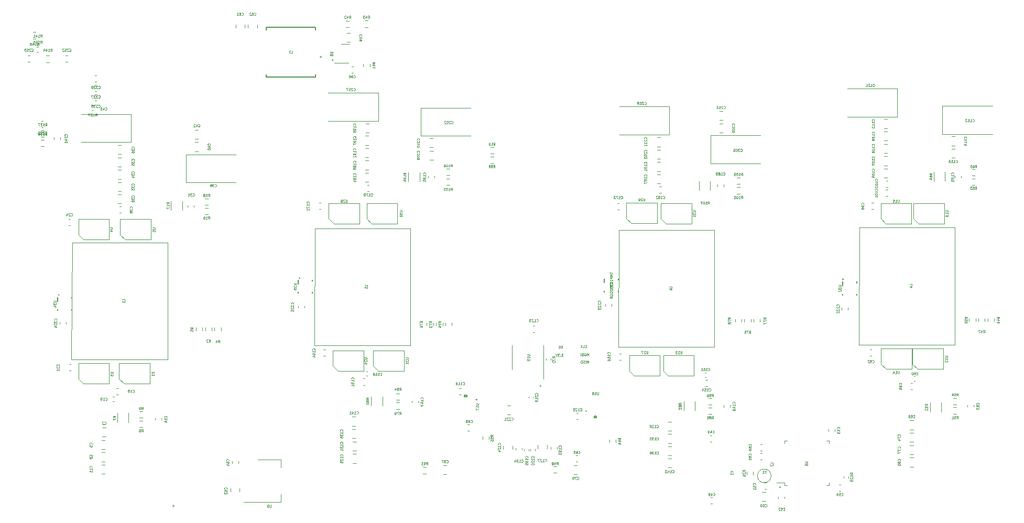
<source format=gbr>
%TF.GenerationSoftware,KiCad,Pcbnew,6.0.0*%
%TF.CreationDate,2022-01-14T14:38:35+01:00*%
%TF.ProjectId,PowerBank V0.2,506f7765-7242-4616-9e6b-2056302e322e,rev?*%
%TF.SameCoordinates,PX2aea540PY80befc0*%
%TF.FileFunction,Legend,Bot*%
%TF.FilePolarity,Positive*%
%FSLAX46Y46*%
G04 Gerber Fmt 4.6, Leading zero omitted, Abs format (unit mm)*
G04 Created by KiCad (PCBNEW 6.0.0) date 2022-01-14 14:38:35*
%MOMM*%
%LPD*%
G01*
G04 APERTURE LIST*
%ADD10C,0.050000*%
%ADD11C,0.120000*%
%ADD12C,0.152400*%
%ADD13C,0.127000*%
G04 APERTURE END LIST*
D10*
X42352380Y3371429D02*
X42047619Y3371429D01*
X42200000Y3219048D02*
X42200000Y3523810D01*
X101500000Y22819048D02*
X101500000Y22723810D01*
X101595238Y22761905D02*
X101500000Y22723810D01*
X101404761Y22761905D01*
X101557142Y22647620D02*
X101500000Y22723810D01*
X101442857Y22647620D01*
X140200000Y6519048D02*
X140200000Y6423810D01*
X140295238Y6461905D02*
X140200000Y6423810D01*
X140104761Y6461905D01*
X140257142Y6347620D02*
X140200000Y6423810D01*
X140142857Y6347620D01*
D11*
X138800000Y8200000D02*
G75*
G03*
X138800000Y8200000I-1100000J0D01*
G01*
D10*
X105190476Y27919048D02*
X104942857Y27919048D01*
X105076190Y27766667D01*
X105019047Y27766667D01*
X104980952Y27747620D01*
X104961904Y27728572D01*
X104942857Y27690477D01*
X104942857Y27595239D01*
X104961904Y27557143D01*
X104980952Y27538096D01*
X105019047Y27519048D01*
X105133333Y27519048D01*
X105171428Y27538096D01*
X105190476Y27557143D01*
X104771428Y27557143D02*
X104752380Y27538096D01*
X104771428Y27519048D01*
X104790476Y27538096D01*
X104771428Y27557143D01*
X104771428Y27519048D01*
X104619047Y27919048D02*
X104371428Y27919048D01*
X104504761Y27766667D01*
X104447619Y27766667D01*
X104409523Y27747620D01*
X104390476Y27728572D01*
X104371428Y27690477D01*
X104371428Y27595239D01*
X104390476Y27557143D01*
X104409523Y27538096D01*
X104447619Y27519048D01*
X104561904Y27519048D01*
X104600000Y27538096D01*
X104619047Y27557143D01*
X104257142Y27919048D02*
X104123809Y27519048D01*
X103990476Y27919048D01*
X105104761Y28838096D02*
X105047619Y28819048D01*
X104952380Y28819048D01*
X104914285Y28838096D01*
X104895238Y28857143D01*
X104876190Y28895239D01*
X104876190Y28933334D01*
X104895238Y28971429D01*
X104914285Y28990477D01*
X104952380Y29009524D01*
X105028571Y29028572D01*
X105066666Y29047620D01*
X105085714Y29066667D01*
X105104761Y29104762D01*
X105104761Y29142858D01*
X105085714Y29180953D01*
X105066666Y29200000D01*
X105028571Y29219048D01*
X104933333Y29219048D01*
X104876190Y29200000D01*
X104723809Y28838096D02*
X104666666Y28819048D01*
X104571428Y28819048D01*
X104533333Y28838096D01*
X104514285Y28857143D01*
X104495238Y28895239D01*
X104495238Y28933334D01*
X104514285Y28971429D01*
X104533333Y28990477D01*
X104571428Y29009524D01*
X104647619Y29028572D01*
X104685714Y29047620D01*
X104704761Y29066667D01*
X104723809Y29104762D01*
X104723809Y29142858D01*
X104704761Y29180953D01*
X104685714Y29200000D01*
X104647619Y29219048D01*
X104552380Y29219048D01*
X104495238Y29200000D01*
X109328571Y27619048D02*
X109328571Y28019048D01*
X109195238Y27733334D01*
X109061904Y28019048D01*
X109061904Y27619048D01*
X108795238Y28019048D02*
X108719047Y28019048D01*
X108680952Y28000000D01*
X108642857Y27961905D01*
X108623809Y27885715D01*
X108623809Y27752381D01*
X108642857Y27676191D01*
X108680952Y27638096D01*
X108719047Y27619048D01*
X108795238Y27619048D01*
X108833333Y27638096D01*
X108871428Y27676191D01*
X108890476Y27752381D01*
X108890476Y27885715D01*
X108871428Y27961905D01*
X108833333Y28000000D01*
X108795238Y28019048D01*
X108471428Y27638096D02*
X108414285Y27619048D01*
X108319047Y27619048D01*
X108280952Y27638096D01*
X108261904Y27657143D01*
X108242857Y27695239D01*
X108242857Y27733334D01*
X108261904Y27771429D01*
X108280952Y27790477D01*
X108319047Y27809524D01*
X108395238Y27828572D01*
X108433333Y27847620D01*
X108452380Y27866667D01*
X108471428Y27904762D01*
X108471428Y27942858D01*
X108452380Y27980953D01*
X108433333Y28000000D01*
X108395238Y28019048D01*
X108300000Y28019048D01*
X108242857Y28000000D01*
X108071428Y27619048D02*
X108071428Y28019048D01*
X108738095Y28957143D02*
X108757142Y28938096D01*
X108814285Y28919048D01*
X108852380Y28919048D01*
X108909523Y28938096D01*
X108947619Y28976191D01*
X108966666Y29014286D01*
X108985714Y29090477D01*
X108985714Y29147620D01*
X108966666Y29223810D01*
X108947619Y29261905D01*
X108909523Y29300000D01*
X108852380Y29319048D01*
X108814285Y29319048D01*
X108757142Y29300000D01*
X108738095Y29280953D01*
X108376190Y28919048D02*
X108566666Y28919048D01*
X108566666Y29319048D01*
X108242857Y28919048D02*
X108242857Y29319048D01*
X108014285Y28919048D02*
X108185714Y29147620D01*
X108014285Y29319048D02*
X108242857Y29090477D01*
X109328571Y26419048D02*
X109328571Y26819048D01*
X109195238Y26533334D01*
X109061904Y26819048D01*
X109061904Y26419048D01*
X108871428Y26419048D02*
X108871428Y26819048D01*
X108700000Y26438096D02*
X108642857Y26419048D01*
X108547619Y26419048D01*
X108509523Y26438096D01*
X108490476Y26457143D01*
X108471428Y26495239D01*
X108471428Y26533334D01*
X108490476Y26571429D01*
X108509523Y26590477D01*
X108547619Y26609524D01*
X108623809Y26628572D01*
X108661904Y26647620D01*
X108680952Y26666667D01*
X108700000Y26704762D01*
X108700000Y26742858D01*
X108680952Y26780953D01*
X108661904Y26800000D01*
X108623809Y26819048D01*
X108528571Y26819048D01*
X108471428Y26800000D01*
X108223809Y26819048D02*
X108147619Y26819048D01*
X108109523Y26800000D01*
X108071428Y26761905D01*
X108052380Y26685715D01*
X108052380Y26552381D01*
X108071428Y26476191D01*
X108109523Y26438096D01*
X108147619Y26419048D01*
X108223809Y26419048D01*
X108261904Y26438096D01*
X108300000Y26476191D01*
X108319047Y26552381D01*
X108319047Y26685715D01*
X108300000Y26761905D01*
X108261904Y26800000D01*
X108223809Y26819048D01*
%TO.C,R146*%
X20217619Y77763048D02*
X20350952Y77953524D01*
X20446190Y77763048D02*
X20446190Y78163048D01*
X20293809Y78163048D01*
X20255714Y78144000D01*
X20236666Y78124953D01*
X20217619Y78086858D01*
X20217619Y78029715D01*
X20236666Y77991620D01*
X20255714Y77972572D01*
X20293809Y77953524D01*
X20446190Y77953524D01*
X19836666Y77763048D02*
X20065238Y77763048D01*
X19950952Y77763048D02*
X19950952Y78163048D01*
X19989047Y78105905D01*
X20027142Y78067810D01*
X20065238Y78048762D01*
X19493809Y78029715D02*
X19493809Y77763048D01*
X19589047Y78182096D02*
X19684285Y77896381D01*
X19436666Y77896381D01*
X19112857Y78163048D02*
X19189047Y78163048D01*
X19227142Y78144000D01*
X19246190Y78124953D01*
X19284285Y78067810D01*
X19303333Y77991620D01*
X19303333Y77839239D01*
X19284285Y77801143D01*
X19265238Y77782096D01*
X19227142Y77763048D01*
X19150952Y77763048D01*
X19112857Y77782096D01*
X19093809Y77801143D01*
X19074761Y77839239D01*
X19074761Y77934477D01*
X19093809Y77972572D01*
X19112857Y77991620D01*
X19150952Y78010667D01*
X19227142Y78010667D01*
X19265238Y77991620D01*
X19284285Y77972572D01*
X19303333Y77934477D01*
%TO.C,R145*%
X20727619Y78077048D02*
X20860952Y78267524D01*
X20956190Y78077048D02*
X20956190Y78477048D01*
X20803809Y78477048D01*
X20765714Y78458000D01*
X20746666Y78438953D01*
X20727619Y78400858D01*
X20727619Y78343715D01*
X20746666Y78305620D01*
X20765714Y78286572D01*
X20803809Y78267524D01*
X20956190Y78267524D01*
X20346666Y78077048D02*
X20575238Y78077048D01*
X20460952Y78077048D02*
X20460952Y78477048D01*
X20499047Y78419905D01*
X20537142Y78381810D01*
X20575238Y78362762D01*
X20003809Y78343715D02*
X20003809Y78077048D01*
X20099047Y78496096D02*
X20194285Y78210381D01*
X19946666Y78210381D01*
X19603809Y78477048D02*
X19794285Y78477048D01*
X19813333Y78286572D01*
X19794285Y78305620D01*
X19756190Y78324667D01*
X19660952Y78324667D01*
X19622857Y78305620D01*
X19603809Y78286572D01*
X19584761Y78248477D01*
X19584761Y78153239D01*
X19603809Y78115143D01*
X19622857Y78096096D01*
X19660952Y78077048D01*
X19756190Y78077048D01*
X19794285Y78096096D01*
X19813333Y78115143D01*
%TO.C,R144*%
X22376619Y76813048D02*
X22509952Y77003524D01*
X22605190Y76813048D02*
X22605190Y77213048D01*
X22452809Y77213048D01*
X22414714Y77194000D01*
X22395666Y77174953D01*
X22376619Y77136858D01*
X22376619Y77079715D01*
X22395666Y77041620D01*
X22414714Y77022572D01*
X22452809Y77003524D01*
X22605190Y77003524D01*
X21995666Y76813048D02*
X22224238Y76813048D01*
X22109952Y76813048D02*
X22109952Y77213048D01*
X22148047Y77155905D01*
X22186142Y77117810D01*
X22224238Y77098762D01*
X21652809Y77079715D02*
X21652809Y76813048D01*
X21748047Y77232096D02*
X21843285Y76946381D01*
X21595666Y76946381D01*
X21271857Y77079715D02*
X21271857Y76813048D01*
X21367095Y77232096D02*
X21462333Y76946381D01*
X21214714Y76946381D01*
%TO.C,R141*%
X20725619Y79093048D02*
X20858952Y79283524D01*
X20954190Y79093048D02*
X20954190Y79493048D01*
X20801809Y79493048D01*
X20763714Y79474000D01*
X20744666Y79454953D01*
X20725619Y79416858D01*
X20725619Y79359715D01*
X20744666Y79321620D01*
X20763714Y79302572D01*
X20801809Y79283524D01*
X20954190Y79283524D01*
X20344666Y79093048D02*
X20573238Y79093048D01*
X20458952Y79093048D02*
X20458952Y79493048D01*
X20497047Y79435905D01*
X20535142Y79397810D01*
X20573238Y79378762D01*
X20001809Y79359715D02*
X20001809Y79093048D01*
X20097047Y79512096D02*
X20192285Y79226381D01*
X19944666Y79226381D01*
X19582761Y79093048D02*
X19811333Y79093048D01*
X19697047Y79093048D02*
X19697047Y79493048D01*
X19735142Y79435905D01*
X19773238Y79397810D01*
X19811333Y79378762D01*
%TO.C,R137*%
X21550619Y64748048D02*
X21683952Y64938524D01*
X21779190Y64748048D02*
X21779190Y65148048D01*
X21626809Y65148048D01*
X21588714Y65129000D01*
X21569666Y65109953D01*
X21550619Y65071858D01*
X21550619Y65014715D01*
X21569666Y64976620D01*
X21588714Y64957572D01*
X21626809Y64938524D01*
X21779190Y64938524D01*
X21169666Y64748048D02*
X21398238Y64748048D01*
X21283952Y64748048D02*
X21283952Y65148048D01*
X21322047Y65090905D01*
X21360142Y65052810D01*
X21398238Y65033762D01*
X21036333Y65148048D02*
X20788714Y65148048D01*
X20922047Y64995667D01*
X20864904Y64995667D01*
X20826809Y64976620D01*
X20807761Y64957572D01*
X20788714Y64919477D01*
X20788714Y64824239D01*
X20807761Y64786143D01*
X20826809Y64767096D01*
X20864904Y64748048D01*
X20979190Y64748048D01*
X21017285Y64767096D01*
X21036333Y64786143D01*
X20655380Y65148048D02*
X20388714Y65148048D01*
X20560142Y64748048D01*
%TO.C,R134*%
X21550619Y63224048D02*
X21683952Y63414524D01*
X21779190Y63224048D02*
X21779190Y63624048D01*
X21626809Y63624048D01*
X21588714Y63605000D01*
X21569666Y63585953D01*
X21550619Y63547858D01*
X21550619Y63490715D01*
X21569666Y63452620D01*
X21588714Y63433572D01*
X21626809Y63414524D01*
X21779190Y63414524D01*
X21169666Y63224048D02*
X21398238Y63224048D01*
X21283952Y63224048D02*
X21283952Y63624048D01*
X21322047Y63566905D01*
X21360142Y63528810D01*
X21398238Y63509762D01*
X21036333Y63624048D02*
X20788714Y63624048D01*
X20922047Y63471667D01*
X20864904Y63471667D01*
X20826809Y63452620D01*
X20807761Y63433572D01*
X20788714Y63395477D01*
X20788714Y63300239D01*
X20807761Y63262143D01*
X20826809Y63243096D01*
X20864904Y63224048D01*
X20979190Y63224048D01*
X21017285Y63243096D01*
X21036333Y63262143D01*
X20445857Y63490715D02*
X20445857Y63224048D01*
X20541095Y63643096D02*
X20636333Y63357381D01*
X20388714Y63357381D01*
%TO.C,R127*%
X29615619Y66339048D02*
X29748952Y66529524D01*
X29844190Y66339048D02*
X29844190Y66739048D01*
X29691809Y66739048D01*
X29653714Y66720000D01*
X29634666Y66700953D01*
X29615619Y66662858D01*
X29615619Y66605715D01*
X29634666Y66567620D01*
X29653714Y66548572D01*
X29691809Y66529524D01*
X29844190Y66529524D01*
X29234666Y66339048D02*
X29463238Y66339048D01*
X29348952Y66339048D02*
X29348952Y66739048D01*
X29387047Y66681905D01*
X29425142Y66643810D01*
X29463238Y66624762D01*
X29082285Y66700953D02*
X29063238Y66720000D01*
X29025142Y66739048D01*
X28929904Y66739048D01*
X28891809Y66720000D01*
X28872761Y66700953D01*
X28853714Y66662858D01*
X28853714Y66624762D01*
X28872761Y66567620D01*
X29101333Y66339048D01*
X28853714Y66339048D01*
X28720380Y66739048D02*
X28453714Y66739048D01*
X28625142Y66339048D01*
%TO.C,C253*%
X19328619Y76851143D02*
X19347666Y76832096D01*
X19404809Y76813048D01*
X19442904Y76813048D01*
X19500047Y76832096D01*
X19538142Y76870191D01*
X19557190Y76908286D01*
X19576238Y76984477D01*
X19576238Y77041620D01*
X19557190Y77117810D01*
X19538142Y77155905D01*
X19500047Y77194000D01*
X19442904Y77213048D01*
X19404809Y77213048D01*
X19347666Y77194000D01*
X19328619Y77174953D01*
X19176238Y77174953D02*
X19157190Y77194000D01*
X19119095Y77213048D01*
X19023857Y77213048D01*
X18985761Y77194000D01*
X18966714Y77174953D01*
X18947666Y77136858D01*
X18947666Y77098762D01*
X18966714Y77041620D01*
X19195285Y76813048D01*
X18947666Y76813048D01*
X18585761Y77213048D02*
X18776238Y77213048D01*
X18795285Y77022572D01*
X18776238Y77041620D01*
X18738142Y77060667D01*
X18642904Y77060667D01*
X18604809Y77041620D01*
X18585761Y77022572D01*
X18566714Y76984477D01*
X18566714Y76889239D01*
X18585761Y76851143D01*
X18604809Y76832096D01*
X18642904Y76813048D01*
X18738142Y76813048D01*
X18776238Y76832096D01*
X18795285Y76851143D01*
X18433380Y77213048D02*
X18185761Y77213048D01*
X18319095Y77060667D01*
X18261952Y77060667D01*
X18223857Y77041620D01*
X18204809Y77022572D01*
X18185761Y76984477D01*
X18185761Y76889239D01*
X18204809Y76851143D01*
X18223857Y76832096D01*
X18261952Y76813048D01*
X18376238Y76813048D01*
X18414333Y76832096D01*
X18433380Y76851143D01*
%TO.C,C252*%
X25424619Y76851143D02*
X25443666Y76832096D01*
X25500809Y76813048D01*
X25538904Y76813048D01*
X25596047Y76832096D01*
X25634142Y76870191D01*
X25653190Y76908286D01*
X25672238Y76984477D01*
X25672238Y77041620D01*
X25653190Y77117810D01*
X25634142Y77155905D01*
X25596047Y77194000D01*
X25538904Y77213048D01*
X25500809Y77213048D01*
X25443666Y77194000D01*
X25424619Y77174953D01*
X25272238Y77174953D02*
X25253190Y77194000D01*
X25215095Y77213048D01*
X25119857Y77213048D01*
X25081761Y77194000D01*
X25062714Y77174953D01*
X25043666Y77136858D01*
X25043666Y77098762D01*
X25062714Y77041620D01*
X25291285Y76813048D01*
X25043666Y76813048D01*
X24681761Y77213048D02*
X24872238Y77213048D01*
X24891285Y77022572D01*
X24872238Y77041620D01*
X24834142Y77060667D01*
X24738904Y77060667D01*
X24700809Y77041620D01*
X24681761Y77022572D01*
X24662714Y76984477D01*
X24662714Y76889239D01*
X24681761Y76851143D01*
X24700809Y76832096D01*
X24738904Y76813048D01*
X24834142Y76813048D01*
X24872238Y76832096D01*
X24891285Y76851143D01*
X24510333Y77174953D02*
X24491285Y77194000D01*
X24453190Y77213048D01*
X24357952Y77213048D01*
X24319857Y77194000D01*
X24300809Y77174953D01*
X24281761Y77136858D01*
X24281761Y77098762D01*
X24300809Y77041620D01*
X24529380Y76813048D01*
X24281761Y76813048D01*
%TO.C,C240*%
X25025857Y63184620D02*
X25044904Y63203667D01*
X25063952Y63260810D01*
X25063952Y63298905D01*
X25044904Y63356048D01*
X25006809Y63394143D01*
X24968714Y63413191D01*
X24892523Y63432239D01*
X24835380Y63432239D01*
X24759190Y63413191D01*
X24721095Y63394143D01*
X24683000Y63356048D01*
X24663952Y63298905D01*
X24663952Y63260810D01*
X24683000Y63203667D01*
X24702047Y63184620D01*
X24702047Y63032239D02*
X24683000Y63013191D01*
X24663952Y62975096D01*
X24663952Y62879858D01*
X24683000Y62841762D01*
X24702047Y62822715D01*
X24740142Y62803667D01*
X24778238Y62803667D01*
X24835380Y62822715D01*
X25063952Y63051286D01*
X25063952Y62803667D01*
X24797285Y62460810D02*
X25063952Y62460810D01*
X24644904Y62556048D02*
X24930619Y62651286D01*
X24930619Y62403667D01*
X24663952Y62175096D02*
X24663952Y62137000D01*
X24683000Y62098905D01*
X24702047Y62079858D01*
X24740142Y62060810D01*
X24816333Y62041762D01*
X24911571Y62041762D01*
X24987761Y62060810D01*
X25025857Y62079858D01*
X25044904Y62098905D01*
X25063952Y62137000D01*
X25063952Y62175096D01*
X25044904Y62213191D01*
X25025857Y62232239D01*
X24987761Y62251286D01*
X24911571Y62270334D01*
X24816333Y62270334D01*
X24740142Y62251286D01*
X24702047Y62232239D01*
X24683000Y62213191D01*
X24663952Y62175096D01*
%TO.C,C239*%
X30123619Y70816143D02*
X30142666Y70797096D01*
X30199809Y70778048D01*
X30237904Y70778048D01*
X30295047Y70797096D01*
X30333142Y70835191D01*
X30352190Y70873286D01*
X30371238Y70949477D01*
X30371238Y71006620D01*
X30352190Y71082810D01*
X30333142Y71120905D01*
X30295047Y71159000D01*
X30237904Y71178048D01*
X30199809Y71178048D01*
X30142666Y71159000D01*
X30123619Y71139953D01*
X29971238Y71139953D02*
X29952190Y71159000D01*
X29914095Y71178048D01*
X29818857Y71178048D01*
X29780761Y71159000D01*
X29761714Y71139953D01*
X29742666Y71101858D01*
X29742666Y71063762D01*
X29761714Y71006620D01*
X29990285Y70778048D01*
X29742666Y70778048D01*
X29609333Y71178048D02*
X29361714Y71178048D01*
X29495047Y71025667D01*
X29437904Y71025667D01*
X29399809Y71006620D01*
X29380761Y70987572D01*
X29361714Y70949477D01*
X29361714Y70854239D01*
X29380761Y70816143D01*
X29399809Y70797096D01*
X29437904Y70778048D01*
X29552190Y70778048D01*
X29590285Y70797096D01*
X29609333Y70816143D01*
X29171238Y70778048D02*
X29095047Y70778048D01*
X29056952Y70797096D01*
X29037904Y70816143D01*
X28999809Y70873286D01*
X28980761Y70949477D01*
X28980761Y71101858D01*
X28999809Y71139953D01*
X29018857Y71159000D01*
X29056952Y71178048D01*
X29133142Y71178048D01*
X29171238Y71159000D01*
X29190285Y71139953D01*
X29209333Y71101858D01*
X29209333Y71006620D01*
X29190285Y70968524D01*
X29171238Y70949477D01*
X29133142Y70930429D01*
X29056952Y70930429D01*
X29018857Y70949477D01*
X28999809Y70968524D01*
X28980761Y71006620D01*
%TO.C,C237*%
X30123619Y69292143D02*
X30142666Y69273096D01*
X30199809Y69254048D01*
X30237904Y69254048D01*
X30295047Y69273096D01*
X30333142Y69311191D01*
X30352190Y69349286D01*
X30371238Y69425477D01*
X30371238Y69482620D01*
X30352190Y69558810D01*
X30333142Y69596905D01*
X30295047Y69635000D01*
X30237904Y69654048D01*
X30199809Y69654048D01*
X30142666Y69635000D01*
X30123619Y69615953D01*
X29971238Y69615953D02*
X29952190Y69635000D01*
X29914095Y69654048D01*
X29818857Y69654048D01*
X29780761Y69635000D01*
X29761714Y69615953D01*
X29742666Y69577858D01*
X29742666Y69539762D01*
X29761714Y69482620D01*
X29990285Y69254048D01*
X29742666Y69254048D01*
X29609333Y69654048D02*
X29361714Y69654048D01*
X29495047Y69501667D01*
X29437904Y69501667D01*
X29399809Y69482620D01*
X29380761Y69463572D01*
X29361714Y69425477D01*
X29361714Y69330239D01*
X29380761Y69292143D01*
X29399809Y69273096D01*
X29437904Y69254048D01*
X29552190Y69254048D01*
X29590285Y69273096D01*
X29609333Y69292143D01*
X29228380Y69654048D02*
X28961714Y69654048D01*
X29133142Y69254048D01*
%TO.C,C235*%
X30110619Y67768143D02*
X30129666Y67749096D01*
X30186809Y67730048D01*
X30224904Y67730048D01*
X30282047Y67749096D01*
X30320142Y67787191D01*
X30339190Y67825286D01*
X30358238Y67901477D01*
X30358238Y67958620D01*
X30339190Y68034810D01*
X30320142Y68072905D01*
X30282047Y68111000D01*
X30224904Y68130048D01*
X30186809Y68130048D01*
X30129666Y68111000D01*
X30110619Y68091953D01*
X29958238Y68091953D02*
X29939190Y68111000D01*
X29901095Y68130048D01*
X29805857Y68130048D01*
X29767761Y68111000D01*
X29748714Y68091953D01*
X29729666Y68053858D01*
X29729666Y68015762D01*
X29748714Y67958620D01*
X29977285Y67730048D01*
X29729666Y67730048D01*
X29596333Y68130048D02*
X29348714Y68130048D01*
X29482047Y67977667D01*
X29424904Y67977667D01*
X29386809Y67958620D01*
X29367761Y67939572D01*
X29348714Y67901477D01*
X29348714Y67806239D01*
X29367761Y67768143D01*
X29386809Y67749096D01*
X29424904Y67730048D01*
X29539190Y67730048D01*
X29577285Y67749096D01*
X29596333Y67768143D01*
X28986809Y68130048D02*
X29177285Y68130048D01*
X29196333Y67939572D01*
X29177285Y67958620D01*
X29139190Y67977667D01*
X29043952Y67977667D01*
X29005857Y67958620D01*
X28986809Y67939572D01*
X28967761Y67901477D01*
X28967761Y67806239D01*
X28986809Y67768143D01*
X29005857Y67749096D01*
X29043952Y67730048D01*
X29139190Y67730048D01*
X29177285Y67749096D01*
X29196333Y67768143D01*
%TO.C,C226*%
X21487619Y63450143D02*
X21506666Y63431096D01*
X21563809Y63412048D01*
X21601904Y63412048D01*
X21659047Y63431096D01*
X21697142Y63469191D01*
X21716190Y63507286D01*
X21735238Y63583477D01*
X21735238Y63640620D01*
X21716190Y63716810D01*
X21697142Y63754905D01*
X21659047Y63793000D01*
X21601904Y63812048D01*
X21563809Y63812048D01*
X21506666Y63793000D01*
X21487619Y63773953D01*
X21335238Y63773953D02*
X21316190Y63793000D01*
X21278095Y63812048D01*
X21182857Y63812048D01*
X21144761Y63793000D01*
X21125714Y63773953D01*
X21106666Y63735858D01*
X21106666Y63697762D01*
X21125714Y63640620D01*
X21354285Y63412048D01*
X21106666Y63412048D01*
X20954285Y63773953D02*
X20935238Y63793000D01*
X20897142Y63812048D01*
X20801904Y63812048D01*
X20763809Y63793000D01*
X20744761Y63773953D01*
X20725714Y63735858D01*
X20725714Y63697762D01*
X20744761Y63640620D01*
X20973333Y63412048D01*
X20725714Y63412048D01*
X20382857Y63812048D02*
X20459047Y63812048D01*
X20497142Y63793000D01*
X20516190Y63773953D01*
X20554285Y63716810D01*
X20573333Y63640620D01*
X20573333Y63488239D01*
X20554285Y63450143D01*
X20535238Y63431096D01*
X20497142Y63412048D01*
X20420952Y63412048D01*
X20382857Y63431096D01*
X20363809Y63450143D01*
X20344761Y63488239D01*
X20344761Y63583477D01*
X20363809Y63621572D01*
X20382857Y63640620D01*
X20420952Y63659667D01*
X20497142Y63659667D01*
X20535238Y63640620D01*
X20554285Y63621572D01*
X20573333Y63583477D01*
%TO.C,U18*%
X110895238Y21719048D02*
X110895238Y21395239D01*
X110876190Y21357143D01*
X110857142Y21338096D01*
X110819047Y21319048D01*
X110742857Y21319048D01*
X110704761Y21338096D01*
X110685714Y21357143D01*
X110666666Y21395239D01*
X110666666Y21719048D01*
X110266666Y21319048D02*
X110495238Y21319048D01*
X110380952Y21319048D02*
X110380952Y21719048D01*
X110419047Y21661905D01*
X110457142Y21623810D01*
X110495238Y21604762D01*
X110038095Y21547620D02*
X110076190Y21566667D01*
X110095238Y21585715D01*
X110114285Y21623810D01*
X110114285Y21642858D01*
X110095238Y21680953D01*
X110076190Y21700000D01*
X110038095Y21719048D01*
X109961904Y21719048D01*
X109923809Y21700000D01*
X109904761Y21680953D01*
X109885714Y21642858D01*
X109885714Y21623810D01*
X109904761Y21585715D01*
X109923809Y21566667D01*
X109961904Y21547620D01*
X110038095Y21547620D01*
X110076190Y21528572D01*
X110095238Y21509524D01*
X110114285Y21471429D01*
X110114285Y21395239D01*
X110095238Y21357143D01*
X110076190Y21338096D01*
X110038095Y21319048D01*
X109961904Y21319048D01*
X109923809Y21338096D01*
X109904761Y21357143D01*
X109885714Y21395239D01*
X109885714Y21471429D01*
X109904761Y21509524D01*
X109923809Y21528572D01*
X109961904Y21547620D01*
X108900000Y18819048D02*
X108900000Y18723810D01*
X108995238Y18761905D02*
X108900000Y18723810D01*
X108804761Y18761905D01*
X108957142Y18647620D02*
X108900000Y18723810D01*
X108842857Y18647620D01*
X108900000Y18819048D02*
X108900000Y18723810D01*
X108995238Y18761905D02*
X108900000Y18723810D01*
X108804761Y18761905D01*
X108957142Y18647620D02*
X108900000Y18723810D01*
X108842857Y18647620D01*
%TO.C,R55*%
X93880952Y14582143D02*
X93690476Y14715477D01*
X93880952Y14810715D02*
X93480952Y14810715D01*
X93480952Y14658334D01*
X93500000Y14620239D01*
X93519047Y14601191D01*
X93557142Y14582143D01*
X93614285Y14582143D01*
X93652380Y14601191D01*
X93671428Y14620239D01*
X93690476Y14658334D01*
X93690476Y14810715D01*
X93480952Y14220239D02*
X93480952Y14410715D01*
X93671428Y14429762D01*
X93652380Y14410715D01*
X93633333Y14372620D01*
X93633333Y14277381D01*
X93652380Y14239286D01*
X93671428Y14220239D01*
X93709523Y14201191D01*
X93804761Y14201191D01*
X93842857Y14220239D01*
X93861904Y14239286D01*
X93880952Y14277381D01*
X93880952Y14372620D01*
X93861904Y14410715D01*
X93842857Y14429762D01*
X93480952Y13839286D02*
X93480952Y14029762D01*
X93671428Y14048810D01*
X93652380Y14029762D01*
X93633333Y13991667D01*
X93633333Y13896429D01*
X93652380Y13858334D01*
X93671428Y13839286D01*
X93709523Y13820239D01*
X93804761Y13820239D01*
X93842857Y13839286D01*
X93861904Y13858334D01*
X93880952Y13896429D01*
X93880952Y13991667D01*
X93861904Y14029762D01*
X93842857Y14048810D01*
%TO.C,C124*%
X95042857Y13247620D02*
X95061904Y13266667D01*
X95080952Y13323810D01*
X95080952Y13361905D01*
X95061904Y13419048D01*
X95023809Y13457143D01*
X94985714Y13476191D01*
X94909523Y13495239D01*
X94852380Y13495239D01*
X94776190Y13476191D01*
X94738095Y13457143D01*
X94700000Y13419048D01*
X94680952Y13361905D01*
X94680952Y13323810D01*
X94700000Y13266667D01*
X94719047Y13247620D01*
X95080952Y12866667D02*
X95080952Y13095239D01*
X95080952Y12980953D02*
X94680952Y12980953D01*
X94738095Y13019048D01*
X94776190Y13057143D01*
X94795238Y13095239D01*
X94719047Y12714286D02*
X94700000Y12695239D01*
X94680952Y12657143D01*
X94680952Y12561905D01*
X94700000Y12523810D01*
X94719047Y12504762D01*
X94757142Y12485715D01*
X94795238Y12485715D01*
X94852380Y12504762D01*
X95080952Y12733334D01*
X95080952Y12485715D01*
X94814285Y12142858D02*
X95080952Y12142858D01*
X94661904Y12238096D02*
X94947619Y12333334D01*
X94947619Y12085715D01*
%TO.C,R125*%
X151980952Y8447620D02*
X151790476Y8580953D01*
X151980952Y8676191D02*
X151580952Y8676191D01*
X151580952Y8523810D01*
X151600000Y8485715D01*
X151619047Y8466667D01*
X151657142Y8447620D01*
X151714285Y8447620D01*
X151752380Y8466667D01*
X151771428Y8485715D01*
X151790476Y8523810D01*
X151790476Y8676191D01*
X151980952Y8066667D02*
X151980952Y8295239D01*
X151980952Y8180953D02*
X151580952Y8180953D01*
X151638095Y8219048D01*
X151676190Y8257143D01*
X151695238Y8295239D01*
X151619047Y7914286D02*
X151600000Y7895239D01*
X151580952Y7857143D01*
X151580952Y7761905D01*
X151600000Y7723810D01*
X151619047Y7704762D01*
X151657142Y7685715D01*
X151695238Y7685715D01*
X151752380Y7704762D01*
X151980952Y7933334D01*
X151980952Y7685715D01*
X151580952Y7323810D02*
X151580952Y7514286D01*
X151771428Y7533334D01*
X151752380Y7514286D01*
X151733333Y7476191D01*
X151733333Y7380953D01*
X151752380Y7342858D01*
X151771428Y7323810D01*
X151809523Y7304762D01*
X151904761Y7304762D01*
X151942857Y7323810D01*
X151961904Y7342858D01*
X151980952Y7380953D01*
X151980952Y7476191D01*
X151961904Y7514286D01*
X151942857Y7533334D01*
%TO.C,C116*%
X168647619Y58857143D02*
X168666666Y58838096D01*
X168723809Y58819048D01*
X168761904Y58819048D01*
X168819047Y58838096D01*
X168857142Y58876191D01*
X168876190Y58914286D01*
X168895238Y58990477D01*
X168895238Y59047620D01*
X168876190Y59123810D01*
X168857142Y59161905D01*
X168819047Y59200000D01*
X168761904Y59219048D01*
X168723809Y59219048D01*
X168666666Y59200000D01*
X168647619Y59180953D01*
X168266666Y58819048D02*
X168495238Y58819048D01*
X168380952Y58819048D02*
X168380952Y59219048D01*
X168419047Y59161905D01*
X168457142Y59123810D01*
X168495238Y59104762D01*
X167885714Y58819048D02*
X168114285Y58819048D01*
X168000000Y58819048D02*
X168000000Y59219048D01*
X168038095Y59161905D01*
X168076190Y59123810D01*
X168114285Y59104762D01*
X167542857Y59219048D02*
X167619047Y59219048D01*
X167657142Y59200000D01*
X167676190Y59180953D01*
X167714285Y59123810D01*
X167733333Y59047620D01*
X167733333Y58895239D01*
X167714285Y58857143D01*
X167695238Y58838096D01*
X167657142Y58819048D01*
X167580952Y58819048D01*
X167542857Y58838096D01*
X167523809Y58857143D01*
X167504761Y58895239D01*
X167504761Y58990477D01*
X167523809Y59028572D01*
X167542857Y59047620D01*
X167580952Y59066667D01*
X167657142Y59066667D01*
X167695238Y59047620D01*
X167714285Y59028572D01*
X167733333Y58990477D01*
%TO.C,L3*%
X61291666Y76494048D02*
X61482142Y76494048D01*
X61482142Y76894048D01*
X61196428Y76894048D02*
X60948809Y76894048D01*
X61082142Y76741667D01*
X61025000Y76741667D01*
X60986904Y76722620D01*
X60967857Y76703572D01*
X60948809Y76665477D01*
X60948809Y76570239D01*
X60967857Y76532143D01*
X60986904Y76513096D01*
X61025000Y76494048D01*
X61139285Y76494048D01*
X61177380Y76513096D01*
X61196428Y76532143D01*
X66000000Y76019048D02*
X66000000Y75923810D01*
X66095238Y75961905D02*
X66000000Y75923810D01*
X65904761Y75961905D01*
X66057142Y75847620D02*
X66000000Y75923810D01*
X65942857Y75847620D01*
%TO.C,C220*%
X100442857Y11147620D02*
X100461904Y11166667D01*
X100480952Y11223810D01*
X100480952Y11261905D01*
X100461904Y11319048D01*
X100423809Y11357143D01*
X100385714Y11376191D01*
X100309523Y11395239D01*
X100252380Y11395239D01*
X100176190Y11376191D01*
X100138095Y11357143D01*
X100100000Y11319048D01*
X100080952Y11261905D01*
X100080952Y11223810D01*
X100100000Y11166667D01*
X100119047Y11147620D01*
X100119047Y10995239D02*
X100100000Y10976191D01*
X100080952Y10938096D01*
X100080952Y10842858D01*
X100100000Y10804762D01*
X100119047Y10785715D01*
X100157142Y10766667D01*
X100195238Y10766667D01*
X100252380Y10785715D01*
X100480952Y11014286D01*
X100480952Y10766667D01*
X100119047Y10614286D02*
X100100000Y10595239D01*
X100080952Y10557143D01*
X100080952Y10461905D01*
X100100000Y10423810D01*
X100119047Y10404762D01*
X100157142Y10385715D01*
X100195238Y10385715D01*
X100252380Y10404762D01*
X100480952Y10633334D01*
X100480952Y10385715D01*
X100080952Y10138096D02*
X100080952Y10100000D01*
X100100000Y10061905D01*
X100119047Y10042858D01*
X100157142Y10023810D01*
X100233333Y10004762D01*
X100328571Y10004762D01*
X100404761Y10023810D01*
X100442857Y10042858D01*
X100461904Y10061905D01*
X100480952Y10100000D01*
X100480952Y10138096D01*
X100461904Y10176191D01*
X100442857Y10195239D01*
X100404761Y10214286D01*
X100328571Y10233334D01*
X100233333Y10233334D01*
X100157142Y10214286D01*
X100119047Y10195239D01*
X100100000Y10176191D01*
X100080952Y10138096D01*
%TO.C,C219*%
X101042857Y21347620D02*
X101061904Y21366667D01*
X101080952Y21423810D01*
X101080952Y21461905D01*
X101061904Y21519048D01*
X101023809Y21557143D01*
X100985714Y21576191D01*
X100909523Y21595239D01*
X100852380Y21595239D01*
X100776190Y21576191D01*
X100738095Y21557143D01*
X100700000Y21519048D01*
X100680952Y21461905D01*
X100680952Y21423810D01*
X100700000Y21366667D01*
X100719047Y21347620D01*
X100719047Y21195239D02*
X100700000Y21176191D01*
X100680952Y21138096D01*
X100680952Y21042858D01*
X100700000Y21004762D01*
X100719047Y20985715D01*
X100757142Y20966667D01*
X100795238Y20966667D01*
X100852380Y20985715D01*
X101080952Y21214286D01*
X101080952Y20966667D01*
X101080952Y20585715D02*
X101080952Y20814286D01*
X101080952Y20700000D02*
X100680952Y20700000D01*
X100738095Y20738096D01*
X100776190Y20776191D01*
X100795238Y20814286D01*
X101080952Y20395239D02*
X101080952Y20319048D01*
X101061904Y20280953D01*
X101042857Y20261905D01*
X100985714Y20223810D01*
X100909523Y20204762D01*
X100757142Y20204762D01*
X100719047Y20223810D01*
X100700000Y20242858D01*
X100680952Y20280953D01*
X100680952Y20357143D01*
X100700000Y20395239D01*
X100719047Y20414286D01*
X100757142Y20433334D01*
X100852380Y20433334D01*
X100890476Y20414286D01*
X100909523Y20395239D01*
X100928571Y20357143D01*
X100928571Y20280953D01*
X100909523Y20242858D01*
X100890476Y20223810D01*
X100852380Y20204762D01*
%TO.C,C195*%
X99442857Y11147620D02*
X99461904Y11166667D01*
X99480952Y11223810D01*
X99480952Y11261905D01*
X99461904Y11319048D01*
X99423809Y11357143D01*
X99385714Y11376191D01*
X99309523Y11395239D01*
X99252380Y11395239D01*
X99176190Y11376191D01*
X99138095Y11357143D01*
X99100000Y11319048D01*
X99080952Y11261905D01*
X99080952Y11223810D01*
X99100000Y11166667D01*
X99119047Y11147620D01*
X99480952Y10766667D02*
X99480952Y10995239D01*
X99480952Y10880953D02*
X99080952Y10880953D01*
X99138095Y10919048D01*
X99176190Y10957143D01*
X99195238Y10995239D01*
X99480952Y10576191D02*
X99480952Y10500000D01*
X99461904Y10461905D01*
X99442857Y10442858D01*
X99385714Y10404762D01*
X99309523Y10385715D01*
X99157142Y10385715D01*
X99119047Y10404762D01*
X99100000Y10423810D01*
X99080952Y10461905D01*
X99080952Y10538096D01*
X99100000Y10576191D01*
X99119047Y10595239D01*
X99157142Y10614286D01*
X99252380Y10614286D01*
X99290476Y10595239D01*
X99309523Y10576191D01*
X99328571Y10538096D01*
X99328571Y10461905D01*
X99309523Y10423810D01*
X99290476Y10404762D01*
X99252380Y10385715D01*
X99080952Y10023810D02*
X99080952Y10214286D01*
X99271428Y10233334D01*
X99252380Y10214286D01*
X99233333Y10176191D01*
X99233333Y10080953D01*
X99252380Y10042858D01*
X99271428Y10023810D01*
X99309523Y10004762D01*
X99404761Y10004762D01*
X99442857Y10023810D01*
X99461904Y10042858D01*
X99480952Y10080953D01*
X99480952Y10176191D01*
X99461904Y10214286D01*
X99442857Y10233334D01*
%TO.C,Y2*%
X132490476Y8890477D02*
X132680952Y8890477D01*
X132280952Y9023810D02*
X132490476Y8890477D01*
X132280952Y8757143D01*
X132319047Y8642858D02*
X132300000Y8623810D01*
X132280952Y8585715D01*
X132280952Y8490477D01*
X132300000Y8452381D01*
X132319047Y8433334D01*
X132357142Y8414286D01*
X132395238Y8414286D01*
X132452380Y8433334D01*
X132680952Y8661905D01*
X132680952Y8414286D01*
%TO.C,Y1*%
X137890476Y8809524D02*
X137890476Y8619048D01*
X138023809Y9019048D02*
X137890476Y8809524D01*
X137757142Y9019048D01*
X137414285Y8619048D02*
X137642857Y8619048D01*
X137528571Y8619048D02*
X137528571Y9019048D01*
X137566666Y8961905D01*
X137604761Y8923810D01*
X137642857Y8904762D01*
%TO.C,U35*%
X61680952Y39295239D02*
X62004761Y39295239D01*
X62042857Y39276191D01*
X62061904Y39257143D01*
X62080952Y39219048D01*
X62080952Y39142858D01*
X62061904Y39104762D01*
X62042857Y39085715D01*
X62004761Y39066667D01*
X61680952Y39066667D01*
X61680952Y38914286D02*
X61680952Y38666667D01*
X61833333Y38800000D01*
X61833333Y38742858D01*
X61852380Y38704762D01*
X61871428Y38685715D01*
X61909523Y38666667D01*
X62004761Y38666667D01*
X62042857Y38685715D01*
X62061904Y38704762D01*
X62080952Y38742858D01*
X62080952Y38857143D01*
X62061904Y38895239D01*
X62042857Y38914286D01*
X61680952Y38304762D02*
X61680952Y38495239D01*
X61871428Y38514286D01*
X61852380Y38495239D01*
X61833333Y38457143D01*
X61833333Y38361905D01*
X61852380Y38323810D01*
X61871428Y38304762D01*
X61909523Y38285715D01*
X62004761Y38285715D01*
X62042857Y38304762D01*
X62061904Y38323810D01*
X62080952Y38361905D01*
X62080952Y38457143D01*
X62061904Y38495239D01*
X62042857Y38514286D01*
X62480952Y40200000D02*
X62576190Y40200000D01*
X62538095Y40295239D02*
X62576190Y40200000D01*
X62538095Y40104762D01*
X62652380Y40257143D02*
X62576190Y40200000D01*
X62652380Y40142858D01*
%TO.C,U34*%
X22880952Y36495239D02*
X23204761Y36495239D01*
X23242857Y36476191D01*
X23261904Y36457143D01*
X23280952Y36419048D01*
X23280952Y36342858D01*
X23261904Y36304762D01*
X23242857Y36285715D01*
X23204761Y36266667D01*
X22880952Y36266667D01*
X22880952Y36114286D02*
X22880952Y35866667D01*
X23033333Y36000000D01*
X23033333Y35942858D01*
X23052380Y35904762D01*
X23071428Y35885715D01*
X23109523Y35866667D01*
X23204761Y35866667D01*
X23242857Y35885715D01*
X23261904Y35904762D01*
X23280952Y35942858D01*
X23280952Y36057143D01*
X23261904Y36095239D01*
X23242857Y36114286D01*
X23014285Y35523810D02*
X23280952Y35523810D01*
X22861904Y35619048D02*
X23147619Y35714286D01*
X23147619Y35466667D01*
X23580952Y37500000D02*
X23676190Y37500000D01*
X23638095Y37595239D02*
X23676190Y37500000D01*
X23638095Y37404762D01*
X23752380Y37557143D02*
X23676190Y37500000D01*
X23752380Y37442858D01*
%TO.C,U33*%
X112780952Y39495239D02*
X113104761Y39495239D01*
X113142857Y39476191D01*
X113161904Y39457143D01*
X113180952Y39419048D01*
X113180952Y39342858D01*
X113161904Y39304762D01*
X113142857Y39285715D01*
X113104761Y39266667D01*
X112780952Y39266667D01*
X112780952Y39114286D02*
X112780952Y38866667D01*
X112933333Y39000000D01*
X112933333Y38942858D01*
X112952380Y38904762D01*
X112971428Y38885715D01*
X113009523Y38866667D01*
X113104761Y38866667D01*
X113142857Y38885715D01*
X113161904Y38904762D01*
X113180952Y38942858D01*
X113180952Y39057143D01*
X113161904Y39095239D01*
X113142857Y39114286D01*
X112780952Y38733334D02*
X112780952Y38485715D01*
X112933333Y38619048D01*
X112933333Y38561905D01*
X112952380Y38523810D01*
X112971428Y38504762D01*
X113009523Y38485715D01*
X113104761Y38485715D01*
X113142857Y38504762D01*
X113161904Y38523810D01*
X113180952Y38561905D01*
X113180952Y38676191D01*
X113161904Y38714286D01*
X113142857Y38733334D01*
X112780952Y41095239D02*
X112780952Y40866667D01*
X113180952Y40980953D02*
X112780952Y40980953D01*
X113180952Y40733334D02*
X112780952Y40733334D01*
X113066666Y40600000D01*
X112780952Y40466667D01*
X113180952Y40466667D01*
X113180952Y40276191D02*
X112780952Y40276191D01*
X112780952Y40123810D01*
X112800000Y40085715D01*
X112819047Y40066667D01*
X112857142Y40047620D01*
X112914285Y40047620D01*
X112952380Y40066667D01*
X112971428Y40085715D01*
X112990476Y40123810D01*
X112990476Y40276191D01*
X113180952Y39666667D02*
X113180952Y39895239D01*
X113180952Y39780953D02*
X112780952Y39780953D01*
X112838095Y39819048D01*
X112876190Y39857143D01*
X112895238Y39895239D01*
X112780952Y39419048D02*
X112780952Y39380953D01*
X112800000Y39342858D01*
X112819047Y39323810D01*
X112857142Y39304762D01*
X112933333Y39285715D01*
X113028571Y39285715D01*
X113104761Y39304762D01*
X113142857Y39323810D01*
X113161904Y39342858D01*
X113180952Y39380953D01*
X113180952Y39419048D01*
X113161904Y39457143D01*
X113142857Y39476191D01*
X113104761Y39495239D01*
X113028571Y39514286D01*
X112933333Y39514286D01*
X112857142Y39495239D01*
X112819047Y39476191D01*
X112800000Y39457143D01*
X112780952Y39419048D01*
X112780952Y39152381D02*
X112780952Y38885715D01*
X113180952Y39057143D01*
X112780952Y38542858D02*
X112780952Y38733334D01*
X112971428Y38752381D01*
X112952380Y38733334D01*
X112933333Y38695239D01*
X112933333Y38600000D01*
X112952380Y38561905D01*
X112971428Y38542858D01*
X113009523Y38523810D01*
X113104761Y38523810D01*
X113142857Y38542858D01*
X113161904Y38561905D01*
X113180952Y38600000D01*
X113180952Y38695239D01*
X113161904Y38733334D01*
X113142857Y38752381D01*
X113180952Y38352381D02*
X112780952Y38352381D01*
X112780952Y38257143D01*
X112800000Y38200000D01*
X112838095Y38161905D01*
X112876190Y38142858D01*
X112952380Y38123810D01*
X113009523Y38123810D01*
X113085714Y38142858D01*
X113123809Y38161905D01*
X113161904Y38200000D01*
X113180952Y38257143D01*
X113180952Y38352381D01*
X113161904Y37971429D02*
X113180952Y37914286D01*
X113180952Y37819048D01*
X113161904Y37780953D01*
X113142857Y37761905D01*
X113104761Y37742858D01*
X113066666Y37742858D01*
X113028571Y37761905D01*
X113009523Y37780953D01*
X112990476Y37819048D01*
X112971428Y37895239D01*
X112952380Y37933334D01*
X112933333Y37952381D01*
X112895238Y37971429D01*
X112857142Y37971429D01*
X112819047Y37952381D01*
X112800000Y37933334D01*
X112780952Y37895239D01*
X112780952Y37800000D01*
X112800000Y37742858D01*
X112800000Y37361905D02*
X112780952Y37400000D01*
X112780952Y37457143D01*
X112800000Y37514286D01*
X112838095Y37552381D01*
X112876190Y37571429D01*
X112952380Y37590477D01*
X113009523Y37590477D01*
X113085714Y37571429D01*
X113123809Y37552381D01*
X113161904Y37514286D01*
X113180952Y37457143D01*
X113180952Y37419048D01*
X113161904Y37361905D01*
X113142857Y37342858D01*
X113009523Y37342858D01*
X113009523Y37419048D01*
X113180952Y36942858D02*
X112990476Y37076191D01*
X113180952Y37171429D02*
X112780952Y37171429D01*
X112780952Y37019048D01*
X112800000Y36980953D01*
X112819047Y36961905D01*
X112857142Y36942858D01*
X112914285Y36942858D01*
X112952380Y36961905D01*
X112971428Y36980953D01*
X112990476Y37019048D01*
X112990476Y37171429D01*
X112780952Y39000000D02*
X112876190Y39000000D01*
X112838095Y39095239D02*
X112876190Y39000000D01*
X112838095Y38904762D01*
X112952380Y39057143D02*
X112876190Y39000000D01*
X112952380Y38942858D01*
%TO.C,U32*%
X149680952Y38995239D02*
X150004761Y38995239D01*
X150042857Y38976191D01*
X150061904Y38957143D01*
X150080952Y38919048D01*
X150080952Y38842858D01*
X150061904Y38804762D01*
X150042857Y38785715D01*
X150004761Y38766667D01*
X149680952Y38766667D01*
X149680952Y38614286D02*
X149680952Y38366667D01*
X149833333Y38500000D01*
X149833333Y38442858D01*
X149852380Y38404762D01*
X149871428Y38385715D01*
X149909523Y38366667D01*
X150004761Y38366667D01*
X150042857Y38385715D01*
X150061904Y38404762D01*
X150080952Y38442858D01*
X150080952Y38557143D01*
X150061904Y38595239D01*
X150042857Y38614286D01*
X149719047Y38214286D02*
X149700000Y38195239D01*
X149680952Y38157143D01*
X149680952Y38061905D01*
X149700000Y38023810D01*
X149719047Y38004762D01*
X149757142Y37985715D01*
X149795238Y37985715D01*
X149852380Y38004762D01*
X150080952Y38233334D01*
X150080952Y37985715D01*
X150280952Y40000000D02*
X150376190Y40000000D01*
X150338095Y40095239D02*
X150376190Y40000000D01*
X150338095Y39904762D01*
X150452380Y40057143D02*
X150376190Y40000000D01*
X150452380Y39942858D01*
%TO.C,U31*%
X126180952Y51095239D02*
X126504761Y51095239D01*
X126542857Y51076191D01*
X126561904Y51057143D01*
X126580952Y51019048D01*
X126580952Y50942858D01*
X126561904Y50904762D01*
X126542857Y50885715D01*
X126504761Y50866667D01*
X126180952Y50866667D01*
X126180952Y50714286D02*
X126180952Y50466667D01*
X126333333Y50600000D01*
X126333333Y50542858D01*
X126352380Y50504762D01*
X126371428Y50485715D01*
X126409523Y50466667D01*
X126504761Y50466667D01*
X126542857Y50485715D01*
X126561904Y50504762D01*
X126580952Y50542858D01*
X126580952Y50657143D01*
X126561904Y50695239D01*
X126542857Y50714286D01*
X126580952Y50085715D02*
X126580952Y50314286D01*
X126580952Y50200000D02*
X126180952Y50200000D01*
X126238095Y50238096D01*
X126276190Y50276191D01*
X126295238Y50314286D01*
%TO.C,U30*%
X78780952Y51095239D02*
X79104761Y51095239D01*
X79142857Y51076191D01*
X79161904Y51057143D01*
X79180952Y51019048D01*
X79180952Y50942858D01*
X79161904Y50904762D01*
X79142857Y50885715D01*
X79104761Y50866667D01*
X78780952Y50866667D01*
X78780952Y50714286D02*
X78780952Y50466667D01*
X78933333Y50600000D01*
X78933333Y50542858D01*
X78952380Y50504762D01*
X78971428Y50485715D01*
X79009523Y50466667D01*
X79104761Y50466667D01*
X79142857Y50485715D01*
X79161904Y50504762D01*
X79180952Y50542858D01*
X79180952Y50657143D01*
X79161904Y50695239D01*
X79142857Y50714286D01*
X78780952Y50219048D02*
X78780952Y50180953D01*
X78800000Y50142858D01*
X78819047Y50123810D01*
X78857142Y50104762D01*
X78933333Y50085715D01*
X79028571Y50085715D01*
X79104761Y50104762D01*
X79142857Y50123810D01*
X79161904Y50142858D01*
X79180952Y50180953D01*
X79180952Y50219048D01*
X79161904Y50257143D01*
X79142857Y50276191D01*
X79104761Y50295239D01*
X79028571Y50314286D01*
X78933333Y50314286D01*
X78857142Y50295239D01*
X78819047Y50276191D01*
X78800000Y50257143D01*
X78780952Y50219048D01*
%TO.C,U29*%
X118395238Y53019048D02*
X118395238Y52695239D01*
X118376190Y52657143D01*
X118357142Y52638096D01*
X118319047Y52619048D01*
X118242857Y52619048D01*
X118204761Y52638096D01*
X118185714Y52657143D01*
X118166666Y52695239D01*
X118166666Y53019048D01*
X117995238Y52980953D02*
X117976190Y53000000D01*
X117938095Y53019048D01*
X117842857Y53019048D01*
X117804761Y53000000D01*
X117785714Y52980953D01*
X117766666Y52942858D01*
X117766666Y52904762D01*
X117785714Y52847620D01*
X118014285Y52619048D01*
X117766666Y52619048D01*
X117576190Y52619048D02*
X117500000Y52619048D01*
X117461904Y52638096D01*
X117442857Y52657143D01*
X117404761Y52714286D01*
X117385714Y52790477D01*
X117385714Y52942858D01*
X117404761Y52980953D01*
X117423809Y53000000D01*
X117461904Y53019048D01*
X117538095Y53019048D01*
X117576190Y53000000D01*
X117595238Y52980953D01*
X117614285Y52942858D01*
X117614285Y52847620D01*
X117595238Y52809524D01*
X117576190Y52790477D01*
X117538095Y52771429D01*
X117461904Y52771429D01*
X117423809Y52790477D01*
X117404761Y52809524D01*
X117385714Y52847620D01*
%TO.C,U28*%
X70295238Y52819048D02*
X70295238Y52495239D01*
X70276190Y52457143D01*
X70257142Y52438096D01*
X70219047Y52419048D01*
X70142857Y52419048D01*
X70104761Y52438096D01*
X70085714Y52457143D01*
X70066666Y52495239D01*
X70066666Y52819048D01*
X69895238Y52780953D02*
X69876190Y52800000D01*
X69838095Y52819048D01*
X69742857Y52819048D01*
X69704761Y52800000D01*
X69685714Y52780953D01*
X69666666Y52742858D01*
X69666666Y52704762D01*
X69685714Y52647620D01*
X69914285Y52419048D01*
X69666666Y52419048D01*
X69438095Y52647620D02*
X69476190Y52666667D01*
X69495238Y52685715D01*
X69514285Y52723810D01*
X69514285Y52742858D01*
X69495238Y52780953D01*
X69476190Y52800000D01*
X69438095Y52819048D01*
X69361904Y52819048D01*
X69323809Y52800000D01*
X69304761Y52780953D01*
X69285714Y52742858D01*
X69285714Y52723810D01*
X69304761Y52685715D01*
X69323809Y52666667D01*
X69361904Y52647620D01*
X69438095Y52647620D01*
X69476190Y52628572D01*
X69495238Y52609524D01*
X69514285Y52571429D01*
X69514285Y52495239D01*
X69495238Y52457143D01*
X69476190Y52438096D01*
X69438095Y52419048D01*
X69361904Y52419048D01*
X69323809Y52438096D01*
X69304761Y52457143D01*
X69285714Y52495239D01*
X69285714Y52571429D01*
X69304761Y52609524D01*
X69323809Y52628572D01*
X69361904Y52647620D01*
%TO.C,U27*%
X118895238Y28319048D02*
X118895238Y27995239D01*
X118876190Y27957143D01*
X118857142Y27938096D01*
X118819047Y27919048D01*
X118742857Y27919048D01*
X118704761Y27938096D01*
X118685714Y27957143D01*
X118666666Y27995239D01*
X118666666Y28319048D01*
X118495238Y28280953D02*
X118476190Y28300000D01*
X118438095Y28319048D01*
X118342857Y28319048D01*
X118304761Y28300000D01*
X118285714Y28280953D01*
X118266666Y28242858D01*
X118266666Y28204762D01*
X118285714Y28147620D01*
X118514285Y27919048D01*
X118266666Y27919048D01*
X118133333Y28319048D02*
X117866666Y28319048D01*
X118038095Y27919048D01*
%TO.C,U24*%
X73080952Y27295239D02*
X73404761Y27295239D01*
X73442857Y27276191D01*
X73461904Y27257143D01*
X73480952Y27219048D01*
X73480952Y27142858D01*
X73461904Y27104762D01*
X73442857Y27085715D01*
X73404761Y27066667D01*
X73080952Y27066667D01*
X73119047Y26895239D02*
X73100000Y26876191D01*
X73080952Y26838096D01*
X73080952Y26742858D01*
X73100000Y26704762D01*
X73119047Y26685715D01*
X73157142Y26666667D01*
X73195238Y26666667D01*
X73252380Y26685715D01*
X73480952Y26914286D01*
X73480952Y26666667D01*
X73214285Y26323810D02*
X73480952Y26323810D01*
X73061904Y26419048D02*
X73347619Y26514286D01*
X73347619Y26266667D01*
%TO.C,U22*%
X124395238Y28319048D02*
X124395238Y27995239D01*
X124376190Y27957143D01*
X124357142Y27938096D01*
X124319047Y27919048D01*
X124242857Y27919048D01*
X124204761Y27938096D01*
X124185714Y27957143D01*
X124166666Y27995239D01*
X124166666Y28319048D01*
X123995238Y28280953D02*
X123976190Y28300000D01*
X123938095Y28319048D01*
X123842857Y28319048D01*
X123804761Y28300000D01*
X123785714Y28280953D01*
X123766666Y28242858D01*
X123766666Y28204762D01*
X123785714Y28147620D01*
X124014285Y27919048D01*
X123766666Y27919048D01*
X123614285Y28280953D02*
X123595238Y28300000D01*
X123557142Y28319048D01*
X123461904Y28319048D01*
X123423809Y28300000D01*
X123404761Y28280953D01*
X123385714Y28242858D01*
X123385714Y28204762D01*
X123404761Y28147620D01*
X123633333Y27919048D01*
X123385714Y27919048D01*
%TO.C,U21*%
X79780952Y27295239D02*
X80104761Y27295239D01*
X80142857Y27276191D01*
X80161904Y27257143D01*
X80180952Y27219048D01*
X80180952Y27142858D01*
X80161904Y27104762D01*
X80142857Y27085715D01*
X80104761Y27066667D01*
X79780952Y27066667D01*
X79819047Y26895239D02*
X79800000Y26876191D01*
X79780952Y26838096D01*
X79780952Y26742858D01*
X79800000Y26704762D01*
X79819047Y26685715D01*
X79857142Y26666667D01*
X79895238Y26666667D01*
X79952380Y26685715D01*
X80180952Y26914286D01*
X80180952Y26666667D01*
X80180952Y26285715D02*
X80180952Y26514286D01*
X80180952Y26400000D02*
X79780952Y26400000D01*
X79838095Y26438096D01*
X79876190Y26476191D01*
X79895238Y26514286D01*
%TO.C,U19*%
X99380952Y27845239D02*
X99704761Y27845239D01*
X99742857Y27826191D01*
X99761904Y27807143D01*
X99780952Y27769048D01*
X99780952Y27692858D01*
X99761904Y27654762D01*
X99742857Y27635715D01*
X99704761Y27616667D01*
X99380952Y27616667D01*
X99780952Y27216667D02*
X99780952Y27445239D01*
X99780952Y27330953D02*
X99380952Y27330953D01*
X99438095Y27369048D01*
X99476190Y27407143D01*
X99495238Y27445239D01*
X99780952Y27026191D02*
X99780952Y26950000D01*
X99761904Y26911905D01*
X99742857Y26892858D01*
X99685714Y26854762D01*
X99609523Y26835715D01*
X99457142Y26835715D01*
X99419047Y26854762D01*
X99400000Y26873810D01*
X99380952Y26911905D01*
X99380952Y26988096D01*
X99400000Y27026191D01*
X99419047Y27045239D01*
X99457142Y27064286D01*
X99552380Y27064286D01*
X99590476Y27045239D01*
X99609523Y27026191D01*
X99628571Y26988096D01*
X99628571Y26911905D01*
X99609523Y26873810D01*
X99590476Y26854762D01*
X99552380Y26835715D01*
%TO.C,U17*%
X91080952Y19895239D02*
X91404761Y19895239D01*
X91442857Y19876191D01*
X91461904Y19857143D01*
X91480952Y19819048D01*
X91480952Y19742858D01*
X91461904Y19704762D01*
X91442857Y19685715D01*
X91404761Y19666667D01*
X91080952Y19666667D01*
X91480952Y19266667D02*
X91480952Y19495239D01*
X91480952Y19380953D02*
X91080952Y19380953D01*
X91138095Y19419048D01*
X91176190Y19457143D01*
X91195238Y19495239D01*
X91080952Y19133334D02*
X91080952Y18866667D01*
X91480952Y19038096D01*
X91144800Y20659048D02*
X91144800Y20563810D01*
X91240038Y20601905D02*
X91144800Y20563810D01*
X91049561Y20601905D01*
X91201942Y20487620D02*
X91144800Y20563810D01*
X91087657Y20487620D01*
X91144800Y20659048D02*
X91144800Y20563810D01*
X91240038Y20601905D02*
X91144800Y20563810D01*
X91049561Y20601905D01*
X91201942Y20487620D02*
X91144800Y20563810D01*
X91087657Y20487620D01*
%TO.C,U16*%
X166980952Y51095239D02*
X167304761Y51095239D01*
X167342857Y51076191D01*
X167361904Y51057143D01*
X167380952Y51019048D01*
X167380952Y50942858D01*
X167361904Y50904762D01*
X167342857Y50885715D01*
X167304761Y50866667D01*
X166980952Y50866667D01*
X167380952Y50466667D02*
X167380952Y50695239D01*
X167380952Y50580953D02*
X166980952Y50580953D01*
X167038095Y50619048D01*
X167076190Y50657143D01*
X167095238Y50695239D01*
X166980952Y50123810D02*
X166980952Y50200000D01*
X167000000Y50238096D01*
X167019047Y50257143D01*
X167076190Y50295239D01*
X167152380Y50314286D01*
X167304761Y50314286D01*
X167342857Y50295239D01*
X167361904Y50276191D01*
X167380952Y50238096D01*
X167380952Y50161905D01*
X167361904Y50123810D01*
X167342857Y50104762D01*
X167304761Y50085715D01*
X167209523Y50085715D01*
X167171428Y50104762D01*
X167152380Y50123810D01*
X167133333Y50161905D01*
X167133333Y50238096D01*
X167152380Y50276191D01*
X167171428Y50295239D01*
X167209523Y50314286D01*
%TO.C,U15*%
X159495238Y52819048D02*
X159495238Y52495239D01*
X159476190Y52457143D01*
X159457142Y52438096D01*
X159419047Y52419048D01*
X159342857Y52419048D01*
X159304761Y52438096D01*
X159285714Y52457143D01*
X159266666Y52495239D01*
X159266666Y52819048D01*
X158866666Y52419048D02*
X159095238Y52419048D01*
X158980952Y52419048D02*
X158980952Y52819048D01*
X159019047Y52761905D01*
X159057142Y52723810D01*
X159095238Y52704762D01*
X158504761Y52819048D02*
X158695238Y52819048D01*
X158714285Y52628572D01*
X158695238Y52647620D01*
X158657142Y52666667D01*
X158561904Y52666667D01*
X158523809Y52647620D01*
X158504761Y52628572D01*
X158485714Y52590477D01*
X158485714Y52495239D01*
X158504761Y52457143D01*
X158523809Y52438096D01*
X158561904Y52419048D01*
X158657142Y52419048D01*
X158695238Y52438096D01*
X158714285Y52457143D01*
%TO.C,U14*%
X159495238Y25119048D02*
X159495238Y24795239D01*
X159476190Y24757143D01*
X159457142Y24738096D01*
X159419047Y24719048D01*
X159342857Y24719048D01*
X159304761Y24738096D01*
X159285714Y24757143D01*
X159266666Y24795239D01*
X159266666Y25119048D01*
X158866666Y24719048D02*
X159095238Y24719048D01*
X158980952Y24719048D02*
X158980952Y25119048D01*
X159019047Y25061905D01*
X159057142Y25023810D01*
X159095238Y25004762D01*
X158523809Y24985715D02*
X158523809Y24719048D01*
X158619047Y25138096D02*
X158714285Y24852381D01*
X158466666Y24852381D01*
%TO.C,U12*%
X166880952Y27595239D02*
X167204761Y27595239D01*
X167242857Y27576191D01*
X167261904Y27557143D01*
X167280952Y27519048D01*
X167280952Y27442858D01*
X167261904Y27404762D01*
X167242857Y27385715D01*
X167204761Y27366667D01*
X166880952Y27366667D01*
X167280952Y26966667D02*
X167280952Y27195239D01*
X167280952Y27080953D02*
X166880952Y27080953D01*
X166938095Y27119048D01*
X166976190Y27157143D01*
X166995238Y27195239D01*
X166919047Y26814286D02*
X166900000Y26795239D01*
X166880952Y26757143D01*
X166880952Y26661905D01*
X166900000Y26623810D01*
X166919047Y26604762D01*
X166957142Y26585715D01*
X166995238Y26585715D01*
X167052380Y26604762D01*
X167280952Y26833334D01*
X167280952Y26585715D01*
%TO.C,U9*%
X58004761Y3519048D02*
X58004761Y3195239D01*
X57985714Y3157143D01*
X57966666Y3138096D01*
X57928571Y3119048D01*
X57852380Y3119048D01*
X57814285Y3138096D01*
X57795238Y3157143D01*
X57776190Y3195239D01*
X57776190Y3519048D01*
X57566666Y3119048D02*
X57490476Y3119048D01*
X57452380Y3138096D01*
X57433333Y3157143D01*
X57395238Y3214286D01*
X57376190Y3290477D01*
X57376190Y3442858D01*
X57395238Y3480953D01*
X57414285Y3500000D01*
X57452380Y3519048D01*
X57528571Y3519048D01*
X57566666Y3500000D01*
X57585714Y3480953D01*
X57604761Y3442858D01*
X57604761Y3347620D01*
X57585714Y3309524D01*
X57566666Y3290477D01*
X57528571Y3271429D01*
X57452380Y3271429D01*
X57414285Y3290477D01*
X57395238Y3309524D01*
X57376190Y3347620D01*
%TO.C,U8*%
X67580952Y76729762D02*
X67904761Y76729762D01*
X67942857Y76710715D01*
X67961904Y76691667D01*
X67980952Y76653572D01*
X67980952Y76577381D01*
X67961904Y76539286D01*
X67942857Y76520239D01*
X67904761Y76501191D01*
X67580952Y76501191D01*
X67752380Y76253572D02*
X67733333Y76291667D01*
X67714285Y76310715D01*
X67676190Y76329762D01*
X67657142Y76329762D01*
X67619047Y76310715D01*
X67600000Y76291667D01*
X67580952Y76253572D01*
X67580952Y76177381D01*
X67600000Y76139286D01*
X67619047Y76120239D01*
X67657142Y76101191D01*
X67676190Y76101191D01*
X67714285Y76120239D01*
X67733333Y76139286D01*
X67752380Y76177381D01*
X67752380Y76253572D01*
X67771428Y76291667D01*
X67790476Y76310715D01*
X67828571Y76329762D01*
X67904761Y76329762D01*
X67942857Y76310715D01*
X67961904Y76291667D01*
X67980952Y76253572D01*
X67980952Y76177381D01*
X67961904Y76139286D01*
X67942857Y76120239D01*
X67904761Y76101191D01*
X67828571Y76101191D01*
X67790476Y76120239D01*
X67771428Y76139286D01*
X67752380Y76177381D01*
X67900000Y75519048D02*
X67900000Y75423810D01*
X67995238Y75461905D02*
X67900000Y75423810D01*
X67804761Y75461905D01*
X67957142Y75347620D02*
X67900000Y75423810D01*
X67842857Y75347620D01*
%TO.C,U6*%
X144280952Y10504762D02*
X144604761Y10504762D01*
X144642857Y10485715D01*
X144661904Y10466667D01*
X144680952Y10428572D01*
X144680952Y10352381D01*
X144661904Y10314286D01*
X144642857Y10295239D01*
X144604761Y10276191D01*
X144280952Y10276191D01*
X144280952Y9914286D02*
X144280952Y9990477D01*
X144300000Y10028572D01*
X144319047Y10047620D01*
X144376190Y10085715D01*
X144452380Y10104762D01*
X144604761Y10104762D01*
X144642857Y10085715D01*
X144661904Y10066667D01*
X144680952Y10028572D01*
X144680952Y9952381D01*
X144661904Y9914286D01*
X144642857Y9895239D01*
X144604761Y9876191D01*
X144509523Y9876191D01*
X144471428Y9895239D01*
X144452380Y9914286D01*
X144433333Y9952381D01*
X144433333Y10028572D01*
X144452380Y10066667D01*
X144471428Y10085715D01*
X144509523Y10104762D01*
%TO.C,R109*%
X133947619Y56719048D02*
X134080952Y56909524D01*
X134176190Y56719048D02*
X134176190Y57119048D01*
X134023809Y57119048D01*
X133985714Y57100000D01*
X133966666Y57080953D01*
X133947619Y57042858D01*
X133947619Y56985715D01*
X133966666Y56947620D01*
X133985714Y56928572D01*
X134023809Y56909524D01*
X134176190Y56909524D01*
X133566666Y56719048D02*
X133795238Y56719048D01*
X133680952Y56719048D02*
X133680952Y57119048D01*
X133719047Y57061905D01*
X133757142Y57023810D01*
X133795238Y57004762D01*
X133319047Y57119048D02*
X133280952Y57119048D01*
X133242857Y57100000D01*
X133223809Y57080953D01*
X133204761Y57042858D01*
X133185714Y56966667D01*
X133185714Y56871429D01*
X133204761Y56795239D01*
X133223809Y56757143D01*
X133242857Y56738096D01*
X133280952Y56719048D01*
X133319047Y56719048D01*
X133357142Y56738096D01*
X133376190Y56757143D01*
X133395238Y56795239D01*
X133414285Y56871429D01*
X133414285Y56966667D01*
X133395238Y57042858D01*
X133376190Y57080953D01*
X133357142Y57100000D01*
X133319047Y57119048D01*
X132995238Y56719048D02*
X132919047Y56719048D01*
X132880952Y56738096D01*
X132861904Y56757143D01*
X132823809Y56814286D01*
X132804761Y56890477D01*
X132804761Y57042858D01*
X132823809Y57080953D01*
X132842857Y57100000D01*
X132880952Y57119048D01*
X132957142Y57119048D01*
X132995238Y57100000D01*
X133014285Y57080953D01*
X133033333Y57042858D01*
X133033333Y56947620D01*
X133014285Y56909524D01*
X132995238Y56890477D01*
X132957142Y56871429D01*
X132880952Y56871429D01*
X132842857Y56890477D01*
X132823809Y56909524D01*
X132804761Y56947620D01*
%TO.C,R107*%
X128547619Y52119048D02*
X128680952Y52309524D01*
X128776190Y52119048D02*
X128776190Y52519048D01*
X128623809Y52519048D01*
X128585714Y52500000D01*
X128566666Y52480953D01*
X128547619Y52442858D01*
X128547619Y52385715D01*
X128566666Y52347620D01*
X128585714Y52328572D01*
X128623809Y52309524D01*
X128776190Y52309524D01*
X128166666Y52119048D02*
X128395238Y52119048D01*
X128280952Y52119048D02*
X128280952Y52519048D01*
X128319047Y52461905D01*
X128357142Y52423810D01*
X128395238Y52404762D01*
X127919047Y52519048D02*
X127880952Y52519048D01*
X127842857Y52500000D01*
X127823809Y52480953D01*
X127804761Y52442858D01*
X127785714Y52366667D01*
X127785714Y52271429D01*
X127804761Y52195239D01*
X127823809Y52157143D01*
X127842857Y52138096D01*
X127880952Y52119048D01*
X127919047Y52119048D01*
X127957142Y52138096D01*
X127976190Y52157143D01*
X127995238Y52195239D01*
X128014285Y52271429D01*
X128014285Y52366667D01*
X127995238Y52442858D01*
X127976190Y52480953D01*
X127957142Y52500000D01*
X127919047Y52519048D01*
X127652380Y52519048D02*
X127385714Y52519048D01*
X127557142Y52119048D01*
%TO.C,R106*%
X87047619Y58119048D02*
X87180952Y58309524D01*
X87276190Y58119048D02*
X87276190Y58519048D01*
X87123809Y58519048D01*
X87085714Y58500000D01*
X87066666Y58480953D01*
X87047619Y58442858D01*
X87047619Y58385715D01*
X87066666Y58347620D01*
X87085714Y58328572D01*
X87123809Y58309524D01*
X87276190Y58309524D01*
X86666666Y58119048D02*
X86895238Y58119048D01*
X86780952Y58119048D02*
X86780952Y58519048D01*
X86819047Y58461905D01*
X86857142Y58423810D01*
X86895238Y58404762D01*
X86419047Y58519048D02*
X86380952Y58519048D01*
X86342857Y58500000D01*
X86323809Y58480953D01*
X86304761Y58442858D01*
X86285714Y58366667D01*
X86285714Y58271429D01*
X86304761Y58195239D01*
X86323809Y58157143D01*
X86342857Y58138096D01*
X86380952Y58119048D01*
X86419047Y58119048D01*
X86457142Y58138096D01*
X86476190Y58157143D01*
X86495238Y58195239D01*
X86514285Y58271429D01*
X86514285Y58366667D01*
X86495238Y58442858D01*
X86476190Y58480953D01*
X86457142Y58500000D01*
X86419047Y58519048D01*
X85942857Y58519048D02*
X86019047Y58519048D01*
X86057142Y58500000D01*
X86076190Y58480953D01*
X86114285Y58423810D01*
X86133333Y58347620D01*
X86133333Y58195239D01*
X86114285Y58157143D01*
X86095238Y58138096D01*
X86057142Y58119048D01*
X85980952Y58119048D01*
X85942857Y58138096D01*
X85923809Y58157143D01*
X85904761Y58195239D01*
X85904761Y58290477D01*
X85923809Y58328572D01*
X85942857Y58347620D01*
X85980952Y58366667D01*
X86057142Y58366667D01*
X86095238Y58347620D01*
X86114285Y58328572D01*
X86133333Y58290477D01*
%TO.C,R105*%
X133947619Y53019048D02*
X134080952Y53209524D01*
X134176190Y53019048D02*
X134176190Y53419048D01*
X134023809Y53419048D01*
X133985714Y53400000D01*
X133966666Y53380953D01*
X133947619Y53342858D01*
X133947619Y53285715D01*
X133966666Y53247620D01*
X133985714Y53228572D01*
X134023809Y53209524D01*
X134176190Y53209524D01*
X133566666Y53019048D02*
X133795238Y53019048D01*
X133680952Y53019048D02*
X133680952Y53419048D01*
X133719047Y53361905D01*
X133757142Y53323810D01*
X133795238Y53304762D01*
X133319047Y53419048D02*
X133280952Y53419048D01*
X133242857Y53400000D01*
X133223809Y53380953D01*
X133204761Y53342858D01*
X133185714Y53266667D01*
X133185714Y53171429D01*
X133204761Y53095239D01*
X133223809Y53057143D01*
X133242857Y53038096D01*
X133280952Y53019048D01*
X133319047Y53019048D01*
X133357142Y53038096D01*
X133376190Y53057143D01*
X133395238Y53095239D01*
X133414285Y53171429D01*
X133414285Y53266667D01*
X133395238Y53342858D01*
X133376190Y53380953D01*
X133357142Y53400000D01*
X133319047Y53419048D01*
X132823809Y53419048D02*
X133014285Y53419048D01*
X133033333Y53228572D01*
X133014285Y53247620D01*
X132976190Y53266667D01*
X132880952Y53266667D01*
X132842857Y53247620D01*
X132823809Y53228572D01*
X132804761Y53190477D01*
X132804761Y53095239D01*
X132823809Y53057143D01*
X132842857Y53038096D01*
X132880952Y53019048D01*
X132976190Y53019048D01*
X133014285Y53038096D01*
X133033333Y53057143D01*
%TO.C,R104*%
X79780952Y56947620D02*
X79590476Y57080953D01*
X79780952Y57176191D02*
X79380952Y57176191D01*
X79380952Y57023810D01*
X79400000Y56985715D01*
X79419047Y56966667D01*
X79457142Y56947620D01*
X79514285Y56947620D01*
X79552380Y56966667D01*
X79571428Y56985715D01*
X79590476Y57023810D01*
X79590476Y57176191D01*
X79780952Y56566667D02*
X79780952Y56795239D01*
X79780952Y56680953D02*
X79380952Y56680953D01*
X79438095Y56719048D01*
X79476190Y56757143D01*
X79495238Y56795239D01*
X79380952Y56319048D02*
X79380952Y56280953D01*
X79400000Y56242858D01*
X79419047Y56223810D01*
X79457142Y56204762D01*
X79533333Y56185715D01*
X79628571Y56185715D01*
X79704761Y56204762D01*
X79742857Y56223810D01*
X79761904Y56242858D01*
X79780952Y56280953D01*
X79780952Y56319048D01*
X79761904Y56357143D01*
X79742857Y56376191D01*
X79704761Y56395239D01*
X79628571Y56414286D01*
X79533333Y56414286D01*
X79457142Y56395239D01*
X79419047Y56376191D01*
X79400000Y56357143D01*
X79380952Y56319048D01*
X79514285Y55842858D02*
X79780952Y55842858D01*
X79361904Y55938096D02*
X79647619Y56033334D01*
X79647619Y55785715D01*
%TO.C,R103*%
X87047619Y54319048D02*
X87180952Y54509524D01*
X87276190Y54319048D02*
X87276190Y54719048D01*
X87123809Y54719048D01*
X87085714Y54700000D01*
X87066666Y54680953D01*
X87047619Y54642858D01*
X87047619Y54585715D01*
X87066666Y54547620D01*
X87085714Y54528572D01*
X87123809Y54509524D01*
X87276190Y54509524D01*
X86666666Y54319048D02*
X86895238Y54319048D01*
X86780952Y54319048D02*
X86780952Y54719048D01*
X86819047Y54661905D01*
X86857142Y54623810D01*
X86895238Y54604762D01*
X86419047Y54719048D02*
X86380952Y54719048D01*
X86342857Y54700000D01*
X86323809Y54680953D01*
X86304761Y54642858D01*
X86285714Y54566667D01*
X86285714Y54471429D01*
X86304761Y54395239D01*
X86323809Y54357143D01*
X86342857Y54338096D01*
X86380952Y54319048D01*
X86419047Y54319048D01*
X86457142Y54338096D01*
X86476190Y54357143D01*
X86495238Y54395239D01*
X86514285Y54471429D01*
X86514285Y54566667D01*
X86495238Y54642858D01*
X86476190Y54680953D01*
X86457142Y54700000D01*
X86419047Y54719048D01*
X86152380Y54719048D02*
X85904761Y54719048D01*
X86038095Y54566667D01*
X85980952Y54566667D01*
X85942857Y54547620D01*
X85923809Y54528572D01*
X85904761Y54490477D01*
X85904761Y54395239D01*
X85923809Y54357143D01*
X85942857Y54338096D01*
X85980952Y54319048D01*
X86095238Y54319048D01*
X86133333Y54338096D01*
X86152380Y54357143D01*
%TO.C,R88*%
X93957142Y58019048D02*
X94090476Y58209524D01*
X94185714Y58019048D02*
X94185714Y58419048D01*
X94033333Y58419048D01*
X93995238Y58400000D01*
X93976190Y58380953D01*
X93957142Y58342858D01*
X93957142Y58285715D01*
X93976190Y58247620D01*
X93995238Y58228572D01*
X94033333Y58209524D01*
X94185714Y58209524D01*
X93728571Y58247620D02*
X93766666Y58266667D01*
X93785714Y58285715D01*
X93804761Y58323810D01*
X93804761Y58342858D01*
X93785714Y58380953D01*
X93766666Y58400000D01*
X93728571Y58419048D01*
X93652380Y58419048D01*
X93614285Y58400000D01*
X93595238Y58380953D01*
X93576190Y58342858D01*
X93576190Y58323810D01*
X93595238Y58285715D01*
X93614285Y58266667D01*
X93652380Y58247620D01*
X93728571Y58247620D01*
X93766666Y58228572D01*
X93785714Y58209524D01*
X93804761Y58171429D01*
X93804761Y58095239D01*
X93785714Y58057143D01*
X93766666Y58038096D01*
X93728571Y58019048D01*
X93652380Y58019048D01*
X93614285Y58038096D01*
X93595238Y58057143D01*
X93576190Y58095239D01*
X93576190Y58171429D01*
X93595238Y58209524D01*
X93614285Y58228572D01*
X93652380Y58247620D01*
X93347619Y58247620D02*
X93385714Y58266667D01*
X93404761Y58285715D01*
X93423809Y58323810D01*
X93423809Y58342858D01*
X93404761Y58380953D01*
X93385714Y58400000D01*
X93347619Y58419048D01*
X93271428Y58419048D01*
X93233333Y58400000D01*
X93214285Y58380953D01*
X93195238Y58342858D01*
X93195238Y58323810D01*
X93214285Y58285715D01*
X93233333Y58266667D01*
X93271428Y58247620D01*
X93347619Y58247620D01*
X93385714Y58228572D01*
X93404761Y58209524D01*
X93423809Y58171429D01*
X93423809Y58095239D01*
X93404761Y58057143D01*
X93385714Y58038096D01*
X93347619Y58019048D01*
X93271428Y58019048D01*
X93233333Y58038096D01*
X93214285Y58057143D01*
X93195238Y58095239D01*
X93195238Y58171429D01*
X93214285Y58209524D01*
X93233333Y58228572D01*
X93271428Y58247620D01*
%TO.C,R86*%
X129207142Y21019048D02*
X129340476Y21209524D01*
X129435714Y21019048D02*
X129435714Y21419048D01*
X129283333Y21419048D01*
X129245238Y21400000D01*
X129226190Y21380953D01*
X129207142Y21342858D01*
X129207142Y21285715D01*
X129226190Y21247620D01*
X129245238Y21228572D01*
X129283333Y21209524D01*
X129435714Y21209524D01*
X128978571Y21247620D02*
X129016666Y21266667D01*
X129035714Y21285715D01*
X129054761Y21323810D01*
X129054761Y21342858D01*
X129035714Y21380953D01*
X129016666Y21400000D01*
X128978571Y21419048D01*
X128902380Y21419048D01*
X128864285Y21400000D01*
X128845238Y21380953D01*
X128826190Y21342858D01*
X128826190Y21323810D01*
X128845238Y21285715D01*
X128864285Y21266667D01*
X128902380Y21247620D01*
X128978571Y21247620D01*
X129016666Y21228572D01*
X129035714Y21209524D01*
X129054761Y21171429D01*
X129054761Y21095239D01*
X129035714Y21057143D01*
X129016666Y21038096D01*
X128978571Y21019048D01*
X128902380Y21019048D01*
X128864285Y21038096D01*
X128845238Y21057143D01*
X128826190Y21095239D01*
X128826190Y21171429D01*
X128845238Y21209524D01*
X128864285Y21228572D01*
X128902380Y21247620D01*
X128483333Y21419048D02*
X128559523Y21419048D01*
X128597619Y21400000D01*
X128616666Y21380953D01*
X128654761Y21323810D01*
X128673809Y21247620D01*
X128673809Y21095239D01*
X128654761Y21057143D01*
X128635714Y21038096D01*
X128597619Y21019048D01*
X128521428Y21019048D01*
X128483333Y21038096D01*
X128464285Y21057143D01*
X128445238Y21095239D01*
X128445238Y21190477D01*
X128464285Y21228572D01*
X128483333Y21247620D01*
X128521428Y21266667D01*
X128597619Y21266667D01*
X128635714Y21247620D01*
X128654761Y21228572D01*
X128673809Y21190477D01*
%TO.C,R84*%
X78757142Y22019048D02*
X78890476Y22209524D01*
X78985714Y22019048D02*
X78985714Y22419048D01*
X78833333Y22419048D01*
X78795238Y22400000D01*
X78776190Y22380953D01*
X78757142Y22342858D01*
X78757142Y22285715D01*
X78776190Y22247620D01*
X78795238Y22228572D01*
X78833333Y22209524D01*
X78985714Y22209524D01*
X78528571Y22247620D02*
X78566666Y22266667D01*
X78585714Y22285715D01*
X78604761Y22323810D01*
X78604761Y22342858D01*
X78585714Y22380953D01*
X78566666Y22400000D01*
X78528571Y22419048D01*
X78452380Y22419048D01*
X78414285Y22400000D01*
X78395238Y22380953D01*
X78376190Y22342858D01*
X78376190Y22323810D01*
X78395238Y22285715D01*
X78414285Y22266667D01*
X78452380Y22247620D01*
X78528571Y22247620D01*
X78566666Y22228572D01*
X78585714Y22209524D01*
X78604761Y22171429D01*
X78604761Y22095239D01*
X78585714Y22057143D01*
X78566666Y22038096D01*
X78528571Y22019048D01*
X78452380Y22019048D01*
X78414285Y22038096D01*
X78395238Y22057143D01*
X78376190Y22095239D01*
X78376190Y22171429D01*
X78395238Y22209524D01*
X78414285Y22228572D01*
X78452380Y22247620D01*
X78033333Y22285715D02*
X78033333Y22019048D01*
X78128571Y22438096D02*
X78223809Y22152381D01*
X77976190Y22152381D01*
%TO.C,R82*%
X124280952Y19744643D02*
X124090476Y19877977D01*
X124280952Y19973215D02*
X123880952Y19973215D01*
X123880952Y19820834D01*
X123900000Y19782739D01*
X123919047Y19763691D01*
X123957142Y19744643D01*
X124014285Y19744643D01*
X124052380Y19763691D01*
X124071428Y19782739D01*
X124090476Y19820834D01*
X124090476Y19973215D01*
X124052380Y19516072D02*
X124033333Y19554167D01*
X124014285Y19573215D01*
X123976190Y19592262D01*
X123957142Y19592262D01*
X123919047Y19573215D01*
X123900000Y19554167D01*
X123880952Y19516072D01*
X123880952Y19439881D01*
X123900000Y19401786D01*
X123919047Y19382739D01*
X123957142Y19363691D01*
X123976190Y19363691D01*
X124014285Y19382739D01*
X124033333Y19401786D01*
X124052380Y19439881D01*
X124052380Y19516072D01*
X124071428Y19554167D01*
X124090476Y19573215D01*
X124128571Y19592262D01*
X124204761Y19592262D01*
X124242857Y19573215D01*
X124261904Y19554167D01*
X124280952Y19516072D01*
X124280952Y19439881D01*
X124261904Y19401786D01*
X124242857Y19382739D01*
X124204761Y19363691D01*
X124128571Y19363691D01*
X124090476Y19382739D01*
X124071428Y19401786D01*
X124052380Y19439881D01*
X123919047Y19211310D02*
X123900000Y19192262D01*
X123880952Y19154167D01*
X123880952Y19058929D01*
X123900000Y19020834D01*
X123919047Y19001786D01*
X123957142Y18982739D01*
X123995238Y18982739D01*
X124052380Y19001786D01*
X124280952Y19230358D01*
X124280952Y18982739D01*
%TO.C,R81*%
X129182142Y17419048D02*
X129315476Y17609524D01*
X129410714Y17419048D02*
X129410714Y17819048D01*
X129258333Y17819048D01*
X129220238Y17800000D01*
X129201190Y17780953D01*
X129182142Y17742858D01*
X129182142Y17685715D01*
X129201190Y17647620D01*
X129220238Y17628572D01*
X129258333Y17609524D01*
X129410714Y17609524D01*
X128953571Y17647620D02*
X128991666Y17666667D01*
X129010714Y17685715D01*
X129029761Y17723810D01*
X129029761Y17742858D01*
X129010714Y17780953D01*
X128991666Y17800000D01*
X128953571Y17819048D01*
X128877380Y17819048D01*
X128839285Y17800000D01*
X128820238Y17780953D01*
X128801190Y17742858D01*
X128801190Y17723810D01*
X128820238Y17685715D01*
X128839285Y17666667D01*
X128877380Y17647620D01*
X128953571Y17647620D01*
X128991666Y17628572D01*
X129010714Y17609524D01*
X129029761Y17571429D01*
X129029761Y17495239D01*
X129010714Y17457143D01*
X128991666Y17438096D01*
X128953571Y17419048D01*
X128877380Y17419048D01*
X128839285Y17438096D01*
X128820238Y17457143D01*
X128801190Y17495239D01*
X128801190Y17571429D01*
X128820238Y17609524D01*
X128839285Y17628572D01*
X128877380Y17647620D01*
X128420238Y17419048D02*
X128648809Y17419048D01*
X128534523Y17419048D02*
X128534523Y17819048D01*
X128572619Y17761905D01*
X128610714Y17723810D01*
X128648809Y17704762D01*
%TO.C,R80*%
X73780952Y20557143D02*
X73590476Y20690477D01*
X73780952Y20785715D02*
X73380952Y20785715D01*
X73380952Y20633334D01*
X73400000Y20595239D01*
X73419047Y20576191D01*
X73457142Y20557143D01*
X73514285Y20557143D01*
X73552380Y20576191D01*
X73571428Y20595239D01*
X73590476Y20633334D01*
X73590476Y20785715D01*
X73552380Y20328572D02*
X73533333Y20366667D01*
X73514285Y20385715D01*
X73476190Y20404762D01*
X73457142Y20404762D01*
X73419047Y20385715D01*
X73400000Y20366667D01*
X73380952Y20328572D01*
X73380952Y20252381D01*
X73400000Y20214286D01*
X73419047Y20195239D01*
X73457142Y20176191D01*
X73476190Y20176191D01*
X73514285Y20195239D01*
X73533333Y20214286D01*
X73552380Y20252381D01*
X73552380Y20328572D01*
X73571428Y20366667D01*
X73590476Y20385715D01*
X73628571Y20404762D01*
X73704761Y20404762D01*
X73742857Y20385715D01*
X73761904Y20366667D01*
X73780952Y20328572D01*
X73780952Y20252381D01*
X73761904Y20214286D01*
X73742857Y20195239D01*
X73704761Y20176191D01*
X73628571Y20176191D01*
X73590476Y20195239D01*
X73571428Y20214286D01*
X73552380Y20252381D01*
X73380952Y19928572D02*
X73380952Y19890477D01*
X73400000Y19852381D01*
X73419047Y19833334D01*
X73457142Y19814286D01*
X73533333Y19795239D01*
X73628571Y19795239D01*
X73704761Y19814286D01*
X73742857Y19833334D01*
X73761904Y19852381D01*
X73780952Y19890477D01*
X73780952Y19928572D01*
X73761904Y19966667D01*
X73742857Y19985715D01*
X73704761Y20004762D01*
X73628571Y20023810D01*
X73533333Y20023810D01*
X73457142Y20004762D01*
X73419047Y19985715D01*
X73400000Y19966667D01*
X73380952Y19928572D01*
%TO.C,R79*%
X78757142Y18119048D02*
X78890476Y18309524D01*
X78985714Y18119048D02*
X78985714Y18519048D01*
X78833333Y18519048D01*
X78795238Y18500000D01*
X78776190Y18480953D01*
X78757142Y18442858D01*
X78757142Y18385715D01*
X78776190Y18347620D01*
X78795238Y18328572D01*
X78833333Y18309524D01*
X78985714Y18309524D01*
X78623809Y18519048D02*
X78357142Y18519048D01*
X78528571Y18119048D01*
X78185714Y18119048D02*
X78109523Y18119048D01*
X78071428Y18138096D01*
X78052380Y18157143D01*
X78014285Y18214286D01*
X77995238Y18290477D01*
X77995238Y18442858D01*
X78014285Y18480953D01*
X78033333Y18500000D01*
X78071428Y18519048D01*
X78147619Y18519048D01*
X78185714Y18500000D01*
X78204761Y18480953D01*
X78223809Y18442858D01*
X78223809Y18347620D01*
X78204761Y18309524D01*
X78185714Y18290477D01*
X78147619Y18271429D01*
X78071428Y18271429D01*
X78033333Y18290477D01*
X78014285Y18309524D01*
X77995238Y18347620D01*
%TO.C,R78*%
X132250952Y33557143D02*
X132060476Y33690477D01*
X132250952Y33785715D02*
X131850952Y33785715D01*
X131850952Y33633334D01*
X131870000Y33595239D01*
X131889047Y33576191D01*
X131927142Y33557143D01*
X131984285Y33557143D01*
X132022380Y33576191D01*
X132041428Y33595239D01*
X132060476Y33633334D01*
X132060476Y33785715D01*
X131850952Y33423810D02*
X131850952Y33157143D01*
X132250952Y33328572D01*
X132022380Y32947620D02*
X132003333Y32985715D01*
X131984285Y33004762D01*
X131946190Y33023810D01*
X131927142Y33023810D01*
X131889047Y33004762D01*
X131870000Y32985715D01*
X131850952Y32947620D01*
X131850952Y32871429D01*
X131870000Y32833334D01*
X131889047Y32814286D01*
X131927142Y32795239D01*
X131946190Y32795239D01*
X131984285Y32814286D01*
X132003333Y32833334D01*
X132022380Y32871429D01*
X132022380Y32947620D01*
X132041428Y32985715D01*
X132060476Y33004762D01*
X132098571Y33023810D01*
X132174761Y33023810D01*
X132212857Y33004762D01*
X132231904Y32985715D01*
X132250952Y32947620D01*
X132250952Y32871429D01*
X132231904Y32833334D01*
X132212857Y32814286D01*
X132174761Y32795239D01*
X132098571Y32795239D01*
X132060476Y32814286D01*
X132041428Y32833334D01*
X132022380Y32871429D01*
%TO.C,R77*%
X137980952Y33557143D02*
X137790476Y33690477D01*
X137980952Y33785715D02*
X137580952Y33785715D01*
X137580952Y33633334D01*
X137600000Y33595239D01*
X137619047Y33576191D01*
X137657142Y33557143D01*
X137714285Y33557143D01*
X137752380Y33576191D01*
X137771428Y33595239D01*
X137790476Y33633334D01*
X137790476Y33785715D01*
X137580952Y33423810D02*
X137580952Y33157143D01*
X137980952Y33328572D01*
X137580952Y33042858D02*
X137580952Y32776191D01*
X137980952Y32947620D01*
%TO.C,R76*%
X82450952Y32982143D02*
X82260476Y33115477D01*
X82450952Y33210715D02*
X82050952Y33210715D01*
X82050952Y33058334D01*
X82070000Y33020239D01*
X82089047Y33001191D01*
X82127142Y32982143D01*
X82184285Y32982143D01*
X82222380Y33001191D01*
X82241428Y33020239D01*
X82260476Y33058334D01*
X82260476Y33210715D01*
X82050952Y32848810D02*
X82050952Y32582143D01*
X82450952Y32753572D01*
X82050952Y32258334D02*
X82050952Y32334524D01*
X82070000Y32372620D01*
X82089047Y32391667D01*
X82146190Y32429762D01*
X82222380Y32448810D01*
X82374761Y32448810D01*
X82412857Y32429762D01*
X82431904Y32410715D01*
X82450952Y32372620D01*
X82450952Y32296429D01*
X82431904Y32258334D01*
X82412857Y32239286D01*
X82374761Y32220239D01*
X82279523Y32220239D01*
X82241428Y32239286D01*
X82222380Y32258334D01*
X82203333Y32296429D01*
X82203333Y32372620D01*
X82222380Y32410715D01*
X82241428Y32429762D01*
X82279523Y32448810D01*
%TO.C,R75*%
X135257142Y31219048D02*
X135390476Y31409524D01*
X135485714Y31219048D02*
X135485714Y31619048D01*
X135333333Y31619048D01*
X135295238Y31600000D01*
X135276190Y31580953D01*
X135257142Y31542858D01*
X135257142Y31485715D01*
X135276190Y31447620D01*
X135295238Y31428572D01*
X135333333Y31409524D01*
X135485714Y31409524D01*
X135123809Y31619048D02*
X134857142Y31619048D01*
X135028571Y31219048D01*
X134514285Y31619048D02*
X134704761Y31619048D01*
X134723809Y31428572D01*
X134704761Y31447620D01*
X134666666Y31466667D01*
X134571428Y31466667D01*
X134533333Y31447620D01*
X134514285Y31428572D01*
X134495238Y31390477D01*
X134495238Y31295239D01*
X134514285Y31257143D01*
X134533333Y31238096D01*
X134571428Y31219048D01*
X134666666Y31219048D01*
X134704761Y31238096D01*
X134723809Y31257143D01*
%TO.C,R74*%
X85450952Y32957143D02*
X85260476Y33090477D01*
X85450952Y33185715D02*
X85050952Y33185715D01*
X85050952Y33033334D01*
X85070000Y32995239D01*
X85089047Y32976191D01*
X85127142Y32957143D01*
X85184285Y32957143D01*
X85222380Y32976191D01*
X85241428Y32995239D01*
X85260476Y33033334D01*
X85260476Y33185715D01*
X85050952Y32823810D02*
X85050952Y32557143D01*
X85450952Y32728572D01*
X85184285Y32233334D02*
X85450952Y32233334D01*
X85031904Y32328572D02*
X85317619Y32423810D01*
X85317619Y32176191D01*
%TO.C,R73*%
X83950952Y32957143D02*
X83760476Y33090477D01*
X83950952Y33185715D02*
X83550952Y33185715D01*
X83550952Y33033334D01*
X83570000Y32995239D01*
X83589047Y32976191D01*
X83627142Y32957143D01*
X83684285Y32957143D01*
X83722380Y32976191D01*
X83741428Y32995239D01*
X83760476Y33033334D01*
X83760476Y33185715D01*
X83550952Y32823810D02*
X83550952Y32557143D01*
X83950952Y32728572D01*
X83550952Y32442858D02*
X83550952Y32195239D01*
X83703333Y32328572D01*
X83703333Y32271429D01*
X83722380Y32233334D01*
X83741428Y32214286D01*
X83779523Y32195239D01*
X83874761Y32195239D01*
X83912857Y32214286D01*
X83931904Y32233334D01*
X83950952Y32271429D01*
X83950952Y32385715D01*
X83931904Y32423810D01*
X83912857Y32442858D01*
%TO.C,R72*%
X103880952Y27257143D02*
X103690476Y27390477D01*
X103880952Y27485715D02*
X103480952Y27485715D01*
X103480952Y27333334D01*
X103500000Y27295239D01*
X103519047Y27276191D01*
X103557142Y27257143D01*
X103614285Y27257143D01*
X103652380Y27276191D01*
X103671428Y27295239D01*
X103690476Y27333334D01*
X103690476Y27485715D01*
X103480952Y27123810D02*
X103480952Y26857143D01*
X103880952Y27028572D01*
X103519047Y26723810D02*
X103500000Y26704762D01*
X103480952Y26666667D01*
X103480952Y26571429D01*
X103500000Y26533334D01*
X103519047Y26514286D01*
X103557142Y26495239D01*
X103595238Y26495239D01*
X103652380Y26514286D01*
X103880952Y26742858D01*
X103880952Y26495239D01*
%TO.C,R65*%
X171757142Y58019048D02*
X171890476Y58209524D01*
X171985714Y58019048D02*
X171985714Y58419048D01*
X171833333Y58419048D01*
X171795238Y58400000D01*
X171776190Y58380953D01*
X171757142Y58342858D01*
X171757142Y58285715D01*
X171776190Y58247620D01*
X171795238Y58228572D01*
X171833333Y58209524D01*
X171985714Y58209524D01*
X171414285Y58419048D02*
X171490476Y58419048D01*
X171528571Y58400000D01*
X171547619Y58380953D01*
X171585714Y58323810D01*
X171604761Y58247620D01*
X171604761Y58095239D01*
X171585714Y58057143D01*
X171566666Y58038096D01*
X171528571Y58019048D01*
X171452380Y58019048D01*
X171414285Y58038096D01*
X171395238Y58057143D01*
X171376190Y58095239D01*
X171376190Y58190477D01*
X171395238Y58228572D01*
X171414285Y58247620D01*
X171452380Y58266667D01*
X171528571Y58266667D01*
X171566666Y58247620D01*
X171585714Y58228572D01*
X171604761Y58190477D01*
X171014285Y58419048D02*
X171204761Y58419048D01*
X171223809Y58228572D01*
X171204761Y58247620D01*
X171166666Y58266667D01*
X171071428Y58266667D01*
X171033333Y58247620D01*
X171014285Y58228572D01*
X170995238Y58190477D01*
X170995238Y58095239D01*
X171014285Y58057143D01*
X171033333Y58038096D01*
X171071428Y58019048D01*
X171166666Y58019048D01*
X171204761Y58038096D01*
X171223809Y58057143D01*
%TO.C,R64*%
X164780952Y56857143D02*
X164590476Y56990477D01*
X164780952Y57085715D02*
X164380952Y57085715D01*
X164380952Y56933334D01*
X164400000Y56895239D01*
X164419047Y56876191D01*
X164457142Y56857143D01*
X164514285Y56857143D01*
X164552380Y56876191D01*
X164571428Y56895239D01*
X164590476Y56933334D01*
X164590476Y57085715D01*
X164380952Y56514286D02*
X164380952Y56590477D01*
X164400000Y56628572D01*
X164419047Y56647620D01*
X164476190Y56685715D01*
X164552380Y56704762D01*
X164704761Y56704762D01*
X164742857Y56685715D01*
X164761904Y56666667D01*
X164780952Y56628572D01*
X164780952Y56552381D01*
X164761904Y56514286D01*
X164742857Y56495239D01*
X164704761Y56476191D01*
X164609523Y56476191D01*
X164571428Y56495239D01*
X164552380Y56514286D01*
X164533333Y56552381D01*
X164533333Y56628572D01*
X164552380Y56666667D01*
X164571428Y56685715D01*
X164609523Y56704762D01*
X164514285Y56133334D02*
X164780952Y56133334D01*
X164361904Y56228572D02*
X164647619Y56323810D01*
X164647619Y56076191D01*
%TO.C,R63*%
X171757142Y54519048D02*
X171890476Y54709524D01*
X171985714Y54519048D02*
X171985714Y54919048D01*
X171833333Y54919048D01*
X171795238Y54900000D01*
X171776190Y54880953D01*
X171757142Y54842858D01*
X171757142Y54785715D01*
X171776190Y54747620D01*
X171795238Y54728572D01*
X171833333Y54709524D01*
X171985714Y54709524D01*
X171414285Y54919048D02*
X171490476Y54919048D01*
X171528571Y54900000D01*
X171547619Y54880953D01*
X171585714Y54823810D01*
X171604761Y54747620D01*
X171604761Y54595239D01*
X171585714Y54557143D01*
X171566666Y54538096D01*
X171528571Y54519048D01*
X171452380Y54519048D01*
X171414285Y54538096D01*
X171395238Y54557143D01*
X171376190Y54595239D01*
X171376190Y54690477D01*
X171395238Y54728572D01*
X171414285Y54747620D01*
X171452380Y54766667D01*
X171528571Y54766667D01*
X171566666Y54747620D01*
X171585714Y54728572D01*
X171604761Y54690477D01*
X171242857Y54919048D02*
X170995238Y54919048D01*
X171128571Y54766667D01*
X171071428Y54766667D01*
X171033333Y54747620D01*
X171014285Y54728572D01*
X170995238Y54690477D01*
X170995238Y54595239D01*
X171014285Y54557143D01*
X171033333Y54538096D01*
X171071428Y54519048D01*
X171185714Y54519048D01*
X171223809Y54538096D01*
X171242857Y54557143D01*
%TO.C,R61*%
X83057142Y10019048D02*
X83190476Y10209524D01*
X83285714Y10019048D02*
X83285714Y10419048D01*
X83133333Y10419048D01*
X83095238Y10400000D01*
X83076190Y10380953D01*
X83057142Y10342858D01*
X83057142Y10285715D01*
X83076190Y10247620D01*
X83095238Y10228572D01*
X83133333Y10209524D01*
X83285714Y10209524D01*
X82714285Y10419048D02*
X82790476Y10419048D01*
X82828571Y10400000D01*
X82847619Y10380953D01*
X82885714Y10323810D01*
X82904761Y10247620D01*
X82904761Y10095239D01*
X82885714Y10057143D01*
X82866666Y10038096D01*
X82828571Y10019048D01*
X82752380Y10019048D01*
X82714285Y10038096D01*
X82695238Y10057143D01*
X82676190Y10095239D01*
X82676190Y10190477D01*
X82695238Y10228572D01*
X82714285Y10247620D01*
X82752380Y10266667D01*
X82828571Y10266667D01*
X82866666Y10247620D01*
X82885714Y10228572D01*
X82904761Y10190477D01*
X82295238Y10019048D02*
X82523809Y10019048D01*
X82409523Y10019048D02*
X82409523Y10419048D01*
X82447619Y10361905D01*
X82485714Y10323810D01*
X82523809Y10304762D01*
%TO.C,R54*%
X168757142Y21119048D02*
X168890476Y21309524D01*
X168985714Y21119048D02*
X168985714Y21519048D01*
X168833333Y21519048D01*
X168795238Y21500000D01*
X168776190Y21480953D01*
X168757142Y21442858D01*
X168757142Y21385715D01*
X168776190Y21347620D01*
X168795238Y21328572D01*
X168833333Y21309524D01*
X168985714Y21309524D01*
X168395238Y21519048D02*
X168585714Y21519048D01*
X168604761Y21328572D01*
X168585714Y21347620D01*
X168547619Y21366667D01*
X168452380Y21366667D01*
X168414285Y21347620D01*
X168395238Y21328572D01*
X168376190Y21290477D01*
X168376190Y21195239D01*
X168395238Y21157143D01*
X168414285Y21138096D01*
X168452380Y21119048D01*
X168547619Y21119048D01*
X168585714Y21138096D01*
X168604761Y21157143D01*
X168033333Y21385715D02*
X168033333Y21119048D01*
X168128571Y21538096D02*
X168223809Y21252381D01*
X167976190Y21252381D01*
%TO.C,R52*%
X164080952Y19557143D02*
X163890476Y19690477D01*
X164080952Y19785715D02*
X163680952Y19785715D01*
X163680952Y19633334D01*
X163700000Y19595239D01*
X163719047Y19576191D01*
X163757142Y19557143D01*
X163814285Y19557143D01*
X163852380Y19576191D01*
X163871428Y19595239D01*
X163890476Y19633334D01*
X163890476Y19785715D01*
X163680952Y19195239D02*
X163680952Y19385715D01*
X163871428Y19404762D01*
X163852380Y19385715D01*
X163833333Y19347620D01*
X163833333Y19252381D01*
X163852380Y19214286D01*
X163871428Y19195239D01*
X163909523Y19176191D01*
X164004761Y19176191D01*
X164042857Y19195239D01*
X164061904Y19214286D01*
X164080952Y19252381D01*
X164080952Y19347620D01*
X164061904Y19385715D01*
X164042857Y19404762D01*
X163719047Y19023810D02*
X163700000Y19004762D01*
X163680952Y18966667D01*
X163680952Y18871429D01*
X163700000Y18833334D01*
X163719047Y18814286D01*
X163757142Y18795239D01*
X163795238Y18795239D01*
X163852380Y18814286D01*
X164080952Y19042858D01*
X164080952Y18795239D01*
%TO.C,R51*%
X168757142Y17419048D02*
X168890476Y17609524D01*
X168985714Y17419048D02*
X168985714Y17819048D01*
X168833333Y17819048D01*
X168795238Y17800000D01*
X168776190Y17780953D01*
X168757142Y17742858D01*
X168757142Y17685715D01*
X168776190Y17647620D01*
X168795238Y17628572D01*
X168833333Y17609524D01*
X168985714Y17609524D01*
X168395238Y17819048D02*
X168585714Y17819048D01*
X168604761Y17628572D01*
X168585714Y17647620D01*
X168547619Y17666667D01*
X168452380Y17666667D01*
X168414285Y17647620D01*
X168395238Y17628572D01*
X168376190Y17590477D01*
X168376190Y17495239D01*
X168395238Y17457143D01*
X168414285Y17438096D01*
X168452380Y17419048D01*
X168547619Y17419048D01*
X168585714Y17438096D01*
X168604761Y17457143D01*
X167995238Y17419048D02*
X168223809Y17419048D01*
X168109523Y17419048D02*
X168109523Y17819048D01*
X168147619Y17761905D01*
X168185714Y17723810D01*
X168223809Y17704762D01*
%TO.C,R50*%
X170480952Y33657143D02*
X170290476Y33790477D01*
X170480952Y33885715D02*
X170080952Y33885715D01*
X170080952Y33733334D01*
X170100000Y33695239D01*
X170119047Y33676191D01*
X170157142Y33657143D01*
X170214285Y33657143D01*
X170252380Y33676191D01*
X170271428Y33695239D01*
X170290476Y33733334D01*
X170290476Y33885715D01*
X170080952Y33295239D02*
X170080952Y33485715D01*
X170271428Y33504762D01*
X170252380Y33485715D01*
X170233333Y33447620D01*
X170233333Y33352381D01*
X170252380Y33314286D01*
X170271428Y33295239D01*
X170309523Y33276191D01*
X170404761Y33276191D01*
X170442857Y33295239D01*
X170461904Y33314286D01*
X170480952Y33352381D01*
X170480952Y33447620D01*
X170461904Y33485715D01*
X170442857Y33504762D01*
X170080952Y33028572D02*
X170080952Y32990477D01*
X170100000Y32952381D01*
X170119047Y32933334D01*
X170157142Y32914286D01*
X170233333Y32895239D01*
X170328571Y32895239D01*
X170404761Y32914286D01*
X170442857Y32933334D01*
X170461904Y32952381D01*
X170480952Y32990477D01*
X170480952Y33028572D01*
X170461904Y33066667D01*
X170442857Y33085715D01*
X170404761Y33104762D01*
X170328571Y33123810D01*
X170233333Y33123810D01*
X170157142Y33104762D01*
X170119047Y33085715D01*
X170100000Y33066667D01*
X170080952Y33028572D01*
%TO.C,R49*%
X175680952Y33657143D02*
X175490476Y33790477D01*
X175680952Y33885715D02*
X175280952Y33885715D01*
X175280952Y33733334D01*
X175300000Y33695239D01*
X175319047Y33676191D01*
X175357142Y33657143D01*
X175414285Y33657143D01*
X175452380Y33676191D01*
X175471428Y33695239D01*
X175490476Y33733334D01*
X175490476Y33885715D01*
X175414285Y33314286D02*
X175680952Y33314286D01*
X175261904Y33409524D02*
X175547619Y33504762D01*
X175547619Y33257143D01*
X175680952Y33085715D02*
X175680952Y33009524D01*
X175661904Y32971429D01*
X175642857Y32952381D01*
X175585714Y32914286D01*
X175509523Y32895239D01*
X175357142Y32895239D01*
X175319047Y32914286D01*
X175300000Y32933334D01*
X175280952Y32971429D01*
X175280952Y33047620D01*
X175300000Y33085715D01*
X175319047Y33104762D01*
X175357142Y33123810D01*
X175452380Y33123810D01*
X175490476Y33104762D01*
X175509523Y33085715D01*
X175528571Y33047620D01*
X175528571Y32971429D01*
X175509523Y32933334D01*
X175490476Y32914286D01*
X175452380Y32895239D01*
%TO.C,R48*%
X104157142Y10019048D02*
X104290476Y10209524D01*
X104385714Y10019048D02*
X104385714Y10419048D01*
X104233333Y10419048D01*
X104195238Y10400000D01*
X104176190Y10380953D01*
X104157142Y10342858D01*
X104157142Y10285715D01*
X104176190Y10247620D01*
X104195238Y10228572D01*
X104233333Y10209524D01*
X104385714Y10209524D01*
X103814285Y10285715D02*
X103814285Y10019048D01*
X103909523Y10438096D02*
X104004761Y10152381D01*
X103757142Y10152381D01*
X103547619Y10247620D02*
X103585714Y10266667D01*
X103604761Y10285715D01*
X103623809Y10323810D01*
X103623809Y10342858D01*
X103604761Y10380953D01*
X103585714Y10400000D01*
X103547619Y10419048D01*
X103471428Y10419048D01*
X103433333Y10400000D01*
X103414285Y10380953D01*
X103395238Y10342858D01*
X103395238Y10323810D01*
X103414285Y10285715D01*
X103433333Y10266667D01*
X103471428Y10247620D01*
X103547619Y10247620D01*
X103585714Y10228572D01*
X103604761Y10209524D01*
X103623809Y10171429D01*
X103623809Y10095239D01*
X103604761Y10057143D01*
X103585714Y10038096D01*
X103547619Y10019048D01*
X103471428Y10019048D01*
X103433333Y10038096D01*
X103414285Y10057143D01*
X103395238Y10095239D01*
X103395238Y10171429D01*
X103414285Y10209524D01*
X103433333Y10228572D01*
X103471428Y10247620D01*
%TO.C,R47*%
X173057142Y31319048D02*
X173190476Y31509524D01*
X173285714Y31319048D02*
X173285714Y31719048D01*
X173133333Y31719048D01*
X173095238Y31700000D01*
X173076190Y31680953D01*
X173057142Y31642858D01*
X173057142Y31585715D01*
X173076190Y31547620D01*
X173095238Y31528572D01*
X173133333Y31509524D01*
X173285714Y31509524D01*
X172714285Y31585715D02*
X172714285Y31319048D01*
X172809523Y31738096D02*
X172904761Y31452381D01*
X172657142Y31452381D01*
X172542857Y31719048D02*
X172276190Y31719048D01*
X172447619Y31319048D01*
%TO.C,R44*%
X114480952Y14097143D02*
X114290476Y14230477D01*
X114480952Y14325715D02*
X114080952Y14325715D01*
X114080952Y14173334D01*
X114100000Y14135239D01*
X114119047Y14116191D01*
X114157142Y14097143D01*
X114214285Y14097143D01*
X114252380Y14116191D01*
X114271428Y14135239D01*
X114290476Y14173334D01*
X114290476Y14325715D01*
X114214285Y13754286D02*
X114480952Y13754286D01*
X114061904Y13849524D02*
X114347619Y13944762D01*
X114347619Y13697143D01*
X114214285Y13373334D02*
X114480952Y13373334D01*
X114061904Y13468572D02*
X114347619Y13563810D01*
X114347619Y13316191D01*
%TO.C,R43*%
X73657142Y82119048D02*
X73790476Y82309524D01*
X73885714Y82119048D02*
X73885714Y82519048D01*
X73733333Y82519048D01*
X73695238Y82500000D01*
X73676190Y82480953D01*
X73657142Y82442858D01*
X73657142Y82385715D01*
X73676190Y82347620D01*
X73695238Y82328572D01*
X73733333Y82309524D01*
X73885714Y82309524D01*
X73314285Y82385715D02*
X73314285Y82119048D01*
X73409523Y82538096D02*
X73504761Y82252381D01*
X73257142Y82252381D01*
X73142857Y82519048D02*
X72895238Y82519048D01*
X73028571Y82366667D01*
X72971428Y82366667D01*
X72933333Y82347620D01*
X72914285Y82328572D01*
X72895238Y82290477D01*
X72895238Y82195239D01*
X72914285Y82157143D01*
X72933333Y82138096D01*
X72971428Y82119048D01*
X73085714Y82119048D01*
X73123809Y82138096D01*
X73142857Y82157143D01*
%TO.C,R42*%
X70632142Y82119048D02*
X70765476Y82309524D01*
X70860714Y82119048D02*
X70860714Y82519048D01*
X70708333Y82519048D01*
X70670238Y82500000D01*
X70651190Y82480953D01*
X70632142Y82442858D01*
X70632142Y82385715D01*
X70651190Y82347620D01*
X70670238Y82328572D01*
X70708333Y82309524D01*
X70860714Y82309524D01*
X70289285Y82385715D02*
X70289285Y82119048D01*
X70384523Y82538096D02*
X70479761Y82252381D01*
X70232142Y82252381D01*
X70098809Y82480953D02*
X70079761Y82500000D01*
X70041666Y82519048D01*
X69946428Y82519048D01*
X69908333Y82500000D01*
X69889285Y82480953D01*
X69870238Y82442858D01*
X69870238Y82404762D01*
X69889285Y82347620D01*
X70117857Y82119048D01*
X69870238Y82119048D01*
%TO.C,R41*%
X74780952Y74807143D02*
X74590476Y74940477D01*
X74780952Y75035715D02*
X74380952Y75035715D01*
X74380952Y74883334D01*
X74400000Y74845239D01*
X74419047Y74826191D01*
X74457142Y74807143D01*
X74514285Y74807143D01*
X74552380Y74826191D01*
X74571428Y74845239D01*
X74590476Y74883334D01*
X74590476Y75035715D01*
X74514285Y74464286D02*
X74780952Y74464286D01*
X74361904Y74559524D02*
X74647619Y74654762D01*
X74647619Y74407143D01*
X74780952Y74045239D02*
X74780952Y74273810D01*
X74780952Y74159524D02*
X74380952Y74159524D01*
X74438095Y74197620D01*
X74476190Y74235715D01*
X74495238Y74273810D01*
%TO.C,R26*%
X134580952Y8907143D02*
X134390476Y9040477D01*
X134580952Y9135715D02*
X134180952Y9135715D01*
X134180952Y8983334D01*
X134200000Y8945239D01*
X134219047Y8926191D01*
X134257142Y8907143D01*
X134314285Y8907143D01*
X134352380Y8926191D01*
X134371428Y8945239D01*
X134390476Y8983334D01*
X134390476Y9135715D01*
X134219047Y8754762D02*
X134200000Y8735715D01*
X134180952Y8697620D01*
X134180952Y8602381D01*
X134200000Y8564286D01*
X134219047Y8545239D01*
X134257142Y8526191D01*
X134295238Y8526191D01*
X134352380Y8545239D01*
X134580952Y8773810D01*
X134580952Y8526191D01*
X134180952Y8183334D02*
X134180952Y8259524D01*
X134200000Y8297620D01*
X134219047Y8316667D01*
X134276190Y8354762D01*
X134352380Y8373810D01*
X134504761Y8373810D01*
X134542857Y8354762D01*
X134561904Y8335715D01*
X134580952Y8297620D01*
X134580952Y8221429D01*
X134561904Y8183334D01*
X134542857Y8164286D01*
X134504761Y8145239D01*
X134409523Y8145239D01*
X134371428Y8164286D01*
X134352380Y8183334D01*
X134333333Y8221429D01*
X134333333Y8297620D01*
X134352380Y8335715D01*
X134371428Y8354762D01*
X134409523Y8373810D01*
%TO.C,L6*%
X122730952Y38616667D02*
X122730952Y38807143D01*
X122330952Y38807143D01*
X122330952Y38311905D02*
X122330952Y38388096D01*
X122350000Y38426191D01*
X122369047Y38445239D01*
X122426190Y38483334D01*
X122502380Y38502381D01*
X122654761Y38502381D01*
X122692857Y38483334D01*
X122711904Y38464286D01*
X122730952Y38426191D01*
X122730952Y38350000D01*
X122711904Y38311905D01*
X122692857Y38292858D01*
X122654761Y38273810D01*
X122559523Y38273810D01*
X122521428Y38292858D01*
X122502380Y38311905D01*
X122483333Y38350000D01*
X122483333Y38426191D01*
X122502380Y38464286D01*
X122521428Y38483334D01*
X122559523Y38502381D01*
%TO.C,L5*%
X73580952Y38866667D02*
X73580952Y39057143D01*
X73180952Y39057143D01*
X73180952Y38542858D02*
X73180952Y38733334D01*
X73371428Y38752381D01*
X73352380Y38733334D01*
X73333333Y38695239D01*
X73333333Y38600000D01*
X73352380Y38561905D01*
X73371428Y38542858D01*
X73409523Y38523810D01*
X73504761Y38523810D01*
X73542857Y38542858D01*
X73561904Y38561905D01*
X73580952Y38600000D01*
X73580952Y38695239D01*
X73561904Y38733334D01*
X73542857Y38752381D01*
%TO.C,L4*%
X161580952Y38966667D02*
X161580952Y39157143D01*
X161180952Y39157143D01*
X161314285Y38661905D02*
X161580952Y38661905D01*
X161161904Y38757143D02*
X161447619Y38852381D01*
X161447619Y38604762D01*
%TO.C,L2*%
X139080952Y10166667D02*
X139080952Y10357143D01*
X138680952Y10357143D01*
X138719047Y10052381D02*
X138700000Y10033334D01*
X138680952Y9995239D01*
X138680952Y9900000D01*
X138700000Y9861905D01*
X138719047Y9842858D01*
X138757142Y9823810D01*
X138795238Y9823810D01*
X138852380Y9842858D01*
X139080952Y10071429D01*
X139080952Y9823810D01*
%TO.C,C225*%
X61612857Y35947620D02*
X61631904Y35966667D01*
X61650952Y36023810D01*
X61650952Y36061905D01*
X61631904Y36119048D01*
X61593809Y36157143D01*
X61555714Y36176191D01*
X61479523Y36195239D01*
X61422380Y36195239D01*
X61346190Y36176191D01*
X61308095Y36157143D01*
X61270000Y36119048D01*
X61250952Y36061905D01*
X61250952Y36023810D01*
X61270000Y35966667D01*
X61289047Y35947620D01*
X61289047Y35795239D02*
X61270000Y35776191D01*
X61250952Y35738096D01*
X61250952Y35642858D01*
X61270000Y35604762D01*
X61289047Y35585715D01*
X61327142Y35566667D01*
X61365238Y35566667D01*
X61422380Y35585715D01*
X61650952Y35814286D01*
X61650952Y35566667D01*
X61289047Y35414286D02*
X61270000Y35395239D01*
X61250952Y35357143D01*
X61250952Y35261905D01*
X61270000Y35223810D01*
X61289047Y35204762D01*
X61327142Y35185715D01*
X61365238Y35185715D01*
X61422380Y35204762D01*
X61650952Y35433334D01*
X61650952Y35185715D01*
X61250952Y34823810D02*
X61250952Y35014286D01*
X61441428Y35033334D01*
X61422380Y35014286D01*
X61403333Y34976191D01*
X61403333Y34880953D01*
X61422380Y34842858D01*
X61441428Y34823810D01*
X61479523Y34804762D01*
X61574761Y34804762D01*
X61612857Y34823810D01*
X61631904Y34842858D01*
X61650952Y34880953D01*
X61650952Y34976191D01*
X61631904Y35014286D01*
X61612857Y35033334D01*
%TO.C,C224*%
X23342857Y33347620D02*
X23361904Y33366667D01*
X23380952Y33423810D01*
X23380952Y33461905D01*
X23361904Y33519048D01*
X23323809Y33557143D01*
X23285714Y33576191D01*
X23209523Y33595239D01*
X23152380Y33595239D01*
X23076190Y33576191D01*
X23038095Y33557143D01*
X23000000Y33519048D01*
X22980952Y33461905D01*
X22980952Y33423810D01*
X23000000Y33366667D01*
X23019047Y33347620D01*
X23019047Y33195239D02*
X23000000Y33176191D01*
X22980952Y33138096D01*
X22980952Y33042858D01*
X23000000Y33004762D01*
X23019047Y32985715D01*
X23057142Y32966667D01*
X23095238Y32966667D01*
X23152380Y32985715D01*
X23380952Y33214286D01*
X23380952Y32966667D01*
X23019047Y32814286D02*
X23000000Y32795239D01*
X22980952Y32757143D01*
X22980952Y32661905D01*
X23000000Y32623810D01*
X23019047Y32604762D01*
X23057142Y32585715D01*
X23095238Y32585715D01*
X23152380Y32604762D01*
X23380952Y32833334D01*
X23380952Y32585715D01*
X23114285Y32242858D02*
X23380952Y32242858D01*
X22961904Y32338096D02*
X23247619Y32433334D01*
X23247619Y32185715D01*
%TO.C,C223*%
X111212857Y36247620D02*
X111231904Y36266667D01*
X111250952Y36323810D01*
X111250952Y36361905D01*
X111231904Y36419048D01*
X111193809Y36457143D01*
X111155714Y36476191D01*
X111079523Y36495239D01*
X111022380Y36495239D01*
X110946190Y36476191D01*
X110908095Y36457143D01*
X110870000Y36419048D01*
X110850952Y36361905D01*
X110850952Y36323810D01*
X110870000Y36266667D01*
X110889047Y36247620D01*
X110889047Y36095239D02*
X110870000Y36076191D01*
X110850952Y36038096D01*
X110850952Y35942858D01*
X110870000Y35904762D01*
X110889047Y35885715D01*
X110927142Y35866667D01*
X110965238Y35866667D01*
X111022380Y35885715D01*
X111250952Y36114286D01*
X111250952Y35866667D01*
X110889047Y35714286D02*
X110870000Y35695239D01*
X110850952Y35657143D01*
X110850952Y35561905D01*
X110870000Y35523810D01*
X110889047Y35504762D01*
X110927142Y35485715D01*
X110965238Y35485715D01*
X111022380Y35504762D01*
X111250952Y35733334D01*
X111250952Y35485715D01*
X110850952Y35352381D02*
X110850952Y35104762D01*
X111003333Y35238096D01*
X111003333Y35180953D01*
X111022380Y35142858D01*
X111041428Y35123810D01*
X111079523Y35104762D01*
X111174761Y35104762D01*
X111212857Y35123810D01*
X111231904Y35142858D01*
X111250952Y35180953D01*
X111250952Y35295239D01*
X111231904Y35333334D01*
X111212857Y35352381D01*
%TO.C,C222*%
X149742857Y35647620D02*
X149761904Y35666667D01*
X149780952Y35723810D01*
X149780952Y35761905D01*
X149761904Y35819048D01*
X149723809Y35857143D01*
X149685714Y35876191D01*
X149609523Y35895239D01*
X149552380Y35895239D01*
X149476190Y35876191D01*
X149438095Y35857143D01*
X149400000Y35819048D01*
X149380952Y35761905D01*
X149380952Y35723810D01*
X149400000Y35666667D01*
X149419047Y35647620D01*
X149419047Y35495239D02*
X149400000Y35476191D01*
X149380952Y35438096D01*
X149380952Y35342858D01*
X149400000Y35304762D01*
X149419047Y35285715D01*
X149457142Y35266667D01*
X149495238Y35266667D01*
X149552380Y35285715D01*
X149780952Y35514286D01*
X149780952Y35266667D01*
X149419047Y35114286D02*
X149400000Y35095239D01*
X149380952Y35057143D01*
X149380952Y34961905D01*
X149400000Y34923810D01*
X149419047Y34904762D01*
X149457142Y34885715D01*
X149495238Y34885715D01*
X149552380Y34904762D01*
X149780952Y35133334D01*
X149780952Y34885715D01*
X149419047Y34733334D02*
X149400000Y34714286D01*
X149380952Y34676191D01*
X149380952Y34580953D01*
X149400000Y34542858D01*
X149419047Y34523810D01*
X149457142Y34504762D01*
X149495238Y34504762D01*
X149552380Y34523810D01*
X149780952Y34752381D01*
X149780952Y34504762D01*
%TO.C,C221*%
X96847619Y17257143D02*
X96866666Y17238096D01*
X96923809Y17219048D01*
X96961904Y17219048D01*
X97019047Y17238096D01*
X97057142Y17276191D01*
X97076190Y17314286D01*
X97095238Y17390477D01*
X97095238Y17447620D01*
X97076190Y17523810D01*
X97057142Y17561905D01*
X97019047Y17600000D01*
X96961904Y17619048D01*
X96923809Y17619048D01*
X96866666Y17600000D01*
X96847619Y17580953D01*
X96695238Y17580953D02*
X96676190Y17600000D01*
X96638095Y17619048D01*
X96542857Y17619048D01*
X96504761Y17600000D01*
X96485714Y17580953D01*
X96466666Y17542858D01*
X96466666Y17504762D01*
X96485714Y17447620D01*
X96714285Y17219048D01*
X96466666Y17219048D01*
X96314285Y17580953D02*
X96295238Y17600000D01*
X96257142Y17619048D01*
X96161904Y17619048D01*
X96123809Y17600000D01*
X96104761Y17580953D01*
X96085714Y17542858D01*
X96085714Y17504762D01*
X96104761Y17447620D01*
X96333333Y17219048D01*
X96085714Y17219048D01*
X95704761Y17219048D02*
X95933333Y17219048D01*
X95819047Y17219048D02*
X95819047Y17619048D01*
X95857142Y17561905D01*
X95895238Y17523810D01*
X95933333Y17504762D01*
%TO.C,C218*%
X118347619Y68257143D02*
X118366666Y68238096D01*
X118423809Y68219048D01*
X118461904Y68219048D01*
X118519047Y68238096D01*
X118557142Y68276191D01*
X118576190Y68314286D01*
X118595238Y68390477D01*
X118595238Y68447620D01*
X118576190Y68523810D01*
X118557142Y68561905D01*
X118519047Y68600000D01*
X118461904Y68619048D01*
X118423809Y68619048D01*
X118366666Y68600000D01*
X118347619Y68580953D01*
X118195238Y68580953D02*
X118176190Y68600000D01*
X118138095Y68619048D01*
X118042857Y68619048D01*
X118004761Y68600000D01*
X117985714Y68580953D01*
X117966666Y68542858D01*
X117966666Y68504762D01*
X117985714Y68447620D01*
X118214285Y68219048D01*
X117966666Y68219048D01*
X117585714Y68219048D02*
X117814285Y68219048D01*
X117700000Y68219048D02*
X117700000Y68619048D01*
X117738095Y68561905D01*
X117776190Y68523810D01*
X117814285Y68504762D01*
X117357142Y68447620D02*
X117395238Y68466667D01*
X117414285Y68485715D01*
X117433333Y68523810D01*
X117433333Y68542858D01*
X117414285Y68580953D01*
X117395238Y68600000D01*
X117357142Y68619048D01*
X117280952Y68619048D01*
X117242857Y68600000D01*
X117223809Y68580953D01*
X117204761Y68542858D01*
X117204761Y68523810D01*
X117223809Y68485715D01*
X117242857Y68466667D01*
X117280952Y68447620D01*
X117357142Y68447620D01*
X117395238Y68428572D01*
X117414285Y68409524D01*
X117433333Y68371429D01*
X117433333Y68295239D01*
X117414285Y68257143D01*
X117395238Y68238096D01*
X117357142Y68219048D01*
X117280952Y68219048D01*
X117242857Y68238096D01*
X117223809Y68257143D01*
X117204761Y68295239D01*
X117204761Y68371429D01*
X117223809Y68409524D01*
X117242857Y68428572D01*
X117280952Y68447620D01*
%TO.C,C217*%
X71347619Y70457143D02*
X71366666Y70438096D01*
X71423809Y70419048D01*
X71461904Y70419048D01*
X71519047Y70438096D01*
X71557142Y70476191D01*
X71576190Y70514286D01*
X71595238Y70590477D01*
X71595238Y70647620D01*
X71576190Y70723810D01*
X71557142Y70761905D01*
X71519047Y70800000D01*
X71461904Y70819048D01*
X71423809Y70819048D01*
X71366666Y70800000D01*
X71347619Y70780953D01*
X71195238Y70780953D02*
X71176190Y70800000D01*
X71138095Y70819048D01*
X71042857Y70819048D01*
X71004761Y70800000D01*
X70985714Y70780953D01*
X70966666Y70742858D01*
X70966666Y70704762D01*
X70985714Y70647620D01*
X71214285Y70419048D01*
X70966666Y70419048D01*
X70585714Y70419048D02*
X70814285Y70419048D01*
X70700000Y70419048D02*
X70700000Y70819048D01*
X70738095Y70761905D01*
X70776190Y70723810D01*
X70814285Y70704762D01*
X70452380Y70819048D02*
X70185714Y70819048D01*
X70357142Y70419048D01*
%TO.C,C213*%
X131147619Y67557143D02*
X131166666Y67538096D01*
X131223809Y67519048D01*
X131261904Y67519048D01*
X131319047Y67538096D01*
X131357142Y67576191D01*
X131376190Y67614286D01*
X131395238Y67690477D01*
X131395238Y67747620D01*
X131376190Y67823810D01*
X131357142Y67861905D01*
X131319047Y67900000D01*
X131261904Y67919048D01*
X131223809Y67919048D01*
X131166666Y67900000D01*
X131147619Y67880953D01*
X130995238Y67880953D02*
X130976190Y67900000D01*
X130938095Y67919048D01*
X130842857Y67919048D01*
X130804761Y67900000D01*
X130785714Y67880953D01*
X130766666Y67842858D01*
X130766666Y67804762D01*
X130785714Y67747620D01*
X131014285Y67519048D01*
X130766666Y67519048D01*
X130385714Y67519048D02*
X130614285Y67519048D01*
X130500000Y67519048D02*
X130500000Y67919048D01*
X130538095Y67861905D01*
X130576190Y67823810D01*
X130614285Y67804762D01*
X130252380Y67919048D02*
X130004761Y67919048D01*
X130138095Y67766667D01*
X130080952Y67766667D01*
X130042857Y67747620D01*
X130023809Y67728572D01*
X130004761Y67690477D01*
X130004761Y67595239D01*
X130023809Y67557143D01*
X130042857Y67538096D01*
X130080952Y67519048D01*
X130195238Y67519048D01*
X130233333Y67538096D01*
X130252380Y67557143D01*
%TO.C,C211*%
X118642857Y62647620D02*
X118661904Y62666667D01*
X118680952Y62723810D01*
X118680952Y62761905D01*
X118661904Y62819048D01*
X118623809Y62857143D01*
X118585714Y62876191D01*
X118509523Y62895239D01*
X118452380Y62895239D01*
X118376190Y62876191D01*
X118338095Y62857143D01*
X118300000Y62819048D01*
X118280952Y62761905D01*
X118280952Y62723810D01*
X118300000Y62666667D01*
X118319047Y62647620D01*
X118319047Y62495239D02*
X118300000Y62476191D01*
X118280952Y62438096D01*
X118280952Y62342858D01*
X118300000Y62304762D01*
X118319047Y62285715D01*
X118357142Y62266667D01*
X118395238Y62266667D01*
X118452380Y62285715D01*
X118680952Y62514286D01*
X118680952Y62266667D01*
X118680952Y61885715D02*
X118680952Y62114286D01*
X118680952Y62000000D02*
X118280952Y62000000D01*
X118338095Y62038096D01*
X118376190Y62076191D01*
X118395238Y62114286D01*
X118680952Y61504762D02*
X118680952Y61733334D01*
X118680952Y61619048D02*
X118280952Y61619048D01*
X118338095Y61657143D01*
X118376190Y61695239D01*
X118395238Y61733334D01*
%TO.C,C210*%
X81942857Y62447620D02*
X81961904Y62466667D01*
X81980952Y62523810D01*
X81980952Y62561905D01*
X81961904Y62619048D01*
X81923809Y62657143D01*
X81885714Y62676191D01*
X81809523Y62695239D01*
X81752380Y62695239D01*
X81676190Y62676191D01*
X81638095Y62657143D01*
X81600000Y62619048D01*
X81580952Y62561905D01*
X81580952Y62523810D01*
X81600000Y62466667D01*
X81619047Y62447620D01*
X81619047Y62295239D02*
X81600000Y62276191D01*
X81580952Y62238096D01*
X81580952Y62142858D01*
X81600000Y62104762D01*
X81619047Y62085715D01*
X81657142Y62066667D01*
X81695238Y62066667D01*
X81752380Y62085715D01*
X81980952Y62314286D01*
X81980952Y62066667D01*
X81980952Y61685715D02*
X81980952Y61914286D01*
X81980952Y61800000D02*
X81580952Y61800000D01*
X81638095Y61838096D01*
X81676190Y61876191D01*
X81695238Y61914286D01*
X81580952Y61438096D02*
X81580952Y61400000D01*
X81600000Y61361905D01*
X81619047Y61342858D01*
X81657142Y61323810D01*
X81733333Y61304762D01*
X81828571Y61304762D01*
X81904761Y61323810D01*
X81942857Y61342858D01*
X81961904Y61361905D01*
X81980952Y61400000D01*
X81980952Y61438096D01*
X81961904Y61476191D01*
X81942857Y61495239D01*
X81904761Y61514286D01*
X81828571Y61533334D01*
X81733333Y61533334D01*
X81657142Y61514286D01*
X81619047Y61495239D01*
X81600000Y61476191D01*
X81580952Y61438096D01*
%TO.C,C209*%
X132842857Y64847620D02*
X132861904Y64866667D01*
X132880952Y64923810D01*
X132880952Y64961905D01*
X132861904Y65019048D01*
X132823809Y65057143D01*
X132785714Y65076191D01*
X132709523Y65095239D01*
X132652380Y65095239D01*
X132576190Y65076191D01*
X132538095Y65057143D01*
X132500000Y65019048D01*
X132480952Y64961905D01*
X132480952Y64923810D01*
X132500000Y64866667D01*
X132519047Y64847620D01*
X132519047Y64695239D02*
X132500000Y64676191D01*
X132480952Y64638096D01*
X132480952Y64542858D01*
X132500000Y64504762D01*
X132519047Y64485715D01*
X132557142Y64466667D01*
X132595238Y64466667D01*
X132652380Y64485715D01*
X132880952Y64714286D01*
X132880952Y64466667D01*
X132480952Y64219048D02*
X132480952Y64180953D01*
X132500000Y64142858D01*
X132519047Y64123810D01*
X132557142Y64104762D01*
X132633333Y64085715D01*
X132728571Y64085715D01*
X132804761Y64104762D01*
X132842857Y64123810D01*
X132861904Y64142858D01*
X132880952Y64180953D01*
X132880952Y64219048D01*
X132861904Y64257143D01*
X132842857Y64276191D01*
X132804761Y64295239D01*
X132728571Y64314286D01*
X132633333Y64314286D01*
X132557142Y64295239D01*
X132519047Y64276191D01*
X132500000Y64257143D01*
X132480952Y64219048D01*
X132880952Y63895239D02*
X132880952Y63819048D01*
X132861904Y63780953D01*
X132842857Y63761905D01*
X132785714Y63723810D01*
X132709523Y63704762D01*
X132557142Y63704762D01*
X132519047Y63723810D01*
X132500000Y63742858D01*
X132480952Y63780953D01*
X132480952Y63857143D01*
X132500000Y63895239D01*
X132519047Y63914286D01*
X132557142Y63933334D01*
X132652380Y63933334D01*
X132690476Y63914286D01*
X132709523Y63895239D01*
X132728571Y63857143D01*
X132728571Y63780953D01*
X132709523Y63742858D01*
X132690476Y63723810D01*
X132652380Y63704762D01*
%TO.C,C206*%
X81942857Y60447620D02*
X81961904Y60466667D01*
X81980952Y60523810D01*
X81980952Y60561905D01*
X81961904Y60619048D01*
X81923809Y60657143D01*
X81885714Y60676191D01*
X81809523Y60695239D01*
X81752380Y60695239D01*
X81676190Y60676191D01*
X81638095Y60657143D01*
X81600000Y60619048D01*
X81580952Y60561905D01*
X81580952Y60523810D01*
X81600000Y60466667D01*
X81619047Y60447620D01*
X81619047Y60295239D02*
X81600000Y60276191D01*
X81580952Y60238096D01*
X81580952Y60142858D01*
X81600000Y60104762D01*
X81619047Y60085715D01*
X81657142Y60066667D01*
X81695238Y60066667D01*
X81752380Y60085715D01*
X81980952Y60314286D01*
X81980952Y60066667D01*
X81580952Y59819048D02*
X81580952Y59780953D01*
X81600000Y59742858D01*
X81619047Y59723810D01*
X81657142Y59704762D01*
X81733333Y59685715D01*
X81828571Y59685715D01*
X81904761Y59704762D01*
X81942857Y59723810D01*
X81961904Y59742858D01*
X81980952Y59780953D01*
X81980952Y59819048D01*
X81961904Y59857143D01*
X81942857Y59876191D01*
X81904761Y59895239D01*
X81828571Y59914286D01*
X81733333Y59914286D01*
X81657142Y59895239D01*
X81619047Y59876191D01*
X81600000Y59857143D01*
X81580952Y59819048D01*
X81580952Y59342858D02*
X81580952Y59419048D01*
X81600000Y59457143D01*
X81619047Y59476191D01*
X81676190Y59514286D01*
X81752380Y59533334D01*
X81904761Y59533334D01*
X81942857Y59514286D01*
X81961904Y59495239D01*
X81980952Y59457143D01*
X81980952Y59380953D01*
X81961904Y59342858D01*
X81942857Y59323810D01*
X81904761Y59304762D01*
X81809523Y59304762D01*
X81771428Y59323810D01*
X81752380Y59342858D01*
X81733333Y59380953D01*
X81733333Y59457143D01*
X81752380Y59495239D01*
X81771428Y59514286D01*
X81809523Y59533334D01*
%TO.C,C205*%
X133847619Y60657143D02*
X133866666Y60638096D01*
X133923809Y60619048D01*
X133961904Y60619048D01*
X134019047Y60638096D01*
X134057142Y60676191D01*
X134076190Y60714286D01*
X134095238Y60790477D01*
X134095238Y60847620D01*
X134076190Y60923810D01*
X134057142Y60961905D01*
X134019047Y61000000D01*
X133961904Y61019048D01*
X133923809Y61019048D01*
X133866666Y61000000D01*
X133847619Y60980953D01*
X133695238Y60980953D02*
X133676190Y61000000D01*
X133638095Y61019048D01*
X133542857Y61019048D01*
X133504761Y61000000D01*
X133485714Y60980953D01*
X133466666Y60942858D01*
X133466666Y60904762D01*
X133485714Y60847620D01*
X133714285Y60619048D01*
X133466666Y60619048D01*
X133219047Y61019048D02*
X133180952Y61019048D01*
X133142857Y61000000D01*
X133123809Y60980953D01*
X133104761Y60942858D01*
X133085714Y60866667D01*
X133085714Y60771429D01*
X133104761Y60695239D01*
X133123809Y60657143D01*
X133142857Y60638096D01*
X133180952Y60619048D01*
X133219047Y60619048D01*
X133257142Y60638096D01*
X133276190Y60657143D01*
X133295238Y60695239D01*
X133314285Y60771429D01*
X133314285Y60866667D01*
X133295238Y60942858D01*
X133276190Y60980953D01*
X133257142Y61000000D01*
X133219047Y61019048D01*
X132723809Y61019048D02*
X132914285Y61019048D01*
X132933333Y60828572D01*
X132914285Y60847620D01*
X132876190Y60866667D01*
X132780952Y60866667D01*
X132742857Y60847620D01*
X132723809Y60828572D01*
X132704761Y60790477D01*
X132704761Y60695239D01*
X132723809Y60657143D01*
X132742857Y60638096D01*
X132780952Y60619048D01*
X132876190Y60619048D01*
X132914285Y60638096D01*
X132933333Y60657143D01*
%TO.C,C203*%
X118642857Y60647620D02*
X118661904Y60666667D01*
X118680952Y60723810D01*
X118680952Y60761905D01*
X118661904Y60819048D01*
X118623809Y60857143D01*
X118585714Y60876191D01*
X118509523Y60895239D01*
X118452380Y60895239D01*
X118376190Y60876191D01*
X118338095Y60857143D01*
X118300000Y60819048D01*
X118280952Y60761905D01*
X118280952Y60723810D01*
X118300000Y60666667D01*
X118319047Y60647620D01*
X118319047Y60495239D02*
X118300000Y60476191D01*
X118280952Y60438096D01*
X118280952Y60342858D01*
X118300000Y60304762D01*
X118319047Y60285715D01*
X118357142Y60266667D01*
X118395238Y60266667D01*
X118452380Y60285715D01*
X118680952Y60514286D01*
X118680952Y60266667D01*
X118280952Y60019048D02*
X118280952Y59980953D01*
X118300000Y59942858D01*
X118319047Y59923810D01*
X118357142Y59904762D01*
X118433333Y59885715D01*
X118528571Y59885715D01*
X118604761Y59904762D01*
X118642857Y59923810D01*
X118661904Y59942858D01*
X118680952Y59980953D01*
X118680952Y60019048D01*
X118661904Y60057143D01*
X118642857Y60076191D01*
X118604761Y60095239D01*
X118528571Y60114286D01*
X118433333Y60114286D01*
X118357142Y60095239D01*
X118319047Y60076191D01*
X118300000Y60057143D01*
X118280952Y60019048D01*
X118280952Y59752381D02*
X118280952Y59504762D01*
X118433333Y59638096D01*
X118433333Y59580953D01*
X118452380Y59542858D01*
X118471428Y59523810D01*
X118509523Y59504762D01*
X118604761Y59504762D01*
X118642857Y59523810D01*
X118661904Y59542858D01*
X118680952Y59580953D01*
X118680952Y59695239D01*
X118661904Y59733334D01*
X118642857Y59752381D01*
%TO.C,C202*%
X87147619Y65157143D02*
X87166666Y65138096D01*
X87223809Y65119048D01*
X87261904Y65119048D01*
X87319047Y65138096D01*
X87357142Y65176191D01*
X87376190Y65214286D01*
X87395238Y65290477D01*
X87395238Y65347620D01*
X87376190Y65423810D01*
X87357142Y65461905D01*
X87319047Y65500000D01*
X87261904Y65519048D01*
X87223809Y65519048D01*
X87166666Y65500000D01*
X87147619Y65480953D01*
X86995238Y65480953D02*
X86976190Y65500000D01*
X86938095Y65519048D01*
X86842857Y65519048D01*
X86804761Y65500000D01*
X86785714Y65480953D01*
X86766666Y65442858D01*
X86766666Y65404762D01*
X86785714Y65347620D01*
X87014285Y65119048D01*
X86766666Y65119048D01*
X86519047Y65519048D02*
X86480952Y65519048D01*
X86442857Y65500000D01*
X86423809Y65480953D01*
X86404761Y65442858D01*
X86385714Y65366667D01*
X86385714Y65271429D01*
X86404761Y65195239D01*
X86423809Y65157143D01*
X86442857Y65138096D01*
X86480952Y65119048D01*
X86519047Y65119048D01*
X86557142Y65138096D01*
X86576190Y65157143D01*
X86595238Y65195239D01*
X86614285Y65271429D01*
X86614285Y65366667D01*
X86595238Y65442858D01*
X86576190Y65480953D01*
X86557142Y65500000D01*
X86519047Y65519048D01*
X86233333Y65480953D02*
X86214285Y65500000D01*
X86176190Y65519048D01*
X86080952Y65519048D01*
X86042857Y65500000D01*
X86023809Y65480953D01*
X86004761Y65442858D01*
X86004761Y65404762D01*
X86023809Y65347620D01*
X86252380Y65119048D01*
X86004761Y65119048D01*
%TO.C,C199*%
X71642857Y64847620D02*
X71661904Y64866667D01*
X71680952Y64923810D01*
X71680952Y64961905D01*
X71661904Y65019048D01*
X71623809Y65057143D01*
X71585714Y65076191D01*
X71509523Y65095239D01*
X71452380Y65095239D01*
X71376190Y65076191D01*
X71338095Y65057143D01*
X71300000Y65019048D01*
X71280952Y64961905D01*
X71280952Y64923810D01*
X71300000Y64866667D01*
X71319047Y64847620D01*
X71680952Y64466667D02*
X71680952Y64695239D01*
X71680952Y64580953D02*
X71280952Y64580953D01*
X71338095Y64619048D01*
X71376190Y64657143D01*
X71395238Y64695239D01*
X71680952Y64276191D02*
X71680952Y64200000D01*
X71661904Y64161905D01*
X71642857Y64142858D01*
X71585714Y64104762D01*
X71509523Y64085715D01*
X71357142Y64085715D01*
X71319047Y64104762D01*
X71300000Y64123810D01*
X71280952Y64161905D01*
X71280952Y64238096D01*
X71300000Y64276191D01*
X71319047Y64295239D01*
X71357142Y64314286D01*
X71452380Y64314286D01*
X71490476Y64295239D01*
X71509523Y64276191D01*
X71528571Y64238096D01*
X71528571Y64161905D01*
X71509523Y64123810D01*
X71490476Y64104762D01*
X71452380Y64085715D01*
X71680952Y63895239D02*
X71680952Y63819048D01*
X71661904Y63780953D01*
X71642857Y63761905D01*
X71585714Y63723810D01*
X71509523Y63704762D01*
X71357142Y63704762D01*
X71319047Y63723810D01*
X71300000Y63742858D01*
X71280952Y63780953D01*
X71280952Y63857143D01*
X71300000Y63895239D01*
X71319047Y63914286D01*
X71357142Y63933334D01*
X71452380Y63933334D01*
X71490476Y63914286D01*
X71509523Y63895239D01*
X71528571Y63857143D01*
X71528571Y63780953D01*
X71509523Y63742858D01*
X71490476Y63723810D01*
X71452380Y63704762D01*
%TO.C,C197*%
X71642857Y62847620D02*
X71661904Y62866667D01*
X71680952Y62923810D01*
X71680952Y62961905D01*
X71661904Y63019048D01*
X71623809Y63057143D01*
X71585714Y63076191D01*
X71509523Y63095239D01*
X71452380Y63095239D01*
X71376190Y63076191D01*
X71338095Y63057143D01*
X71300000Y63019048D01*
X71280952Y62961905D01*
X71280952Y62923810D01*
X71300000Y62866667D01*
X71319047Y62847620D01*
X71680952Y62466667D02*
X71680952Y62695239D01*
X71680952Y62580953D02*
X71280952Y62580953D01*
X71338095Y62619048D01*
X71376190Y62657143D01*
X71395238Y62695239D01*
X71680952Y62276191D02*
X71680952Y62200000D01*
X71661904Y62161905D01*
X71642857Y62142858D01*
X71585714Y62104762D01*
X71509523Y62085715D01*
X71357142Y62085715D01*
X71319047Y62104762D01*
X71300000Y62123810D01*
X71280952Y62161905D01*
X71280952Y62238096D01*
X71300000Y62276191D01*
X71319047Y62295239D01*
X71357142Y62314286D01*
X71452380Y62314286D01*
X71490476Y62295239D01*
X71509523Y62276191D01*
X71528571Y62238096D01*
X71528571Y62161905D01*
X71509523Y62123810D01*
X71490476Y62104762D01*
X71452380Y62085715D01*
X71280952Y61952381D02*
X71280952Y61685715D01*
X71680952Y61857143D01*
%TO.C,C194*%
X98447619Y10457143D02*
X98466666Y10438096D01*
X98523809Y10419048D01*
X98561904Y10419048D01*
X98619047Y10438096D01*
X98657142Y10476191D01*
X98676190Y10514286D01*
X98695238Y10590477D01*
X98695238Y10647620D01*
X98676190Y10723810D01*
X98657142Y10761905D01*
X98619047Y10800000D01*
X98561904Y10819048D01*
X98523809Y10819048D01*
X98466666Y10800000D01*
X98447619Y10780953D01*
X98066666Y10419048D02*
X98295238Y10419048D01*
X98180952Y10419048D02*
X98180952Y10819048D01*
X98219047Y10761905D01*
X98257142Y10723810D01*
X98295238Y10704762D01*
X97876190Y10419048D02*
X97800000Y10419048D01*
X97761904Y10438096D01*
X97742857Y10457143D01*
X97704761Y10514286D01*
X97685714Y10590477D01*
X97685714Y10742858D01*
X97704761Y10780953D01*
X97723809Y10800000D01*
X97761904Y10819048D01*
X97838095Y10819048D01*
X97876190Y10800000D01*
X97895238Y10780953D01*
X97914285Y10742858D01*
X97914285Y10647620D01*
X97895238Y10609524D01*
X97876190Y10590477D01*
X97838095Y10571429D01*
X97761904Y10571429D01*
X97723809Y10590477D01*
X97704761Y10609524D01*
X97685714Y10647620D01*
X97342857Y10685715D02*
X97342857Y10419048D01*
X97438095Y10838096D02*
X97533333Y10552381D01*
X97285714Y10552381D01*
%TO.C,C193*%
X104842857Y12847620D02*
X104861904Y12866667D01*
X104880952Y12923810D01*
X104880952Y12961905D01*
X104861904Y13019048D01*
X104823809Y13057143D01*
X104785714Y13076191D01*
X104709523Y13095239D01*
X104652380Y13095239D01*
X104576190Y13076191D01*
X104538095Y13057143D01*
X104500000Y13019048D01*
X104480952Y12961905D01*
X104480952Y12923810D01*
X104500000Y12866667D01*
X104519047Y12847620D01*
X104880952Y12466667D02*
X104880952Y12695239D01*
X104880952Y12580953D02*
X104480952Y12580953D01*
X104538095Y12619048D01*
X104576190Y12657143D01*
X104595238Y12695239D01*
X104880952Y12276191D02*
X104880952Y12200000D01*
X104861904Y12161905D01*
X104842857Y12142858D01*
X104785714Y12104762D01*
X104709523Y12085715D01*
X104557142Y12085715D01*
X104519047Y12104762D01*
X104500000Y12123810D01*
X104480952Y12161905D01*
X104480952Y12238096D01*
X104500000Y12276191D01*
X104519047Y12295239D01*
X104557142Y12314286D01*
X104652380Y12314286D01*
X104690476Y12295239D01*
X104709523Y12276191D01*
X104728571Y12238096D01*
X104728571Y12161905D01*
X104709523Y12123810D01*
X104690476Y12104762D01*
X104652380Y12085715D01*
X104480952Y11952381D02*
X104480952Y11704762D01*
X104633333Y11838096D01*
X104633333Y11780953D01*
X104652380Y11742858D01*
X104671428Y11723810D01*
X104709523Y11704762D01*
X104804761Y11704762D01*
X104842857Y11723810D01*
X104861904Y11742858D01*
X104880952Y11780953D01*
X104880952Y11895239D01*
X104861904Y11933334D01*
X104842857Y11952381D01*
%TO.C,C192*%
X71642857Y60847620D02*
X71661904Y60866667D01*
X71680952Y60923810D01*
X71680952Y60961905D01*
X71661904Y61019048D01*
X71623809Y61057143D01*
X71585714Y61076191D01*
X71509523Y61095239D01*
X71452380Y61095239D01*
X71376190Y61076191D01*
X71338095Y61057143D01*
X71300000Y61019048D01*
X71280952Y60961905D01*
X71280952Y60923810D01*
X71300000Y60866667D01*
X71319047Y60847620D01*
X71680952Y60466667D02*
X71680952Y60695239D01*
X71680952Y60580953D02*
X71280952Y60580953D01*
X71338095Y60619048D01*
X71376190Y60657143D01*
X71395238Y60695239D01*
X71680952Y60276191D02*
X71680952Y60200000D01*
X71661904Y60161905D01*
X71642857Y60142858D01*
X71585714Y60104762D01*
X71509523Y60085715D01*
X71357142Y60085715D01*
X71319047Y60104762D01*
X71300000Y60123810D01*
X71280952Y60161905D01*
X71280952Y60238096D01*
X71300000Y60276191D01*
X71319047Y60295239D01*
X71357142Y60314286D01*
X71452380Y60314286D01*
X71490476Y60295239D01*
X71509523Y60276191D01*
X71528571Y60238096D01*
X71528571Y60161905D01*
X71509523Y60123810D01*
X71490476Y60104762D01*
X71452380Y60085715D01*
X71319047Y59933334D02*
X71300000Y59914286D01*
X71280952Y59876191D01*
X71280952Y59780953D01*
X71300000Y59742858D01*
X71319047Y59723810D01*
X71357142Y59704762D01*
X71395238Y59704762D01*
X71452380Y59723810D01*
X71680952Y59952381D01*
X71680952Y59704762D01*
%TO.C,C191*%
X118642857Y58647620D02*
X118661904Y58666667D01*
X118680952Y58723810D01*
X118680952Y58761905D01*
X118661904Y58819048D01*
X118623809Y58857143D01*
X118585714Y58876191D01*
X118509523Y58895239D01*
X118452380Y58895239D01*
X118376190Y58876191D01*
X118338095Y58857143D01*
X118300000Y58819048D01*
X118280952Y58761905D01*
X118280952Y58723810D01*
X118300000Y58666667D01*
X118319047Y58647620D01*
X118680952Y58266667D02*
X118680952Y58495239D01*
X118680952Y58380953D02*
X118280952Y58380953D01*
X118338095Y58419048D01*
X118376190Y58457143D01*
X118395238Y58495239D01*
X118680952Y58076191D02*
X118680952Y58000000D01*
X118661904Y57961905D01*
X118642857Y57942858D01*
X118585714Y57904762D01*
X118509523Y57885715D01*
X118357142Y57885715D01*
X118319047Y57904762D01*
X118300000Y57923810D01*
X118280952Y57961905D01*
X118280952Y58038096D01*
X118300000Y58076191D01*
X118319047Y58095239D01*
X118357142Y58114286D01*
X118452380Y58114286D01*
X118490476Y58095239D01*
X118509523Y58076191D01*
X118528571Y58038096D01*
X118528571Y57961905D01*
X118509523Y57923810D01*
X118490476Y57904762D01*
X118452380Y57885715D01*
X118680952Y57504762D02*
X118680952Y57733334D01*
X118680952Y57619048D02*
X118280952Y57619048D01*
X118338095Y57657143D01*
X118376190Y57695239D01*
X118395238Y57733334D01*
%TO.C,C189*%
X131047619Y56857143D02*
X131066666Y56838096D01*
X131123809Y56819048D01*
X131161904Y56819048D01*
X131219047Y56838096D01*
X131257142Y56876191D01*
X131276190Y56914286D01*
X131295238Y56990477D01*
X131295238Y57047620D01*
X131276190Y57123810D01*
X131257142Y57161905D01*
X131219047Y57200000D01*
X131161904Y57219048D01*
X131123809Y57219048D01*
X131066666Y57200000D01*
X131047619Y57180953D01*
X130666666Y56819048D02*
X130895238Y56819048D01*
X130780952Y56819048D02*
X130780952Y57219048D01*
X130819047Y57161905D01*
X130857142Y57123810D01*
X130895238Y57104762D01*
X130438095Y57047620D02*
X130476190Y57066667D01*
X130495238Y57085715D01*
X130514285Y57123810D01*
X130514285Y57142858D01*
X130495238Y57180953D01*
X130476190Y57200000D01*
X130438095Y57219048D01*
X130361904Y57219048D01*
X130323809Y57200000D01*
X130304761Y57180953D01*
X130285714Y57142858D01*
X130285714Y57123810D01*
X130304761Y57085715D01*
X130323809Y57066667D01*
X130361904Y57047620D01*
X130438095Y57047620D01*
X130476190Y57028572D01*
X130495238Y57009524D01*
X130514285Y56971429D01*
X130514285Y56895239D01*
X130495238Y56857143D01*
X130476190Y56838096D01*
X130438095Y56819048D01*
X130361904Y56819048D01*
X130323809Y56838096D01*
X130304761Y56857143D01*
X130285714Y56895239D01*
X130285714Y56971429D01*
X130304761Y57009524D01*
X130323809Y57028572D01*
X130361904Y57047620D01*
X130095238Y56819048D02*
X130019047Y56819048D01*
X129980952Y56838096D01*
X129961904Y56857143D01*
X129923809Y56914286D01*
X129904761Y56990477D01*
X129904761Y57142858D01*
X129923809Y57180953D01*
X129942857Y57200000D01*
X129980952Y57219048D01*
X130057142Y57219048D01*
X130095238Y57200000D01*
X130114285Y57180953D01*
X130133333Y57142858D01*
X130133333Y57047620D01*
X130114285Y57009524D01*
X130095238Y56990477D01*
X130057142Y56971429D01*
X129980952Y56971429D01*
X129942857Y56990477D01*
X129923809Y57009524D01*
X129904761Y57047620D01*
%TO.C,C188*%
X71642857Y58847620D02*
X71661904Y58866667D01*
X71680952Y58923810D01*
X71680952Y58961905D01*
X71661904Y59019048D01*
X71623809Y59057143D01*
X71585714Y59076191D01*
X71509523Y59095239D01*
X71452380Y59095239D01*
X71376190Y59076191D01*
X71338095Y59057143D01*
X71300000Y59019048D01*
X71280952Y58961905D01*
X71280952Y58923810D01*
X71300000Y58866667D01*
X71319047Y58847620D01*
X71680952Y58466667D02*
X71680952Y58695239D01*
X71680952Y58580953D02*
X71280952Y58580953D01*
X71338095Y58619048D01*
X71376190Y58657143D01*
X71395238Y58695239D01*
X71452380Y58238096D02*
X71433333Y58276191D01*
X71414285Y58295239D01*
X71376190Y58314286D01*
X71357142Y58314286D01*
X71319047Y58295239D01*
X71300000Y58276191D01*
X71280952Y58238096D01*
X71280952Y58161905D01*
X71300000Y58123810D01*
X71319047Y58104762D01*
X71357142Y58085715D01*
X71376190Y58085715D01*
X71414285Y58104762D01*
X71433333Y58123810D01*
X71452380Y58161905D01*
X71452380Y58238096D01*
X71471428Y58276191D01*
X71490476Y58295239D01*
X71528571Y58314286D01*
X71604761Y58314286D01*
X71642857Y58295239D01*
X71661904Y58276191D01*
X71680952Y58238096D01*
X71680952Y58161905D01*
X71661904Y58123810D01*
X71642857Y58104762D01*
X71604761Y58085715D01*
X71528571Y58085715D01*
X71490476Y58104762D01*
X71471428Y58123810D01*
X71452380Y58161905D01*
X71452380Y57857143D02*
X71433333Y57895239D01*
X71414285Y57914286D01*
X71376190Y57933334D01*
X71357142Y57933334D01*
X71319047Y57914286D01*
X71300000Y57895239D01*
X71280952Y57857143D01*
X71280952Y57780953D01*
X71300000Y57742858D01*
X71319047Y57723810D01*
X71357142Y57704762D01*
X71376190Y57704762D01*
X71414285Y57723810D01*
X71433333Y57742858D01*
X71452380Y57780953D01*
X71452380Y57857143D01*
X71471428Y57895239D01*
X71490476Y57914286D01*
X71528571Y57933334D01*
X71604761Y57933334D01*
X71642857Y57914286D01*
X71661904Y57895239D01*
X71680952Y57857143D01*
X71680952Y57780953D01*
X71661904Y57742858D01*
X71642857Y57723810D01*
X71604761Y57704762D01*
X71528571Y57704762D01*
X71490476Y57723810D01*
X71471428Y57742858D01*
X71452380Y57780953D01*
%TO.C,C187*%
X118642857Y56647620D02*
X118661904Y56666667D01*
X118680952Y56723810D01*
X118680952Y56761905D01*
X118661904Y56819048D01*
X118623809Y56857143D01*
X118585714Y56876191D01*
X118509523Y56895239D01*
X118452380Y56895239D01*
X118376190Y56876191D01*
X118338095Y56857143D01*
X118300000Y56819048D01*
X118280952Y56761905D01*
X118280952Y56723810D01*
X118300000Y56666667D01*
X118319047Y56647620D01*
X118680952Y56266667D02*
X118680952Y56495239D01*
X118680952Y56380953D02*
X118280952Y56380953D01*
X118338095Y56419048D01*
X118376190Y56457143D01*
X118395238Y56495239D01*
X118452380Y56038096D02*
X118433333Y56076191D01*
X118414285Y56095239D01*
X118376190Y56114286D01*
X118357142Y56114286D01*
X118319047Y56095239D01*
X118300000Y56076191D01*
X118280952Y56038096D01*
X118280952Y55961905D01*
X118300000Y55923810D01*
X118319047Y55904762D01*
X118357142Y55885715D01*
X118376190Y55885715D01*
X118414285Y55904762D01*
X118433333Y55923810D01*
X118452380Y55961905D01*
X118452380Y56038096D01*
X118471428Y56076191D01*
X118490476Y56095239D01*
X118528571Y56114286D01*
X118604761Y56114286D01*
X118642857Y56095239D01*
X118661904Y56076191D01*
X118680952Y56038096D01*
X118680952Y55961905D01*
X118661904Y55923810D01*
X118642857Y55904762D01*
X118604761Y55885715D01*
X118528571Y55885715D01*
X118490476Y55904762D01*
X118471428Y55923810D01*
X118452380Y55961905D01*
X118280952Y55752381D02*
X118280952Y55485715D01*
X118680952Y55657143D01*
%TO.C,C185*%
X82942857Y56947620D02*
X82961904Y56966667D01*
X82980952Y57023810D01*
X82980952Y57061905D01*
X82961904Y57119048D01*
X82923809Y57157143D01*
X82885714Y57176191D01*
X82809523Y57195239D01*
X82752380Y57195239D01*
X82676190Y57176191D01*
X82638095Y57157143D01*
X82600000Y57119048D01*
X82580952Y57061905D01*
X82580952Y57023810D01*
X82600000Y56966667D01*
X82619047Y56947620D01*
X82980952Y56566667D02*
X82980952Y56795239D01*
X82980952Y56680953D02*
X82580952Y56680953D01*
X82638095Y56719048D01*
X82676190Y56757143D01*
X82695238Y56795239D01*
X82752380Y56338096D02*
X82733333Y56376191D01*
X82714285Y56395239D01*
X82676190Y56414286D01*
X82657142Y56414286D01*
X82619047Y56395239D01*
X82600000Y56376191D01*
X82580952Y56338096D01*
X82580952Y56261905D01*
X82600000Y56223810D01*
X82619047Y56204762D01*
X82657142Y56185715D01*
X82676190Y56185715D01*
X82714285Y56204762D01*
X82733333Y56223810D01*
X82752380Y56261905D01*
X82752380Y56338096D01*
X82771428Y56376191D01*
X82790476Y56395239D01*
X82828571Y56414286D01*
X82904761Y56414286D01*
X82942857Y56395239D01*
X82961904Y56376191D01*
X82980952Y56338096D01*
X82980952Y56261905D01*
X82961904Y56223810D01*
X82942857Y56204762D01*
X82904761Y56185715D01*
X82828571Y56185715D01*
X82790476Y56204762D01*
X82771428Y56223810D01*
X82752380Y56261905D01*
X82580952Y55823810D02*
X82580952Y56014286D01*
X82771428Y56033334D01*
X82752380Y56014286D01*
X82733333Y55976191D01*
X82733333Y55880953D01*
X82752380Y55842858D01*
X82771428Y55823810D01*
X82809523Y55804762D01*
X82904761Y55804762D01*
X82942857Y55823810D01*
X82961904Y55842858D01*
X82980952Y55880953D01*
X82980952Y55976191D01*
X82961904Y56014286D01*
X82942857Y56033334D01*
%TO.C,C184*%
X71642857Y56847620D02*
X71661904Y56866667D01*
X71680952Y56923810D01*
X71680952Y56961905D01*
X71661904Y57019048D01*
X71623809Y57057143D01*
X71585714Y57076191D01*
X71509523Y57095239D01*
X71452380Y57095239D01*
X71376190Y57076191D01*
X71338095Y57057143D01*
X71300000Y57019048D01*
X71280952Y56961905D01*
X71280952Y56923810D01*
X71300000Y56866667D01*
X71319047Y56847620D01*
X71680952Y56466667D02*
X71680952Y56695239D01*
X71680952Y56580953D02*
X71280952Y56580953D01*
X71338095Y56619048D01*
X71376190Y56657143D01*
X71395238Y56695239D01*
X71452380Y56238096D02*
X71433333Y56276191D01*
X71414285Y56295239D01*
X71376190Y56314286D01*
X71357142Y56314286D01*
X71319047Y56295239D01*
X71300000Y56276191D01*
X71280952Y56238096D01*
X71280952Y56161905D01*
X71300000Y56123810D01*
X71319047Y56104762D01*
X71357142Y56085715D01*
X71376190Y56085715D01*
X71414285Y56104762D01*
X71433333Y56123810D01*
X71452380Y56161905D01*
X71452380Y56238096D01*
X71471428Y56276191D01*
X71490476Y56295239D01*
X71528571Y56314286D01*
X71604761Y56314286D01*
X71642857Y56295239D01*
X71661904Y56276191D01*
X71680952Y56238096D01*
X71680952Y56161905D01*
X71661904Y56123810D01*
X71642857Y56104762D01*
X71604761Y56085715D01*
X71528571Y56085715D01*
X71490476Y56104762D01*
X71471428Y56123810D01*
X71452380Y56161905D01*
X71414285Y55742858D02*
X71680952Y55742858D01*
X71261904Y55838096D02*
X71547619Y55933334D01*
X71547619Y55685715D01*
%TO.C,C182*%
X121347619Y53057143D02*
X121366666Y53038096D01*
X121423809Y53019048D01*
X121461904Y53019048D01*
X121519047Y53038096D01*
X121557142Y53076191D01*
X121576190Y53114286D01*
X121595238Y53190477D01*
X121595238Y53247620D01*
X121576190Y53323810D01*
X121557142Y53361905D01*
X121519047Y53400000D01*
X121461904Y53419048D01*
X121423809Y53419048D01*
X121366666Y53400000D01*
X121347619Y53380953D01*
X120966666Y53019048D02*
X121195238Y53019048D01*
X121080952Y53019048D02*
X121080952Y53419048D01*
X121119047Y53361905D01*
X121157142Y53323810D01*
X121195238Y53304762D01*
X120738095Y53247620D02*
X120776190Y53266667D01*
X120795238Y53285715D01*
X120814285Y53323810D01*
X120814285Y53342858D01*
X120795238Y53380953D01*
X120776190Y53400000D01*
X120738095Y53419048D01*
X120661904Y53419048D01*
X120623809Y53400000D01*
X120604761Y53380953D01*
X120585714Y53342858D01*
X120585714Y53323810D01*
X120604761Y53285715D01*
X120623809Y53266667D01*
X120661904Y53247620D01*
X120738095Y53247620D01*
X120776190Y53228572D01*
X120795238Y53209524D01*
X120814285Y53171429D01*
X120814285Y53095239D01*
X120795238Y53057143D01*
X120776190Y53038096D01*
X120738095Y53019048D01*
X120661904Y53019048D01*
X120623809Y53038096D01*
X120604761Y53057143D01*
X120585714Y53095239D01*
X120585714Y53171429D01*
X120604761Y53209524D01*
X120623809Y53228572D01*
X120661904Y53247620D01*
X120433333Y53380953D02*
X120414285Y53400000D01*
X120376190Y53419048D01*
X120280952Y53419048D01*
X120242857Y53400000D01*
X120223809Y53380953D01*
X120204761Y53342858D01*
X120204761Y53304762D01*
X120223809Y53247620D01*
X120452380Y53019048D01*
X120204761Y53019048D01*
%TO.C,C179*%
X74147619Y53457143D02*
X74166666Y53438096D01*
X74223809Y53419048D01*
X74261904Y53419048D01*
X74319047Y53438096D01*
X74357142Y53476191D01*
X74376190Y53514286D01*
X74395238Y53590477D01*
X74395238Y53647620D01*
X74376190Y53723810D01*
X74357142Y53761905D01*
X74319047Y53800000D01*
X74261904Y53819048D01*
X74223809Y53819048D01*
X74166666Y53800000D01*
X74147619Y53780953D01*
X73766666Y53419048D02*
X73995238Y53419048D01*
X73880952Y53419048D02*
X73880952Y53819048D01*
X73919047Y53761905D01*
X73957142Y53723810D01*
X73995238Y53704762D01*
X73633333Y53819048D02*
X73366666Y53819048D01*
X73538095Y53419048D01*
X73195238Y53419048D02*
X73119047Y53419048D01*
X73080952Y53438096D01*
X73061904Y53457143D01*
X73023809Y53514286D01*
X73004761Y53590477D01*
X73004761Y53742858D01*
X73023809Y53780953D01*
X73042857Y53800000D01*
X73080952Y53819048D01*
X73157142Y53819048D01*
X73195238Y53800000D01*
X73214285Y53780953D01*
X73233333Y53742858D01*
X73233333Y53647620D01*
X73214285Y53609524D01*
X73195238Y53590477D01*
X73157142Y53571429D01*
X73080952Y53571429D01*
X73042857Y53590477D01*
X73023809Y53609524D01*
X73004761Y53647620D01*
%TO.C,C173*%
X114547619Y53037143D02*
X114566666Y53018096D01*
X114623809Y52999048D01*
X114661904Y52999048D01*
X114719047Y53018096D01*
X114757142Y53056191D01*
X114776190Y53094286D01*
X114795238Y53170477D01*
X114795238Y53227620D01*
X114776190Y53303810D01*
X114757142Y53341905D01*
X114719047Y53380000D01*
X114661904Y53399048D01*
X114623809Y53399048D01*
X114566666Y53380000D01*
X114547619Y53360953D01*
X114166666Y52999048D02*
X114395238Y52999048D01*
X114280952Y52999048D02*
X114280952Y53399048D01*
X114319047Y53341905D01*
X114357142Y53303810D01*
X114395238Y53284762D01*
X114033333Y53399048D02*
X113766666Y53399048D01*
X113938095Y52999048D01*
X113652380Y53399048D02*
X113404761Y53399048D01*
X113538095Y53246667D01*
X113480952Y53246667D01*
X113442857Y53227620D01*
X113423809Y53208572D01*
X113404761Y53170477D01*
X113404761Y53075239D01*
X113423809Y53037143D01*
X113442857Y53018096D01*
X113480952Y52999048D01*
X113595238Y52999048D01*
X113633333Y53018096D01*
X113652380Y53037143D01*
%TO.C,C172*%
X64142857Y52247620D02*
X64161904Y52266667D01*
X64180952Y52323810D01*
X64180952Y52361905D01*
X64161904Y52419048D01*
X64123809Y52457143D01*
X64085714Y52476191D01*
X64009523Y52495239D01*
X63952380Y52495239D01*
X63876190Y52476191D01*
X63838095Y52457143D01*
X63800000Y52419048D01*
X63780952Y52361905D01*
X63780952Y52323810D01*
X63800000Y52266667D01*
X63819047Y52247620D01*
X64180952Y51866667D02*
X64180952Y52095239D01*
X64180952Y51980953D02*
X63780952Y51980953D01*
X63838095Y52019048D01*
X63876190Y52057143D01*
X63895238Y52095239D01*
X63780952Y51733334D02*
X63780952Y51466667D01*
X64180952Y51638096D01*
X63819047Y51333334D02*
X63800000Y51314286D01*
X63780952Y51276191D01*
X63780952Y51180953D01*
X63800000Y51142858D01*
X63819047Y51123810D01*
X63857142Y51104762D01*
X63895238Y51104762D01*
X63952380Y51123810D01*
X64180952Y51352381D01*
X64180952Y51104762D01*
%TO.C,C166*%
X112742857Y27947620D02*
X112761904Y27966667D01*
X112780952Y28023810D01*
X112780952Y28061905D01*
X112761904Y28119048D01*
X112723809Y28157143D01*
X112685714Y28176191D01*
X112609523Y28195239D01*
X112552380Y28195239D01*
X112476190Y28176191D01*
X112438095Y28157143D01*
X112400000Y28119048D01*
X112380952Y28061905D01*
X112380952Y28023810D01*
X112400000Y27966667D01*
X112419047Y27947620D01*
X112780952Y27566667D02*
X112780952Y27795239D01*
X112780952Y27680953D02*
X112380952Y27680953D01*
X112438095Y27719048D01*
X112476190Y27757143D01*
X112495238Y27795239D01*
X112380952Y27223810D02*
X112380952Y27300000D01*
X112400000Y27338096D01*
X112419047Y27357143D01*
X112476190Y27395239D01*
X112552380Y27414286D01*
X112704761Y27414286D01*
X112742857Y27395239D01*
X112761904Y27376191D01*
X112780952Y27338096D01*
X112780952Y27261905D01*
X112761904Y27223810D01*
X112742857Y27204762D01*
X112704761Y27185715D01*
X112609523Y27185715D01*
X112571428Y27204762D01*
X112552380Y27223810D01*
X112533333Y27261905D01*
X112533333Y27338096D01*
X112552380Y27376191D01*
X112571428Y27395239D01*
X112609523Y27414286D01*
X112380952Y26842858D02*
X112380952Y26919048D01*
X112400000Y26957143D01*
X112419047Y26976191D01*
X112476190Y27014286D01*
X112552380Y27033334D01*
X112704761Y27033334D01*
X112742857Y27014286D01*
X112761904Y26995239D01*
X112780952Y26957143D01*
X112780952Y26880953D01*
X112761904Y26842858D01*
X112742857Y26823810D01*
X112704761Y26804762D01*
X112609523Y26804762D01*
X112571428Y26823810D01*
X112552380Y26842858D01*
X112533333Y26880953D01*
X112533333Y26957143D01*
X112552380Y26995239D01*
X112571428Y27014286D01*
X112609523Y27033334D01*
%TO.C,C164*%
X65042857Y28547620D02*
X65061904Y28566667D01*
X65080952Y28623810D01*
X65080952Y28661905D01*
X65061904Y28719048D01*
X65023809Y28757143D01*
X64985714Y28776191D01*
X64909523Y28795239D01*
X64852380Y28795239D01*
X64776190Y28776191D01*
X64738095Y28757143D01*
X64700000Y28719048D01*
X64680952Y28661905D01*
X64680952Y28623810D01*
X64700000Y28566667D01*
X64719047Y28547620D01*
X65080952Y28166667D02*
X65080952Y28395239D01*
X65080952Y28280953D02*
X64680952Y28280953D01*
X64738095Y28319048D01*
X64776190Y28357143D01*
X64795238Y28395239D01*
X64680952Y27823810D02*
X64680952Y27900000D01*
X64700000Y27938096D01*
X64719047Y27957143D01*
X64776190Y27995239D01*
X64852380Y28014286D01*
X65004761Y28014286D01*
X65042857Y27995239D01*
X65061904Y27976191D01*
X65080952Y27938096D01*
X65080952Y27861905D01*
X65061904Y27823810D01*
X65042857Y27804762D01*
X65004761Y27785715D01*
X64909523Y27785715D01*
X64871428Y27804762D01*
X64852380Y27823810D01*
X64833333Y27861905D01*
X64833333Y27938096D01*
X64852380Y27976191D01*
X64871428Y27995239D01*
X64909523Y28014286D01*
X64814285Y27442858D02*
X65080952Y27442858D01*
X64661904Y27538096D02*
X64947619Y27633334D01*
X64947619Y27385715D01*
%TO.C,C161*%
X128617619Y25257143D02*
X128636666Y25238096D01*
X128693809Y25219048D01*
X128731904Y25219048D01*
X128789047Y25238096D01*
X128827142Y25276191D01*
X128846190Y25314286D01*
X128865238Y25390477D01*
X128865238Y25447620D01*
X128846190Y25523810D01*
X128827142Y25561905D01*
X128789047Y25600000D01*
X128731904Y25619048D01*
X128693809Y25619048D01*
X128636666Y25600000D01*
X128617619Y25580953D01*
X128236666Y25219048D02*
X128465238Y25219048D01*
X128350952Y25219048D02*
X128350952Y25619048D01*
X128389047Y25561905D01*
X128427142Y25523810D01*
X128465238Y25504762D01*
X127893809Y25619048D02*
X127970000Y25619048D01*
X128008095Y25600000D01*
X128027142Y25580953D01*
X128065238Y25523810D01*
X128084285Y25447620D01*
X128084285Y25295239D01*
X128065238Y25257143D01*
X128046190Y25238096D01*
X128008095Y25219048D01*
X127931904Y25219048D01*
X127893809Y25238096D01*
X127874761Y25257143D01*
X127855714Y25295239D01*
X127855714Y25390477D01*
X127874761Y25428572D01*
X127893809Y25447620D01*
X127931904Y25466667D01*
X128008095Y25466667D01*
X128046190Y25447620D01*
X128065238Y25428572D01*
X128084285Y25390477D01*
X127474761Y25219048D02*
X127703333Y25219048D01*
X127589047Y25219048D02*
X127589047Y25619048D01*
X127627142Y25561905D01*
X127665238Y25523810D01*
X127703333Y25504762D01*
%TO.C,C158*%
X75647619Y24457143D02*
X75666666Y24438096D01*
X75723809Y24419048D01*
X75761904Y24419048D01*
X75819047Y24438096D01*
X75857142Y24476191D01*
X75876190Y24514286D01*
X75895238Y24590477D01*
X75895238Y24647620D01*
X75876190Y24723810D01*
X75857142Y24761905D01*
X75819047Y24800000D01*
X75761904Y24819048D01*
X75723809Y24819048D01*
X75666666Y24800000D01*
X75647619Y24780953D01*
X75266666Y24419048D02*
X75495238Y24419048D01*
X75380952Y24419048D02*
X75380952Y24819048D01*
X75419047Y24761905D01*
X75457142Y24723810D01*
X75495238Y24704762D01*
X74904761Y24819048D02*
X75095238Y24819048D01*
X75114285Y24628572D01*
X75095238Y24647620D01*
X75057142Y24666667D01*
X74961904Y24666667D01*
X74923809Y24647620D01*
X74904761Y24628572D01*
X74885714Y24590477D01*
X74885714Y24495239D01*
X74904761Y24457143D01*
X74923809Y24438096D01*
X74961904Y24419048D01*
X75057142Y24419048D01*
X75095238Y24438096D01*
X75114285Y24457143D01*
X74657142Y24647620D02*
X74695238Y24666667D01*
X74714285Y24685715D01*
X74733333Y24723810D01*
X74733333Y24742858D01*
X74714285Y24780953D01*
X74695238Y24800000D01*
X74657142Y24819048D01*
X74580952Y24819048D01*
X74542857Y24800000D01*
X74523809Y24780953D01*
X74504761Y24742858D01*
X74504761Y24723810D01*
X74523809Y24685715D01*
X74542857Y24666667D01*
X74580952Y24647620D01*
X74657142Y24647620D01*
X74695238Y24628572D01*
X74714285Y24609524D01*
X74733333Y24571429D01*
X74733333Y24495239D01*
X74714285Y24457143D01*
X74695238Y24438096D01*
X74657142Y24419048D01*
X74580952Y24419048D01*
X74542857Y24438096D01*
X74523809Y24457143D01*
X74504761Y24495239D01*
X74504761Y24571429D01*
X74523809Y24609524D01*
X74542857Y24628572D01*
X74580952Y24647620D01*
%TO.C,C154*%
X128797619Y21957143D02*
X128816666Y21938096D01*
X128873809Y21919048D01*
X128911904Y21919048D01*
X128969047Y21938096D01*
X129007142Y21976191D01*
X129026190Y22014286D01*
X129045238Y22090477D01*
X129045238Y22147620D01*
X129026190Y22223810D01*
X129007142Y22261905D01*
X128969047Y22300000D01*
X128911904Y22319048D01*
X128873809Y22319048D01*
X128816666Y22300000D01*
X128797619Y22280953D01*
X128416666Y21919048D02*
X128645238Y21919048D01*
X128530952Y21919048D02*
X128530952Y22319048D01*
X128569047Y22261905D01*
X128607142Y22223810D01*
X128645238Y22204762D01*
X128054761Y22319048D02*
X128245238Y22319048D01*
X128264285Y22128572D01*
X128245238Y22147620D01*
X128207142Y22166667D01*
X128111904Y22166667D01*
X128073809Y22147620D01*
X128054761Y22128572D01*
X128035714Y22090477D01*
X128035714Y21995239D01*
X128054761Y21957143D01*
X128073809Y21938096D01*
X128111904Y21919048D01*
X128207142Y21919048D01*
X128245238Y21938096D01*
X128264285Y21957143D01*
X127692857Y22185715D02*
X127692857Y21919048D01*
X127788095Y22338096D02*
X127883333Y22052381D01*
X127635714Y22052381D01*
%TO.C,C151*%
X71342857Y23847620D02*
X71361904Y23866667D01*
X71380952Y23923810D01*
X71380952Y23961905D01*
X71361904Y24019048D01*
X71323809Y24057143D01*
X71285714Y24076191D01*
X71209523Y24095239D01*
X71152380Y24095239D01*
X71076190Y24076191D01*
X71038095Y24057143D01*
X71000000Y24019048D01*
X70980952Y23961905D01*
X70980952Y23923810D01*
X71000000Y23866667D01*
X71019047Y23847620D01*
X71380952Y23466667D02*
X71380952Y23695239D01*
X71380952Y23580953D02*
X70980952Y23580953D01*
X71038095Y23619048D01*
X71076190Y23657143D01*
X71095238Y23695239D01*
X70980952Y23104762D02*
X70980952Y23295239D01*
X71171428Y23314286D01*
X71152380Y23295239D01*
X71133333Y23257143D01*
X71133333Y23161905D01*
X71152380Y23123810D01*
X71171428Y23104762D01*
X71209523Y23085715D01*
X71304761Y23085715D01*
X71342857Y23104762D01*
X71361904Y23123810D01*
X71380952Y23161905D01*
X71380952Y23257143D01*
X71361904Y23295239D01*
X71342857Y23314286D01*
X71380952Y22704762D02*
X71380952Y22933334D01*
X71380952Y22819048D02*
X70980952Y22819048D01*
X71038095Y22857143D01*
X71076190Y22895239D01*
X71095238Y22933334D01*
%TO.C,C149*%
X132942857Y19897620D02*
X132961904Y19916667D01*
X132980952Y19973810D01*
X132980952Y20011905D01*
X132961904Y20069048D01*
X132923809Y20107143D01*
X132885714Y20126191D01*
X132809523Y20145239D01*
X132752380Y20145239D01*
X132676190Y20126191D01*
X132638095Y20107143D01*
X132600000Y20069048D01*
X132580952Y20011905D01*
X132580952Y19973810D01*
X132600000Y19916667D01*
X132619047Y19897620D01*
X132980952Y19516667D02*
X132980952Y19745239D01*
X132980952Y19630953D02*
X132580952Y19630953D01*
X132638095Y19669048D01*
X132676190Y19707143D01*
X132695238Y19745239D01*
X132714285Y19173810D02*
X132980952Y19173810D01*
X132561904Y19269048D02*
X132847619Y19364286D01*
X132847619Y19116667D01*
X132980952Y18945239D02*
X132980952Y18869048D01*
X132961904Y18830953D01*
X132942857Y18811905D01*
X132885714Y18773810D01*
X132809523Y18754762D01*
X132657142Y18754762D01*
X132619047Y18773810D01*
X132600000Y18792858D01*
X132580952Y18830953D01*
X132580952Y18907143D01*
X132600000Y18945239D01*
X132619047Y18964286D01*
X132657142Y18983334D01*
X132752380Y18983334D01*
X132790476Y18964286D01*
X132809523Y18945239D01*
X132828571Y18907143D01*
X132828571Y18830953D01*
X132809523Y18792858D01*
X132790476Y18773810D01*
X132752380Y18754762D01*
%TO.C,C147*%
X82542857Y20647620D02*
X82561904Y20666667D01*
X82580952Y20723810D01*
X82580952Y20761905D01*
X82561904Y20819048D01*
X82523809Y20857143D01*
X82485714Y20876191D01*
X82409523Y20895239D01*
X82352380Y20895239D01*
X82276190Y20876191D01*
X82238095Y20857143D01*
X82200000Y20819048D01*
X82180952Y20761905D01*
X82180952Y20723810D01*
X82200000Y20666667D01*
X82219047Y20647620D01*
X82580952Y20266667D02*
X82580952Y20495239D01*
X82580952Y20380953D02*
X82180952Y20380953D01*
X82238095Y20419048D01*
X82276190Y20457143D01*
X82295238Y20495239D01*
X82314285Y19923810D02*
X82580952Y19923810D01*
X82161904Y20019048D02*
X82447619Y20114286D01*
X82447619Y19866667D01*
X82180952Y19752381D02*
X82180952Y19485715D01*
X82580952Y19657143D01*
%TO.C,C143*%
X122847619Y8757143D02*
X122866666Y8738096D01*
X122923809Y8719048D01*
X122961904Y8719048D01*
X123019047Y8738096D01*
X123057142Y8776191D01*
X123076190Y8814286D01*
X123095238Y8890477D01*
X123095238Y8947620D01*
X123076190Y9023810D01*
X123057142Y9061905D01*
X123019047Y9100000D01*
X122961904Y9119048D01*
X122923809Y9119048D01*
X122866666Y9100000D01*
X122847619Y9080953D01*
X122466666Y8719048D02*
X122695238Y8719048D01*
X122580952Y8719048D02*
X122580952Y9119048D01*
X122619047Y9061905D01*
X122657142Y9023810D01*
X122695238Y9004762D01*
X122123809Y8985715D02*
X122123809Y8719048D01*
X122219047Y9138096D02*
X122314285Y8852381D01*
X122066666Y8852381D01*
X121952380Y9119048D02*
X121704761Y9119048D01*
X121838095Y8966667D01*
X121780952Y8966667D01*
X121742857Y8947620D01*
X121723809Y8928572D01*
X121704761Y8890477D01*
X121704761Y8795239D01*
X121723809Y8757143D01*
X121742857Y8738096D01*
X121780952Y8719048D01*
X121895238Y8719048D01*
X121933333Y8738096D01*
X121952380Y8757143D01*
%TO.C,C141*%
X71847619Y18257143D02*
X71866666Y18238096D01*
X71923809Y18219048D01*
X71961904Y18219048D01*
X72019047Y18238096D01*
X72057142Y18276191D01*
X72076190Y18314286D01*
X72095238Y18390477D01*
X72095238Y18447620D01*
X72076190Y18523810D01*
X72057142Y18561905D01*
X72019047Y18600000D01*
X71961904Y18619048D01*
X71923809Y18619048D01*
X71866666Y18600000D01*
X71847619Y18580953D01*
X71466666Y18219048D02*
X71695238Y18219048D01*
X71580952Y18219048D02*
X71580952Y18619048D01*
X71619047Y18561905D01*
X71657142Y18523810D01*
X71695238Y18504762D01*
X71123809Y18485715D02*
X71123809Y18219048D01*
X71219047Y18638096D02*
X71314285Y18352381D01*
X71066666Y18352381D01*
X70704761Y18219048D02*
X70933333Y18219048D01*
X70819047Y18219048D02*
X70819047Y18619048D01*
X70857142Y18561905D01*
X70895238Y18523810D01*
X70933333Y18504762D01*
%TO.C,C139*%
X120347619Y11757143D02*
X120366666Y11738096D01*
X120423809Y11719048D01*
X120461904Y11719048D01*
X120519047Y11738096D01*
X120557142Y11776191D01*
X120576190Y11814286D01*
X120595238Y11890477D01*
X120595238Y11947620D01*
X120576190Y12023810D01*
X120557142Y12061905D01*
X120519047Y12100000D01*
X120461904Y12119048D01*
X120423809Y12119048D01*
X120366666Y12100000D01*
X120347619Y12080953D01*
X119966666Y11719048D02*
X120195238Y11719048D01*
X120080952Y11719048D02*
X120080952Y12119048D01*
X120119047Y12061905D01*
X120157142Y12023810D01*
X120195238Y12004762D01*
X119833333Y12119048D02*
X119585714Y12119048D01*
X119719047Y11966667D01*
X119661904Y11966667D01*
X119623809Y11947620D01*
X119604761Y11928572D01*
X119585714Y11890477D01*
X119585714Y11795239D01*
X119604761Y11757143D01*
X119623809Y11738096D01*
X119661904Y11719048D01*
X119776190Y11719048D01*
X119814285Y11738096D01*
X119833333Y11757143D01*
X119395238Y11719048D02*
X119319047Y11719048D01*
X119280952Y11738096D01*
X119261904Y11757143D01*
X119223809Y11814286D01*
X119204761Y11890477D01*
X119204761Y12042858D01*
X119223809Y12080953D01*
X119242857Y12100000D01*
X119280952Y12119048D01*
X119357142Y12119048D01*
X119395238Y12100000D01*
X119414285Y12080953D01*
X119433333Y12042858D01*
X119433333Y11947620D01*
X119414285Y11909524D01*
X119395238Y11890477D01*
X119357142Y11871429D01*
X119280952Y11871429D01*
X119242857Y11890477D01*
X119223809Y11909524D01*
X119204761Y11947620D01*
%TO.C,C136*%
X69542857Y15447620D02*
X69561904Y15466667D01*
X69580952Y15523810D01*
X69580952Y15561905D01*
X69561904Y15619048D01*
X69523809Y15657143D01*
X69485714Y15676191D01*
X69409523Y15695239D01*
X69352380Y15695239D01*
X69276190Y15676191D01*
X69238095Y15657143D01*
X69200000Y15619048D01*
X69180952Y15561905D01*
X69180952Y15523810D01*
X69200000Y15466667D01*
X69219047Y15447620D01*
X69580952Y15066667D02*
X69580952Y15295239D01*
X69580952Y15180953D02*
X69180952Y15180953D01*
X69238095Y15219048D01*
X69276190Y15257143D01*
X69295238Y15295239D01*
X69180952Y14933334D02*
X69180952Y14685715D01*
X69333333Y14819048D01*
X69333333Y14761905D01*
X69352380Y14723810D01*
X69371428Y14704762D01*
X69409523Y14685715D01*
X69504761Y14685715D01*
X69542857Y14704762D01*
X69561904Y14723810D01*
X69580952Y14761905D01*
X69580952Y14876191D01*
X69561904Y14914286D01*
X69542857Y14933334D01*
X69180952Y14342858D02*
X69180952Y14419048D01*
X69200000Y14457143D01*
X69219047Y14476191D01*
X69276190Y14514286D01*
X69352380Y14533334D01*
X69504761Y14533334D01*
X69542857Y14514286D01*
X69561904Y14495239D01*
X69580952Y14457143D01*
X69580952Y14380953D01*
X69561904Y14342858D01*
X69542857Y14323810D01*
X69504761Y14304762D01*
X69409523Y14304762D01*
X69371428Y14323810D01*
X69352380Y14342858D01*
X69333333Y14380953D01*
X69333333Y14457143D01*
X69352380Y14495239D01*
X69371428Y14514286D01*
X69409523Y14533334D01*
%TO.C,C133*%
X120347619Y14057143D02*
X120366666Y14038096D01*
X120423809Y14019048D01*
X120461904Y14019048D01*
X120519047Y14038096D01*
X120557142Y14076191D01*
X120576190Y14114286D01*
X120595238Y14190477D01*
X120595238Y14247620D01*
X120576190Y14323810D01*
X120557142Y14361905D01*
X120519047Y14400000D01*
X120461904Y14419048D01*
X120423809Y14419048D01*
X120366666Y14400000D01*
X120347619Y14380953D01*
X119966666Y14019048D02*
X120195238Y14019048D01*
X120080952Y14019048D02*
X120080952Y14419048D01*
X120119047Y14361905D01*
X120157142Y14323810D01*
X120195238Y14304762D01*
X119833333Y14419048D02*
X119585714Y14419048D01*
X119719047Y14266667D01*
X119661904Y14266667D01*
X119623809Y14247620D01*
X119604761Y14228572D01*
X119585714Y14190477D01*
X119585714Y14095239D01*
X119604761Y14057143D01*
X119623809Y14038096D01*
X119661904Y14019048D01*
X119776190Y14019048D01*
X119814285Y14038096D01*
X119833333Y14057143D01*
X119452380Y14419048D02*
X119204761Y14419048D01*
X119338095Y14266667D01*
X119280952Y14266667D01*
X119242857Y14247620D01*
X119223809Y14228572D01*
X119204761Y14190477D01*
X119204761Y14095239D01*
X119223809Y14057143D01*
X119242857Y14038096D01*
X119280952Y14019048D01*
X119395238Y14019048D01*
X119433333Y14038096D01*
X119452380Y14057143D01*
%TO.C,C131*%
X69542857Y13447620D02*
X69561904Y13466667D01*
X69580952Y13523810D01*
X69580952Y13561905D01*
X69561904Y13619048D01*
X69523809Y13657143D01*
X69485714Y13676191D01*
X69409523Y13695239D01*
X69352380Y13695239D01*
X69276190Y13676191D01*
X69238095Y13657143D01*
X69200000Y13619048D01*
X69180952Y13561905D01*
X69180952Y13523810D01*
X69200000Y13466667D01*
X69219047Y13447620D01*
X69580952Y13066667D02*
X69580952Y13295239D01*
X69580952Y13180953D02*
X69180952Y13180953D01*
X69238095Y13219048D01*
X69276190Y13257143D01*
X69295238Y13295239D01*
X69180952Y12933334D02*
X69180952Y12685715D01*
X69333333Y12819048D01*
X69333333Y12761905D01*
X69352380Y12723810D01*
X69371428Y12704762D01*
X69409523Y12685715D01*
X69504761Y12685715D01*
X69542857Y12704762D01*
X69561904Y12723810D01*
X69580952Y12761905D01*
X69580952Y12876191D01*
X69561904Y12914286D01*
X69542857Y12933334D01*
X69580952Y12304762D02*
X69580952Y12533334D01*
X69580952Y12419048D02*
X69180952Y12419048D01*
X69238095Y12457143D01*
X69276190Y12495239D01*
X69295238Y12533334D01*
%TO.C,C128*%
X120347619Y16057143D02*
X120366666Y16038096D01*
X120423809Y16019048D01*
X120461904Y16019048D01*
X120519047Y16038096D01*
X120557142Y16076191D01*
X120576190Y16114286D01*
X120595238Y16190477D01*
X120595238Y16247620D01*
X120576190Y16323810D01*
X120557142Y16361905D01*
X120519047Y16400000D01*
X120461904Y16419048D01*
X120423809Y16419048D01*
X120366666Y16400000D01*
X120347619Y16380953D01*
X119966666Y16019048D02*
X120195238Y16019048D01*
X120080952Y16019048D02*
X120080952Y16419048D01*
X120119047Y16361905D01*
X120157142Y16323810D01*
X120195238Y16304762D01*
X119814285Y16380953D02*
X119795238Y16400000D01*
X119757142Y16419048D01*
X119661904Y16419048D01*
X119623809Y16400000D01*
X119604761Y16380953D01*
X119585714Y16342858D01*
X119585714Y16304762D01*
X119604761Y16247620D01*
X119833333Y16019048D01*
X119585714Y16019048D01*
X119357142Y16247620D02*
X119395238Y16266667D01*
X119414285Y16285715D01*
X119433333Y16323810D01*
X119433333Y16342858D01*
X119414285Y16380953D01*
X119395238Y16400000D01*
X119357142Y16419048D01*
X119280952Y16419048D01*
X119242857Y16400000D01*
X119223809Y16380953D01*
X119204761Y16342858D01*
X119204761Y16323810D01*
X119223809Y16285715D01*
X119242857Y16266667D01*
X119280952Y16247620D01*
X119357142Y16247620D01*
X119395238Y16228572D01*
X119414285Y16209524D01*
X119433333Y16171429D01*
X119433333Y16095239D01*
X119414285Y16057143D01*
X119395238Y16038096D01*
X119357142Y16019048D01*
X119280952Y16019048D01*
X119242857Y16038096D01*
X119223809Y16057143D01*
X119204761Y16095239D01*
X119204761Y16171429D01*
X119223809Y16209524D01*
X119242857Y16228572D01*
X119280952Y16247620D01*
%TO.C,C127*%
X102247619Y10557143D02*
X102266666Y10538096D01*
X102323809Y10519048D01*
X102361904Y10519048D01*
X102419047Y10538096D01*
X102457142Y10576191D01*
X102476190Y10614286D01*
X102495238Y10690477D01*
X102495238Y10747620D01*
X102476190Y10823810D01*
X102457142Y10861905D01*
X102419047Y10900000D01*
X102361904Y10919048D01*
X102323809Y10919048D01*
X102266666Y10900000D01*
X102247619Y10880953D01*
X101866666Y10519048D02*
X102095238Y10519048D01*
X101980952Y10519048D02*
X101980952Y10919048D01*
X102019047Y10861905D01*
X102057142Y10823810D01*
X102095238Y10804762D01*
X101714285Y10880953D02*
X101695238Y10900000D01*
X101657142Y10919048D01*
X101561904Y10919048D01*
X101523809Y10900000D01*
X101504761Y10880953D01*
X101485714Y10842858D01*
X101485714Y10804762D01*
X101504761Y10747620D01*
X101733333Y10519048D01*
X101485714Y10519048D01*
X101352380Y10919048D02*
X101085714Y10919048D01*
X101257142Y10519048D01*
%TO.C,C125*%
X69542857Y11447620D02*
X69561904Y11466667D01*
X69580952Y11523810D01*
X69580952Y11561905D01*
X69561904Y11619048D01*
X69523809Y11657143D01*
X69485714Y11676191D01*
X69409523Y11695239D01*
X69352380Y11695239D01*
X69276190Y11676191D01*
X69238095Y11657143D01*
X69200000Y11619048D01*
X69180952Y11561905D01*
X69180952Y11523810D01*
X69200000Y11466667D01*
X69219047Y11447620D01*
X69580952Y11066667D02*
X69580952Y11295239D01*
X69580952Y11180953D02*
X69180952Y11180953D01*
X69238095Y11219048D01*
X69276190Y11257143D01*
X69295238Y11295239D01*
X69219047Y10914286D02*
X69200000Y10895239D01*
X69180952Y10857143D01*
X69180952Y10761905D01*
X69200000Y10723810D01*
X69219047Y10704762D01*
X69257142Y10685715D01*
X69295238Y10685715D01*
X69352380Y10704762D01*
X69580952Y10933334D01*
X69580952Y10685715D01*
X69180952Y10323810D02*
X69180952Y10514286D01*
X69371428Y10533334D01*
X69352380Y10514286D01*
X69333333Y10476191D01*
X69333333Y10380953D01*
X69352380Y10342858D01*
X69371428Y10323810D01*
X69409523Y10304762D01*
X69504761Y10304762D01*
X69542857Y10323810D01*
X69561904Y10342858D01*
X69580952Y10380953D01*
X69580952Y10476191D01*
X69561904Y10514286D01*
X69542857Y10533334D01*
%TO.C,C123*%
X100897619Y33162143D02*
X100916666Y33143096D01*
X100973809Y33124048D01*
X101011904Y33124048D01*
X101069047Y33143096D01*
X101107142Y33181191D01*
X101126190Y33219286D01*
X101145238Y33295477D01*
X101145238Y33352620D01*
X101126190Y33428810D01*
X101107142Y33466905D01*
X101069047Y33505000D01*
X101011904Y33524048D01*
X100973809Y33524048D01*
X100916666Y33505000D01*
X100897619Y33485953D01*
X100516666Y33124048D02*
X100745238Y33124048D01*
X100630952Y33124048D02*
X100630952Y33524048D01*
X100669047Y33466905D01*
X100707142Y33428810D01*
X100745238Y33409762D01*
X100364285Y33485953D02*
X100345238Y33505000D01*
X100307142Y33524048D01*
X100211904Y33524048D01*
X100173809Y33505000D01*
X100154761Y33485953D01*
X100135714Y33447858D01*
X100135714Y33409762D01*
X100154761Y33352620D01*
X100383333Y33124048D01*
X100135714Y33124048D01*
X100002380Y33524048D02*
X99754761Y33524048D01*
X99888095Y33371667D01*
X99830952Y33371667D01*
X99792857Y33352620D01*
X99773809Y33333572D01*
X99754761Y33295477D01*
X99754761Y33200239D01*
X99773809Y33162143D01*
X99792857Y33143096D01*
X99830952Y33124048D01*
X99945238Y33124048D01*
X99983333Y33143096D01*
X100002380Y33162143D01*
%TO.C,C121*%
X155247619Y71157143D02*
X155266666Y71138096D01*
X155323809Y71119048D01*
X155361904Y71119048D01*
X155419047Y71138096D01*
X155457142Y71176191D01*
X155476190Y71214286D01*
X155495238Y71290477D01*
X155495238Y71347620D01*
X155476190Y71423810D01*
X155457142Y71461905D01*
X155419047Y71500000D01*
X155361904Y71519048D01*
X155323809Y71519048D01*
X155266666Y71500000D01*
X155247619Y71480953D01*
X154866666Y71119048D02*
X155095238Y71119048D01*
X154980952Y71119048D02*
X154980952Y71519048D01*
X155019047Y71461905D01*
X155057142Y71423810D01*
X155095238Y71404762D01*
X154714285Y71480953D02*
X154695238Y71500000D01*
X154657142Y71519048D01*
X154561904Y71519048D01*
X154523809Y71500000D01*
X154504761Y71480953D01*
X154485714Y71442858D01*
X154485714Y71404762D01*
X154504761Y71347620D01*
X154733333Y71119048D01*
X154485714Y71119048D01*
X154104761Y71119048D02*
X154333333Y71119048D01*
X154219047Y71119048D02*
X154219047Y71519048D01*
X154257142Y71461905D01*
X154295238Y71423810D01*
X154333333Y71404762D01*
%TO.C,C120*%
X107947619Y18757143D02*
X107966666Y18738096D01*
X108023809Y18719048D01*
X108061904Y18719048D01*
X108119047Y18738096D01*
X108157142Y18776191D01*
X108176190Y18814286D01*
X108195238Y18890477D01*
X108195238Y18947620D01*
X108176190Y19023810D01*
X108157142Y19061905D01*
X108119047Y19100000D01*
X108061904Y19119048D01*
X108023809Y19119048D01*
X107966666Y19100000D01*
X107947619Y19080953D01*
X107566666Y18719048D02*
X107795238Y18719048D01*
X107680952Y18719048D02*
X107680952Y19119048D01*
X107719047Y19061905D01*
X107757142Y19023810D01*
X107795238Y19004762D01*
X107414285Y19080953D02*
X107395238Y19100000D01*
X107357142Y19119048D01*
X107261904Y19119048D01*
X107223809Y19100000D01*
X107204761Y19080953D01*
X107185714Y19042858D01*
X107185714Y19004762D01*
X107204761Y18947620D01*
X107433333Y18719048D01*
X107185714Y18719048D01*
X106938095Y19119048D02*
X106900000Y19119048D01*
X106861904Y19100000D01*
X106842857Y19080953D01*
X106823809Y19042858D01*
X106804761Y18966667D01*
X106804761Y18871429D01*
X106823809Y18795239D01*
X106842857Y18757143D01*
X106861904Y18738096D01*
X106900000Y18719048D01*
X106938095Y18719048D01*
X106976190Y18738096D01*
X106995238Y18757143D01*
X107014285Y18795239D01*
X107033333Y18871429D01*
X107033333Y18966667D01*
X107014285Y19042858D01*
X106995238Y19080953D01*
X106976190Y19100000D01*
X106938095Y19119048D01*
%TO.C,C118*%
X88997619Y22957143D02*
X89016666Y22938096D01*
X89073809Y22919048D01*
X89111904Y22919048D01*
X89169047Y22938096D01*
X89207142Y22976191D01*
X89226190Y23014286D01*
X89245238Y23090477D01*
X89245238Y23147620D01*
X89226190Y23223810D01*
X89207142Y23261905D01*
X89169047Y23300000D01*
X89111904Y23319048D01*
X89073809Y23319048D01*
X89016666Y23300000D01*
X88997619Y23280953D01*
X88616666Y22919048D02*
X88845238Y22919048D01*
X88730952Y22919048D02*
X88730952Y23319048D01*
X88769047Y23261905D01*
X88807142Y23223810D01*
X88845238Y23204762D01*
X88235714Y22919048D02*
X88464285Y22919048D01*
X88350000Y22919048D02*
X88350000Y23319048D01*
X88388095Y23261905D01*
X88426190Y23223810D01*
X88464285Y23204762D01*
X88007142Y23147620D02*
X88045238Y23166667D01*
X88064285Y23185715D01*
X88083333Y23223810D01*
X88083333Y23242858D01*
X88064285Y23280953D01*
X88045238Y23300000D01*
X88007142Y23319048D01*
X87930952Y23319048D01*
X87892857Y23300000D01*
X87873809Y23280953D01*
X87854761Y23242858D01*
X87854761Y23223810D01*
X87873809Y23185715D01*
X87892857Y23166667D01*
X87930952Y23147620D01*
X88007142Y23147620D01*
X88045238Y23128572D01*
X88064285Y23109524D01*
X88083333Y23071429D01*
X88083333Y22995239D01*
X88064285Y22957143D01*
X88045238Y22938096D01*
X88007142Y22919048D01*
X87930952Y22919048D01*
X87892857Y22938096D01*
X87873809Y22957143D01*
X87854761Y22995239D01*
X87854761Y23071429D01*
X87873809Y23109524D01*
X87892857Y23128572D01*
X87930952Y23147620D01*
%TO.C,C114*%
X170342857Y62747620D02*
X170361904Y62766667D01*
X170380952Y62823810D01*
X170380952Y62861905D01*
X170361904Y62919048D01*
X170323809Y62957143D01*
X170285714Y62976191D01*
X170209523Y62995239D01*
X170152380Y62995239D01*
X170076190Y62976191D01*
X170038095Y62957143D01*
X170000000Y62919048D01*
X169980952Y62861905D01*
X169980952Y62823810D01*
X170000000Y62766667D01*
X170019047Y62747620D01*
X170380952Y62366667D02*
X170380952Y62595239D01*
X170380952Y62480953D02*
X169980952Y62480953D01*
X170038095Y62519048D01*
X170076190Y62557143D01*
X170095238Y62595239D01*
X170380952Y61985715D02*
X170380952Y62214286D01*
X170380952Y62100000D02*
X169980952Y62100000D01*
X170038095Y62138096D01*
X170076190Y62176191D01*
X170095238Y62214286D01*
X170114285Y61642858D02*
X170380952Y61642858D01*
X169961904Y61738096D02*
X170247619Y61833334D01*
X170247619Y61585715D01*
%TO.C,C113*%
X155442857Y65547620D02*
X155461904Y65566667D01*
X155480952Y65623810D01*
X155480952Y65661905D01*
X155461904Y65719048D01*
X155423809Y65757143D01*
X155385714Y65776191D01*
X155309523Y65795239D01*
X155252380Y65795239D01*
X155176190Y65776191D01*
X155138095Y65757143D01*
X155100000Y65719048D01*
X155080952Y65661905D01*
X155080952Y65623810D01*
X155100000Y65566667D01*
X155119047Y65547620D01*
X155480952Y65166667D02*
X155480952Y65395239D01*
X155480952Y65280953D02*
X155080952Y65280953D01*
X155138095Y65319048D01*
X155176190Y65357143D01*
X155195238Y65395239D01*
X155480952Y64785715D02*
X155480952Y65014286D01*
X155480952Y64900000D02*
X155080952Y64900000D01*
X155138095Y64938096D01*
X155176190Y64976191D01*
X155195238Y65014286D01*
X155080952Y64652381D02*
X155080952Y64404762D01*
X155233333Y64538096D01*
X155233333Y64480953D01*
X155252380Y64442858D01*
X155271428Y64423810D01*
X155309523Y64404762D01*
X155404761Y64404762D01*
X155442857Y64423810D01*
X155461904Y64442858D01*
X155480952Y64480953D01*
X155480952Y64595239D01*
X155461904Y64633334D01*
X155442857Y64652381D01*
%TO.C,C112*%
X171347619Y65457143D02*
X171366666Y65438096D01*
X171423809Y65419048D01*
X171461904Y65419048D01*
X171519047Y65438096D01*
X171557142Y65476191D01*
X171576190Y65514286D01*
X171595238Y65590477D01*
X171595238Y65647620D01*
X171576190Y65723810D01*
X171557142Y65761905D01*
X171519047Y65800000D01*
X171461904Y65819048D01*
X171423809Y65819048D01*
X171366666Y65800000D01*
X171347619Y65780953D01*
X170966666Y65419048D02*
X171195238Y65419048D01*
X171080952Y65419048D02*
X171080952Y65819048D01*
X171119047Y65761905D01*
X171157142Y65723810D01*
X171195238Y65704762D01*
X170585714Y65419048D02*
X170814285Y65419048D01*
X170700000Y65419048D02*
X170700000Y65819048D01*
X170738095Y65761905D01*
X170776190Y65723810D01*
X170814285Y65704762D01*
X170433333Y65780953D02*
X170414285Y65800000D01*
X170376190Y65819048D01*
X170280952Y65819048D01*
X170242857Y65800000D01*
X170223809Y65780953D01*
X170204761Y65742858D01*
X170204761Y65704762D01*
X170223809Y65647620D01*
X170452380Y65419048D01*
X170204761Y65419048D01*
%TO.C,C109*%
X155442857Y63547620D02*
X155461904Y63566667D01*
X155480952Y63623810D01*
X155480952Y63661905D01*
X155461904Y63719048D01*
X155423809Y63757143D01*
X155385714Y63776191D01*
X155309523Y63795239D01*
X155252380Y63795239D01*
X155176190Y63776191D01*
X155138095Y63757143D01*
X155100000Y63719048D01*
X155080952Y63661905D01*
X155080952Y63623810D01*
X155100000Y63566667D01*
X155119047Y63547620D01*
X155480952Y63166667D02*
X155480952Y63395239D01*
X155480952Y63280953D02*
X155080952Y63280953D01*
X155138095Y63319048D01*
X155176190Y63357143D01*
X155195238Y63395239D01*
X155080952Y62919048D02*
X155080952Y62880953D01*
X155100000Y62842858D01*
X155119047Y62823810D01*
X155157142Y62804762D01*
X155233333Y62785715D01*
X155328571Y62785715D01*
X155404761Y62804762D01*
X155442857Y62823810D01*
X155461904Y62842858D01*
X155480952Y62880953D01*
X155480952Y62919048D01*
X155461904Y62957143D01*
X155442857Y62976191D01*
X155404761Y62995239D01*
X155328571Y63014286D01*
X155233333Y63014286D01*
X155157142Y62995239D01*
X155119047Y62976191D01*
X155100000Y62957143D01*
X155080952Y62919048D01*
X155480952Y62595239D02*
X155480952Y62519048D01*
X155461904Y62480953D01*
X155442857Y62461905D01*
X155385714Y62423810D01*
X155309523Y62404762D01*
X155157142Y62404762D01*
X155119047Y62423810D01*
X155100000Y62442858D01*
X155080952Y62480953D01*
X155080952Y62557143D01*
X155100000Y62595239D01*
X155119047Y62614286D01*
X155157142Y62633334D01*
X155252380Y62633334D01*
X155290476Y62614286D01*
X155309523Y62595239D01*
X155328571Y62557143D01*
X155328571Y62480953D01*
X155309523Y62442858D01*
X155290476Y62423810D01*
X155252380Y62404762D01*
%TO.C,C108*%
X155442857Y61547620D02*
X155461904Y61566667D01*
X155480952Y61623810D01*
X155480952Y61661905D01*
X155461904Y61719048D01*
X155423809Y61757143D01*
X155385714Y61776191D01*
X155309523Y61795239D01*
X155252380Y61795239D01*
X155176190Y61776191D01*
X155138095Y61757143D01*
X155100000Y61719048D01*
X155080952Y61661905D01*
X155080952Y61623810D01*
X155100000Y61566667D01*
X155119047Y61547620D01*
X155480952Y61166667D02*
X155480952Y61395239D01*
X155480952Y61280953D02*
X155080952Y61280953D01*
X155138095Y61319048D01*
X155176190Y61357143D01*
X155195238Y61395239D01*
X155080952Y60919048D02*
X155080952Y60880953D01*
X155100000Y60842858D01*
X155119047Y60823810D01*
X155157142Y60804762D01*
X155233333Y60785715D01*
X155328571Y60785715D01*
X155404761Y60804762D01*
X155442857Y60823810D01*
X155461904Y60842858D01*
X155480952Y60880953D01*
X155480952Y60919048D01*
X155461904Y60957143D01*
X155442857Y60976191D01*
X155404761Y60995239D01*
X155328571Y61014286D01*
X155233333Y61014286D01*
X155157142Y60995239D01*
X155119047Y60976191D01*
X155100000Y60957143D01*
X155080952Y60919048D01*
X155252380Y60557143D02*
X155233333Y60595239D01*
X155214285Y60614286D01*
X155176190Y60633334D01*
X155157142Y60633334D01*
X155119047Y60614286D01*
X155100000Y60595239D01*
X155080952Y60557143D01*
X155080952Y60480953D01*
X155100000Y60442858D01*
X155119047Y60423810D01*
X155157142Y60404762D01*
X155176190Y60404762D01*
X155214285Y60423810D01*
X155233333Y60442858D01*
X155252380Y60480953D01*
X155252380Y60557143D01*
X155271428Y60595239D01*
X155290476Y60614286D01*
X155328571Y60633334D01*
X155404761Y60633334D01*
X155442857Y60614286D01*
X155461904Y60595239D01*
X155480952Y60557143D01*
X155480952Y60480953D01*
X155461904Y60442858D01*
X155442857Y60423810D01*
X155404761Y60404762D01*
X155328571Y60404762D01*
X155290476Y60423810D01*
X155271428Y60442858D01*
X155252380Y60480953D01*
%TO.C,C107*%
X155442857Y59547620D02*
X155461904Y59566667D01*
X155480952Y59623810D01*
X155480952Y59661905D01*
X155461904Y59719048D01*
X155423809Y59757143D01*
X155385714Y59776191D01*
X155309523Y59795239D01*
X155252380Y59795239D01*
X155176190Y59776191D01*
X155138095Y59757143D01*
X155100000Y59719048D01*
X155080952Y59661905D01*
X155080952Y59623810D01*
X155100000Y59566667D01*
X155119047Y59547620D01*
X155480952Y59166667D02*
X155480952Y59395239D01*
X155480952Y59280953D02*
X155080952Y59280953D01*
X155138095Y59319048D01*
X155176190Y59357143D01*
X155195238Y59395239D01*
X155080952Y58919048D02*
X155080952Y58880953D01*
X155100000Y58842858D01*
X155119047Y58823810D01*
X155157142Y58804762D01*
X155233333Y58785715D01*
X155328571Y58785715D01*
X155404761Y58804762D01*
X155442857Y58823810D01*
X155461904Y58842858D01*
X155480952Y58880953D01*
X155480952Y58919048D01*
X155461904Y58957143D01*
X155442857Y58976191D01*
X155404761Y58995239D01*
X155328571Y59014286D01*
X155233333Y59014286D01*
X155157142Y58995239D01*
X155119047Y58976191D01*
X155100000Y58957143D01*
X155080952Y58919048D01*
X155080952Y58652381D02*
X155080952Y58385715D01*
X155480952Y58557143D01*
%TO.C,C105*%
X168242857Y56947620D02*
X168261904Y56966667D01*
X168280952Y57023810D01*
X168280952Y57061905D01*
X168261904Y57119048D01*
X168223809Y57157143D01*
X168185714Y57176191D01*
X168109523Y57195239D01*
X168052380Y57195239D01*
X167976190Y57176191D01*
X167938095Y57157143D01*
X167900000Y57119048D01*
X167880952Y57061905D01*
X167880952Y57023810D01*
X167900000Y56966667D01*
X167919047Y56947620D01*
X168280952Y56566667D02*
X168280952Y56795239D01*
X168280952Y56680953D02*
X167880952Y56680953D01*
X167938095Y56719048D01*
X167976190Y56757143D01*
X167995238Y56795239D01*
X167880952Y56319048D02*
X167880952Y56280953D01*
X167900000Y56242858D01*
X167919047Y56223810D01*
X167957142Y56204762D01*
X168033333Y56185715D01*
X168128571Y56185715D01*
X168204761Y56204762D01*
X168242857Y56223810D01*
X168261904Y56242858D01*
X168280952Y56280953D01*
X168280952Y56319048D01*
X168261904Y56357143D01*
X168242857Y56376191D01*
X168204761Y56395239D01*
X168128571Y56414286D01*
X168033333Y56414286D01*
X167957142Y56395239D01*
X167919047Y56376191D01*
X167900000Y56357143D01*
X167880952Y56319048D01*
X167880952Y55823810D02*
X167880952Y56014286D01*
X168071428Y56033334D01*
X168052380Y56014286D01*
X168033333Y55976191D01*
X168033333Y55880953D01*
X168052380Y55842858D01*
X168071428Y55823810D01*
X168109523Y55804762D01*
X168204761Y55804762D01*
X168242857Y55823810D01*
X168261904Y55842858D01*
X168280952Y55880953D01*
X168280952Y55976191D01*
X168261904Y56014286D01*
X168242857Y56033334D01*
%TO.C,C104*%
X155442857Y57547620D02*
X155461904Y57566667D01*
X155480952Y57623810D01*
X155480952Y57661905D01*
X155461904Y57719048D01*
X155423809Y57757143D01*
X155385714Y57776191D01*
X155309523Y57795239D01*
X155252380Y57795239D01*
X155176190Y57776191D01*
X155138095Y57757143D01*
X155100000Y57719048D01*
X155080952Y57661905D01*
X155080952Y57623810D01*
X155100000Y57566667D01*
X155119047Y57547620D01*
X155480952Y57166667D02*
X155480952Y57395239D01*
X155480952Y57280953D02*
X155080952Y57280953D01*
X155138095Y57319048D01*
X155176190Y57357143D01*
X155195238Y57395239D01*
X155080952Y56919048D02*
X155080952Y56880953D01*
X155100000Y56842858D01*
X155119047Y56823810D01*
X155157142Y56804762D01*
X155233333Y56785715D01*
X155328571Y56785715D01*
X155404761Y56804762D01*
X155442857Y56823810D01*
X155461904Y56842858D01*
X155480952Y56880953D01*
X155480952Y56919048D01*
X155461904Y56957143D01*
X155442857Y56976191D01*
X155404761Y56995239D01*
X155328571Y57014286D01*
X155233333Y57014286D01*
X155157142Y56995239D01*
X155119047Y56976191D01*
X155100000Y56957143D01*
X155080952Y56919048D01*
X155214285Y56442858D02*
X155480952Y56442858D01*
X155061904Y56538096D02*
X155347619Y56633334D01*
X155347619Y56385715D01*
%TO.C,C102*%
X155942857Y55947620D02*
X155961904Y55966667D01*
X155980952Y56023810D01*
X155980952Y56061905D01*
X155961904Y56119048D01*
X155923809Y56157143D01*
X155885714Y56176191D01*
X155809523Y56195239D01*
X155752380Y56195239D01*
X155676190Y56176191D01*
X155638095Y56157143D01*
X155600000Y56119048D01*
X155580952Y56061905D01*
X155580952Y56023810D01*
X155600000Y55966667D01*
X155619047Y55947620D01*
X155980952Y55566667D02*
X155980952Y55795239D01*
X155980952Y55680953D02*
X155580952Y55680953D01*
X155638095Y55719048D01*
X155676190Y55757143D01*
X155695238Y55795239D01*
X155580952Y55319048D02*
X155580952Y55280953D01*
X155600000Y55242858D01*
X155619047Y55223810D01*
X155657142Y55204762D01*
X155733333Y55185715D01*
X155828571Y55185715D01*
X155904761Y55204762D01*
X155942857Y55223810D01*
X155961904Y55242858D01*
X155980952Y55280953D01*
X155980952Y55319048D01*
X155961904Y55357143D01*
X155942857Y55376191D01*
X155904761Y55395239D01*
X155828571Y55414286D01*
X155733333Y55414286D01*
X155657142Y55395239D01*
X155619047Y55376191D01*
X155600000Y55357143D01*
X155580952Y55319048D01*
X155619047Y55033334D02*
X155600000Y55014286D01*
X155580952Y54976191D01*
X155580952Y54880953D01*
X155600000Y54842858D01*
X155619047Y54823810D01*
X155657142Y54804762D01*
X155695238Y54804762D01*
X155752380Y54823810D01*
X155980952Y55052381D01*
X155980952Y54804762D01*
%TO.C,C101*%
X155942857Y54347620D02*
X155961904Y54366667D01*
X155980952Y54423810D01*
X155980952Y54461905D01*
X155961904Y54519048D01*
X155923809Y54557143D01*
X155885714Y54576191D01*
X155809523Y54595239D01*
X155752380Y54595239D01*
X155676190Y54576191D01*
X155638095Y54557143D01*
X155600000Y54519048D01*
X155580952Y54461905D01*
X155580952Y54423810D01*
X155600000Y54366667D01*
X155619047Y54347620D01*
X155980952Y53966667D02*
X155980952Y54195239D01*
X155980952Y54080953D02*
X155580952Y54080953D01*
X155638095Y54119048D01*
X155676190Y54157143D01*
X155695238Y54195239D01*
X155580952Y53719048D02*
X155580952Y53680953D01*
X155600000Y53642858D01*
X155619047Y53623810D01*
X155657142Y53604762D01*
X155733333Y53585715D01*
X155828571Y53585715D01*
X155904761Y53604762D01*
X155942857Y53623810D01*
X155961904Y53642858D01*
X155980952Y53680953D01*
X155980952Y53719048D01*
X155961904Y53757143D01*
X155942857Y53776191D01*
X155904761Y53795239D01*
X155828571Y53814286D01*
X155733333Y53814286D01*
X155657142Y53795239D01*
X155619047Y53776191D01*
X155600000Y53757143D01*
X155580952Y53719048D01*
X155980952Y53204762D02*
X155980952Y53433334D01*
X155980952Y53319048D02*
X155580952Y53319048D01*
X155638095Y53357143D01*
X155676190Y53395239D01*
X155695238Y53433334D01*
%TO.C,C98*%
X153742857Y52057143D02*
X153761904Y52076191D01*
X153780952Y52133334D01*
X153780952Y52171429D01*
X153761904Y52228572D01*
X153723809Y52266667D01*
X153685714Y52285715D01*
X153609523Y52304762D01*
X153552380Y52304762D01*
X153476190Y52285715D01*
X153438095Y52266667D01*
X153400000Y52228572D01*
X153380952Y52171429D01*
X153380952Y52133334D01*
X153400000Y52076191D01*
X153419047Y52057143D01*
X153780952Y51866667D02*
X153780952Y51790477D01*
X153761904Y51752381D01*
X153742857Y51733334D01*
X153685714Y51695239D01*
X153609523Y51676191D01*
X153457142Y51676191D01*
X153419047Y51695239D01*
X153400000Y51714286D01*
X153380952Y51752381D01*
X153380952Y51828572D01*
X153400000Y51866667D01*
X153419047Y51885715D01*
X153457142Y51904762D01*
X153552380Y51904762D01*
X153590476Y51885715D01*
X153609523Y51866667D01*
X153628571Y51828572D01*
X153628571Y51752381D01*
X153609523Y51714286D01*
X153590476Y51695239D01*
X153552380Y51676191D01*
X153552380Y51447620D02*
X153533333Y51485715D01*
X153514285Y51504762D01*
X153476190Y51523810D01*
X153457142Y51523810D01*
X153419047Y51504762D01*
X153400000Y51485715D01*
X153380952Y51447620D01*
X153380952Y51371429D01*
X153400000Y51333334D01*
X153419047Y51314286D01*
X153457142Y51295239D01*
X153476190Y51295239D01*
X153514285Y51314286D01*
X153533333Y51333334D01*
X153552380Y51371429D01*
X153552380Y51447620D01*
X153571428Y51485715D01*
X153590476Y51504762D01*
X153628571Y51523810D01*
X153704761Y51523810D01*
X153742857Y51504762D01*
X153761904Y51485715D01*
X153780952Y51447620D01*
X153780952Y51371429D01*
X153761904Y51333334D01*
X153742857Y51314286D01*
X153704761Y51295239D01*
X153628571Y51295239D01*
X153590476Y51314286D01*
X153571428Y51333334D01*
X153552380Y51371429D01*
%TO.C,C97*%
X86357142Y10357143D02*
X86376190Y10338096D01*
X86433333Y10319048D01*
X86471428Y10319048D01*
X86528571Y10338096D01*
X86566666Y10376191D01*
X86585714Y10414286D01*
X86604761Y10490477D01*
X86604761Y10547620D01*
X86585714Y10623810D01*
X86566666Y10661905D01*
X86528571Y10700000D01*
X86471428Y10719048D01*
X86433333Y10719048D01*
X86376190Y10700000D01*
X86357142Y10680953D01*
X86166666Y10319048D02*
X86090476Y10319048D01*
X86052380Y10338096D01*
X86033333Y10357143D01*
X85995238Y10414286D01*
X85976190Y10490477D01*
X85976190Y10642858D01*
X85995238Y10680953D01*
X86014285Y10700000D01*
X86052380Y10719048D01*
X86128571Y10719048D01*
X86166666Y10700000D01*
X86185714Y10680953D01*
X86204761Y10642858D01*
X86204761Y10547620D01*
X86185714Y10509524D01*
X86166666Y10490477D01*
X86128571Y10471429D01*
X86052380Y10471429D01*
X86014285Y10490477D01*
X85995238Y10509524D01*
X85976190Y10547620D01*
X85842857Y10719048D02*
X85576190Y10719048D01*
X85747619Y10319048D01*
%TO.C,C92*%
X155157142Y26527143D02*
X155176190Y26508096D01*
X155233333Y26489048D01*
X155271428Y26489048D01*
X155328571Y26508096D01*
X155366666Y26546191D01*
X155385714Y26584286D01*
X155404761Y26660477D01*
X155404761Y26717620D01*
X155385714Y26793810D01*
X155366666Y26831905D01*
X155328571Y26870000D01*
X155271428Y26889048D01*
X155233333Y26889048D01*
X155176190Y26870000D01*
X155157142Y26850953D01*
X154966666Y26489048D02*
X154890476Y26489048D01*
X154852380Y26508096D01*
X154833333Y26527143D01*
X154795238Y26584286D01*
X154776190Y26660477D01*
X154776190Y26812858D01*
X154795238Y26850953D01*
X154814285Y26870000D01*
X154852380Y26889048D01*
X154928571Y26889048D01*
X154966666Y26870000D01*
X154985714Y26850953D01*
X155004761Y26812858D01*
X155004761Y26717620D01*
X154985714Y26679524D01*
X154966666Y26660477D01*
X154928571Y26641429D01*
X154852380Y26641429D01*
X154814285Y26660477D01*
X154795238Y26679524D01*
X154776190Y26717620D01*
X154623809Y26850953D02*
X154604761Y26870000D01*
X154566666Y26889048D01*
X154471428Y26889048D01*
X154433333Y26870000D01*
X154414285Y26850953D01*
X154395238Y26812858D01*
X154395238Y26774762D01*
X154414285Y26717620D01*
X154642857Y26489048D01*
X154395238Y26489048D01*
%TO.C,C90*%
X162257142Y24557143D02*
X162276190Y24538096D01*
X162333333Y24519048D01*
X162371428Y24519048D01*
X162428571Y24538096D01*
X162466666Y24576191D01*
X162485714Y24614286D01*
X162504761Y24690477D01*
X162504761Y24747620D01*
X162485714Y24823810D01*
X162466666Y24861905D01*
X162428571Y24900000D01*
X162371428Y24919048D01*
X162333333Y24919048D01*
X162276190Y24900000D01*
X162257142Y24880953D01*
X162066666Y24519048D02*
X161990476Y24519048D01*
X161952380Y24538096D01*
X161933333Y24557143D01*
X161895238Y24614286D01*
X161876190Y24690477D01*
X161876190Y24842858D01*
X161895238Y24880953D01*
X161914285Y24900000D01*
X161952380Y24919048D01*
X162028571Y24919048D01*
X162066666Y24900000D01*
X162085714Y24880953D01*
X162104761Y24842858D01*
X162104761Y24747620D01*
X162085714Y24709524D01*
X162066666Y24690477D01*
X162028571Y24671429D01*
X161952380Y24671429D01*
X161914285Y24690477D01*
X161895238Y24709524D01*
X161876190Y24747620D01*
X161628571Y24919048D02*
X161590476Y24919048D01*
X161552380Y24900000D01*
X161533333Y24880953D01*
X161514285Y24842858D01*
X161495238Y24766667D01*
X161495238Y24671429D01*
X161514285Y24595239D01*
X161533333Y24557143D01*
X161552380Y24538096D01*
X161590476Y24519048D01*
X161628571Y24519048D01*
X161666666Y24538096D01*
X161685714Y24557143D01*
X161704761Y24595239D01*
X161723809Y24671429D01*
X161723809Y24766667D01*
X161704761Y24842858D01*
X161685714Y24880953D01*
X161666666Y24900000D01*
X161628571Y24919048D01*
%TO.C,C86*%
X159842857Y22957143D02*
X159861904Y22976191D01*
X159880952Y23033334D01*
X159880952Y23071429D01*
X159861904Y23128572D01*
X159823809Y23166667D01*
X159785714Y23185715D01*
X159709523Y23204762D01*
X159652380Y23204762D01*
X159576190Y23185715D01*
X159538095Y23166667D01*
X159500000Y23128572D01*
X159480952Y23071429D01*
X159480952Y23033334D01*
X159500000Y22976191D01*
X159519047Y22957143D01*
X159652380Y22728572D02*
X159633333Y22766667D01*
X159614285Y22785715D01*
X159576190Y22804762D01*
X159557142Y22804762D01*
X159519047Y22785715D01*
X159500000Y22766667D01*
X159480952Y22728572D01*
X159480952Y22652381D01*
X159500000Y22614286D01*
X159519047Y22595239D01*
X159557142Y22576191D01*
X159576190Y22576191D01*
X159614285Y22595239D01*
X159633333Y22614286D01*
X159652380Y22652381D01*
X159652380Y22728572D01*
X159671428Y22766667D01*
X159690476Y22785715D01*
X159728571Y22804762D01*
X159804761Y22804762D01*
X159842857Y22785715D01*
X159861904Y22766667D01*
X159880952Y22728572D01*
X159880952Y22652381D01*
X159861904Y22614286D01*
X159842857Y22595239D01*
X159804761Y22576191D01*
X159728571Y22576191D01*
X159690476Y22595239D01*
X159671428Y22614286D01*
X159652380Y22652381D01*
X159480952Y22233334D02*
X159480952Y22309524D01*
X159500000Y22347620D01*
X159519047Y22366667D01*
X159576190Y22404762D01*
X159652380Y22423810D01*
X159804761Y22423810D01*
X159842857Y22404762D01*
X159861904Y22385715D01*
X159880952Y22347620D01*
X159880952Y22271429D01*
X159861904Y22233334D01*
X159842857Y22214286D01*
X159804761Y22195239D01*
X159709523Y22195239D01*
X159671428Y22214286D01*
X159652380Y22233334D01*
X159633333Y22271429D01*
X159633333Y22347620D01*
X159652380Y22385715D01*
X159671428Y22404762D01*
X159709523Y22423810D01*
%TO.C,C85*%
X90257142Y16857143D02*
X90276190Y16838096D01*
X90333333Y16819048D01*
X90371428Y16819048D01*
X90428571Y16838096D01*
X90466666Y16876191D01*
X90485714Y16914286D01*
X90504761Y16990477D01*
X90504761Y17047620D01*
X90485714Y17123810D01*
X90466666Y17161905D01*
X90428571Y17200000D01*
X90371428Y17219048D01*
X90333333Y17219048D01*
X90276190Y17200000D01*
X90257142Y17180953D01*
X90028571Y17047620D02*
X90066666Y17066667D01*
X90085714Y17085715D01*
X90104761Y17123810D01*
X90104761Y17142858D01*
X90085714Y17180953D01*
X90066666Y17200000D01*
X90028571Y17219048D01*
X89952380Y17219048D01*
X89914285Y17200000D01*
X89895238Y17180953D01*
X89876190Y17142858D01*
X89876190Y17123810D01*
X89895238Y17085715D01*
X89914285Y17066667D01*
X89952380Y17047620D01*
X90028571Y17047620D01*
X90066666Y17028572D01*
X90085714Y17009524D01*
X90104761Y16971429D01*
X90104761Y16895239D01*
X90085714Y16857143D01*
X90066666Y16838096D01*
X90028571Y16819048D01*
X89952380Y16819048D01*
X89914285Y16838096D01*
X89895238Y16857143D01*
X89876190Y16895239D01*
X89876190Y16971429D01*
X89895238Y17009524D01*
X89914285Y17028572D01*
X89952380Y17047620D01*
X89514285Y17219048D02*
X89704761Y17219048D01*
X89723809Y17028572D01*
X89704761Y17047620D01*
X89666666Y17066667D01*
X89571428Y17066667D01*
X89533333Y17047620D01*
X89514285Y17028572D01*
X89495238Y16990477D01*
X89495238Y16895239D01*
X89514285Y16857143D01*
X89533333Y16838096D01*
X89571428Y16819048D01*
X89666666Y16819048D01*
X89704761Y16838096D01*
X89723809Y16857143D01*
%TO.C,C83*%
X172342857Y19757143D02*
X172361904Y19776191D01*
X172380952Y19833334D01*
X172380952Y19871429D01*
X172361904Y19928572D01*
X172323809Y19966667D01*
X172285714Y19985715D01*
X172209523Y20004762D01*
X172152380Y20004762D01*
X172076190Y19985715D01*
X172038095Y19966667D01*
X172000000Y19928572D01*
X171980952Y19871429D01*
X171980952Y19833334D01*
X172000000Y19776191D01*
X172019047Y19757143D01*
X172152380Y19528572D02*
X172133333Y19566667D01*
X172114285Y19585715D01*
X172076190Y19604762D01*
X172057142Y19604762D01*
X172019047Y19585715D01*
X172000000Y19566667D01*
X171980952Y19528572D01*
X171980952Y19452381D01*
X172000000Y19414286D01*
X172019047Y19395239D01*
X172057142Y19376191D01*
X172076190Y19376191D01*
X172114285Y19395239D01*
X172133333Y19414286D01*
X172152380Y19452381D01*
X172152380Y19528572D01*
X172171428Y19566667D01*
X172190476Y19585715D01*
X172228571Y19604762D01*
X172304761Y19604762D01*
X172342857Y19585715D01*
X172361904Y19566667D01*
X172380952Y19528572D01*
X172380952Y19452381D01*
X172361904Y19414286D01*
X172342857Y19395239D01*
X172304761Y19376191D01*
X172228571Y19376191D01*
X172190476Y19395239D01*
X172171428Y19414286D01*
X172152380Y19452381D01*
X171980952Y19242858D02*
X171980952Y18995239D01*
X172133333Y19128572D01*
X172133333Y19071429D01*
X172152380Y19033334D01*
X172171428Y19014286D01*
X172209523Y18995239D01*
X172304761Y18995239D01*
X172342857Y19014286D01*
X172361904Y19033334D01*
X172380952Y19071429D01*
X172380952Y19185715D01*
X172361904Y19223810D01*
X172342857Y19242858D01*
%TO.C,C80*%
X159642857Y10657143D02*
X159661904Y10676191D01*
X159680952Y10733334D01*
X159680952Y10771429D01*
X159661904Y10828572D01*
X159623809Y10866667D01*
X159585714Y10885715D01*
X159509523Y10904762D01*
X159452380Y10904762D01*
X159376190Y10885715D01*
X159338095Y10866667D01*
X159300000Y10828572D01*
X159280952Y10771429D01*
X159280952Y10733334D01*
X159300000Y10676191D01*
X159319047Y10657143D01*
X159452380Y10428572D02*
X159433333Y10466667D01*
X159414285Y10485715D01*
X159376190Y10504762D01*
X159357142Y10504762D01*
X159319047Y10485715D01*
X159300000Y10466667D01*
X159280952Y10428572D01*
X159280952Y10352381D01*
X159300000Y10314286D01*
X159319047Y10295239D01*
X159357142Y10276191D01*
X159376190Y10276191D01*
X159414285Y10295239D01*
X159433333Y10314286D01*
X159452380Y10352381D01*
X159452380Y10428572D01*
X159471428Y10466667D01*
X159490476Y10485715D01*
X159528571Y10504762D01*
X159604761Y10504762D01*
X159642857Y10485715D01*
X159661904Y10466667D01*
X159680952Y10428572D01*
X159680952Y10352381D01*
X159661904Y10314286D01*
X159642857Y10295239D01*
X159604761Y10276191D01*
X159528571Y10276191D01*
X159490476Y10295239D01*
X159471428Y10314286D01*
X159452380Y10352381D01*
X159280952Y10028572D02*
X159280952Y9990477D01*
X159300000Y9952381D01*
X159319047Y9933334D01*
X159357142Y9914286D01*
X159433333Y9895239D01*
X159528571Y9895239D01*
X159604761Y9914286D01*
X159642857Y9933334D01*
X159661904Y9952381D01*
X159680952Y9990477D01*
X159680952Y10028572D01*
X159661904Y10066667D01*
X159642857Y10085715D01*
X159604761Y10104762D01*
X159528571Y10123810D01*
X159433333Y10123810D01*
X159357142Y10104762D01*
X159319047Y10085715D01*
X159300000Y10066667D01*
X159280952Y10028572D01*
%TO.C,C78*%
X107457142Y7657143D02*
X107476190Y7638096D01*
X107533333Y7619048D01*
X107571428Y7619048D01*
X107628571Y7638096D01*
X107666666Y7676191D01*
X107685714Y7714286D01*
X107704761Y7790477D01*
X107704761Y7847620D01*
X107685714Y7923810D01*
X107666666Y7961905D01*
X107628571Y8000000D01*
X107571428Y8019048D01*
X107533333Y8019048D01*
X107476190Y8000000D01*
X107457142Y7980953D01*
X107323809Y8019048D02*
X107057142Y8019048D01*
X107228571Y7619048D01*
X106847619Y7847620D02*
X106885714Y7866667D01*
X106904761Y7885715D01*
X106923809Y7923810D01*
X106923809Y7942858D01*
X106904761Y7980953D01*
X106885714Y8000000D01*
X106847619Y8019048D01*
X106771428Y8019048D01*
X106733333Y8000000D01*
X106714285Y7980953D01*
X106695238Y7942858D01*
X106695238Y7923810D01*
X106714285Y7885715D01*
X106733333Y7866667D01*
X106771428Y7847620D01*
X106847619Y7847620D01*
X106885714Y7828572D01*
X106904761Y7809524D01*
X106923809Y7771429D01*
X106923809Y7695239D01*
X106904761Y7657143D01*
X106885714Y7638096D01*
X106847619Y7619048D01*
X106771428Y7619048D01*
X106733333Y7638096D01*
X106714285Y7657143D01*
X106695238Y7695239D01*
X106695238Y7771429D01*
X106714285Y7809524D01*
X106733333Y7828572D01*
X106771428Y7847620D01*
%TO.C,C77*%
X159642857Y12657143D02*
X159661904Y12676191D01*
X159680952Y12733334D01*
X159680952Y12771429D01*
X159661904Y12828572D01*
X159623809Y12866667D01*
X159585714Y12885715D01*
X159509523Y12904762D01*
X159452380Y12904762D01*
X159376190Y12885715D01*
X159338095Y12866667D01*
X159300000Y12828572D01*
X159280952Y12771429D01*
X159280952Y12733334D01*
X159300000Y12676191D01*
X159319047Y12657143D01*
X159280952Y12523810D02*
X159280952Y12257143D01*
X159680952Y12428572D01*
X159280952Y12142858D02*
X159280952Y11876191D01*
X159680952Y12047620D01*
%TO.C,C74*%
X159642857Y14657143D02*
X159661904Y14676191D01*
X159680952Y14733334D01*
X159680952Y14771429D01*
X159661904Y14828572D01*
X159623809Y14866667D01*
X159585714Y14885715D01*
X159509523Y14904762D01*
X159452380Y14904762D01*
X159376190Y14885715D01*
X159338095Y14866667D01*
X159300000Y14828572D01*
X159280952Y14771429D01*
X159280952Y14733334D01*
X159300000Y14676191D01*
X159319047Y14657143D01*
X159280952Y14523810D02*
X159280952Y14257143D01*
X159680952Y14428572D01*
X159414285Y13933334D02*
X159680952Y13933334D01*
X159261904Y14028572D02*
X159547619Y14123810D01*
X159547619Y13876191D01*
%TO.C,C69*%
X161757142Y17657143D02*
X161776190Y17638096D01*
X161833333Y17619048D01*
X161871428Y17619048D01*
X161928571Y17638096D01*
X161966666Y17676191D01*
X161985714Y17714286D01*
X162004761Y17790477D01*
X162004761Y17847620D01*
X161985714Y17923810D01*
X161966666Y17961905D01*
X161928571Y18000000D01*
X161871428Y18019048D01*
X161833333Y18019048D01*
X161776190Y18000000D01*
X161757142Y17980953D01*
X161414285Y18019048D02*
X161490476Y18019048D01*
X161528571Y18000000D01*
X161547619Y17980953D01*
X161585714Y17923810D01*
X161604761Y17847620D01*
X161604761Y17695239D01*
X161585714Y17657143D01*
X161566666Y17638096D01*
X161528571Y17619048D01*
X161452380Y17619048D01*
X161414285Y17638096D01*
X161395238Y17657143D01*
X161376190Y17695239D01*
X161376190Y17790477D01*
X161395238Y17828572D01*
X161414285Y17847620D01*
X161452380Y17866667D01*
X161528571Y17866667D01*
X161566666Y17847620D01*
X161585714Y17828572D01*
X161604761Y17790477D01*
X161185714Y17619048D02*
X161109523Y17619048D01*
X161071428Y17638096D01*
X161052380Y17657143D01*
X161014285Y17714286D01*
X160995238Y17790477D01*
X160995238Y17942858D01*
X161014285Y17980953D01*
X161033333Y18000000D01*
X161071428Y18019048D01*
X161147619Y18019048D01*
X161185714Y18000000D01*
X161204761Y17980953D01*
X161223809Y17942858D01*
X161223809Y17847620D01*
X161204761Y17809524D01*
X161185714Y17790477D01*
X161147619Y17771429D01*
X161071428Y17771429D01*
X161033333Y17790477D01*
X161014285Y17809524D01*
X160995238Y17847620D01*
%TO.C,C65*%
X107657142Y11857143D02*
X107676190Y11838096D01*
X107733333Y11819048D01*
X107771428Y11819048D01*
X107828571Y11838096D01*
X107866666Y11876191D01*
X107885714Y11914286D01*
X107904761Y11990477D01*
X107904761Y12047620D01*
X107885714Y12123810D01*
X107866666Y12161905D01*
X107828571Y12200000D01*
X107771428Y12219048D01*
X107733333Y12219048D01*
X107676190Y12200000D01*
X107657142Y12180953D01*
X107314285Y12219048D02*
X107390476Y12219048D01*
X107428571Y12200000D01*
X107447619Y12180953D01*
X107485714Y12123810D01*
X107504761Y12047620D01*
X107504761Y11895239D01*
X107485714Y11857143D01*
X107466666Y11838096D01*
X107428571Y11819048D01*
X107352380Y11819048D01*
X107314285Y11838096D01*
X107295238Y11857143D01*
X107276190Y11895239D01*
X107276190Y11990477D01*
X107295238Y12028572D01*
X107314285Y12047620D01*
X107352380Y12066667D01*
X107428571Y12066667D01*
X107466666Y12047620D01*
X107485714Y12028572D01*
X107504761Y11990477D01*
X106914285Y12219048D02*
X107104761Y12219048D01*
X107123809Y12028572D01*
X107104761Y12047620D01*
X107066666Y12066667D01*
X106971428Y12066667D01*
X106933333Y12047620D01*
X106914285Y12028572D01*
X106895238Y11990477D01*
X106895238Y11895239D01*
X106914285Y11857143D01*
X106933333Y11838096D01*
X106971428Y11819048D01*
X107066666Y11819048D01*
X107104761Y11838096D01*
X107123809Y11857143D01*
%TO.C,C64*%
X51142857Y10657143D02*
X51161904Y10676191D01*
X51180952Y10733334D01*
X51180952Y10771429D01*
X51161904Y10828572D01*
X51123809Y10866667D01*
X51085714Y10885715D01*
X51009523Y10904762D01*
X50952380Y10904762D01*
X50876190Y10885715D01*
X50838095Y10866667D01*
X50800000Y10828572D01*
X50780952Y10771429D01*
X50780952Y10733334D01*
X50800000Y10676191D01*
X50819047Y10657143D01*
X50780952Y10314286D02*
X50780952Y10390477D01*
X50800000Y10428572D01*
X50819047Y10447620D01*
X50876190Y10485715D01*
X50952380Y10504762D01*
X51104761Y10504762D01*
X51142857Y10485715D01*
X51161904Y10466667D01*
X51180952Y10428572D01*
X51180952Y10352381D01*
X51161904Y10314286D01*
X51142857Y10295239D01*
X51104761Y10276191D01*
X51009523Y10276191D01*
X50971428Y10295239D01*
X50952380Y10314286D01*
X50933333Y10352381D01*
X50933333Y10428572D01*
X50952380Y10466667D01*
X50971428Y10485715D01*
X51009523Y10504762D01*
X50914285Y9933334D02*
X51180952Y9933334D01*
X50761904Y10028572D02*
X51047619Y10123810D01*
X51047619Y9876191D01*
%TO.C,C63*%
X50842857Y6057143D02*
X50861904Y6076191D01*
X50880952Y6133334D01*
X50880952Y6171429D01*
X50861904Y6228572D01*
X50823809Y6266667D01*
X50785714Y6285715D01*
X50709523Y6304762D01*
X50652380Y6304762D01*
X50576190Y6285715D01*
X50538095Y6266667D01*
X50500000Y6228572D01*
X50480952Y6171429D01*
X50480952Y6133334D01*
X50500000Y6076191D01*
X50519047Y6057143D01*
X50480952Y5714286D02*
X50480952Y5790477D01*
X50500000Y5828572D01*
X50519047Y5847620D01*
X50576190Y5885715D01*
X50652380Y5904762D01*
X50804761Y5904762D01*
X50842857Y5885715D01*
X50861904Y5866667D01*
X50880952Y5828572D01*
X50880952Y5752381D01*
X50861904Y5714286D01*
X50842857Y5695239D01*
X50804761Y5676191D01*
X50709523Y5676191D01*
X50671428Y5695239D01*
X50652380Y5714286D01*
X50633333Y5752381D01*
X50633333Y5828572D01*
X50652380Y5866667D01*
X50671428Y5885715D01*
X50709523Y5904762D01*
X50480952Y5542858D02*
X50480952Y5295239D01*
X50633333Y5428572D01*
X50633333Y5371429D01*
X50652380Y5333334D01*
X50671428Y5314286D01*
X50709523Y5295239D01*
X50804761Y5295239D01*
X50842857Y5314286D01*
X50861904Y5333334D01*
X50880952Y5371429D01*
X50880952Y5485715D01*
X50861904Y5523810D01*
X50842857Y5542858D01*
%TO.C,C62*%
X55257142Y82657143D02*
X55276190Y82638096D01*
X55333333Y82619048D01*
X55371428Y82619048D01*
X55428571Y82638096D01*
X55466666Y82676191D01*
X55485714Y82714286D01*
X55504761Y82790477D01*
X55504761Y82847620D01*
X55485714Y82923810D01*
X55466666Y82961905D01*
X55428571Y83000000D01*
X55371428Y83019048D01*
X55333333Y83019048D01*
X55276190Y83000000D01*
X55257142Y82980953D01*
X54914285Y83019048D02*
X54990476Y83019048D01*
X55028571Y83000000D01*
X55047619Y82980953D01*
X55085714Y82923810D01*
X55104761Y82847620D01*
X55104761Y82695239D01*
X55085714Y82657143D01*
X55066666Y82638096D01*
X55028571Y82619048D01*
X54952380Y82619048D01*
X54914285Y82638096D01*
X54895238Y82657143D01*
X54876190Y82695239D01*
X54876190Y82790477D01*
X54895238Y82828572D01*
X54914285Y82847620D01*
X54952380Y82866667D01*
X55028571Y82866667D01*
X55066666Y82847620D01*
X55085714Y82828572D01*
X55104761Y82790477D01*
X54723809Y82980953D02*
X54704761Y83000000D01*
X54666666Y83019048D01*
X54571428Y83019048D01*
X54533333Y83000000D01*
X54514285Y82980953D01*
X54495238Y82942858D01*
X54495238Y82904762D01*
X54514285Y82847620D01*
X54742857Y82619048D01*
X54495238Y82619048D01*
%TO.C,C61*%
X53257142Y82657143D02*
X53276190Y82638096D01*
X53333333Y82619048D01*
X53371428Y82619048D01*
X53428571Y82638096D01*
X53466666Y82676191D01*
X53485714Y82714286D01*
X53504761Y82790477D01*
X53504761Y82847620D01*
X53485714Y82923810D01*
X53466666Y82961905D01*
X53428571Y83000000D01*
X53371428Y83019048D01*
X53333333Y83019048D01*
X53276190Y83000000D01*
X53257142Y82980953D01*
X52914285Y83019048D02*
X52990476Y83019048D01*
X53028571Y83000000D01*
X53047619Y82980953D01*
X53085714Y82923810D01*
X53104761Y82847620D01*
X53104761Y82695239D01*
X53085714Y82657143D01*
X53066666Y82638096D01*
X53028571Y82619048D01*
X52952380Y82619048D01*
X52914285Y82638096D01*
X52895238Y82657143D01*
X52876190Y82695239D01*
X52876190Y82790477D01*
X52895238Y82828572D01*
X52914285Y82847620D01*
X52952380Y82866667D01*
X53028571Y82866667D01*
X53066666Y82847620D01*
X53085714Y82828572D01*
X53104761Y82790477D01*
X52495238Y82619048D02*
X52723809Y82619048D01*
X52609523Y82619048D02*
X52609523Y83019048D01*
X52647619Y82961905D01*
X52685714Y82923810D01*
X52723809Y82904762D01*
%TO.C,C60*%
X71357142Y72557143D02*
X71376190Y72538096D01*
X71433333Y72519048D01*
X71471428Y72519048D01*
X71528571Y72538096D01*
X71566666Y72576191D01*
X71585714Y72614286D01*
X71604761Y72690477D01*
X71604761Y72747620D01*
X71585714Y72823810D01*
X71566666Y72861905D01*
X71528571Y72900000D01*
X71471428Y72919048D01*
X71433333Y72919048D01*
X71376190Y72900000D01*
X71357142Y72880953D01*
X71014285Y72919048D02*
X71090476Y72919048D01*
X71128571Y72900000D01*
X71147619Y72880953D01*
X71185714Y72823810D01*
X71204761Y72747620D01*
X71204761Y72595239D01*
X71185714Y72557143D01*
X71166666Y72538096D01*
X71128571Y72519048D01*
X71052380Y72519048D01*
X71014285Y72538096D01*
X70995238Y72557143D01*
X70976190Y72595239D01*
X70976190Y72690477D01*
X70995238Y72728572D01*
X71014285Y72747620D01*
X71052380Y72766667D01*
X71128571Y72766667D01*
X71166666Y72747620D01*
X71185714Y72728572D01*
X71204761Y72690477D01*
X70728571Y72919048D02*
X70690476Y72919048D01*
X70652380Y72900000D01*
X70633333Y72880953D01*
X70614285Y72842858D01*
X70595238Y72766667D01*
X70595238Y72671429D01*
X70614285Y72595239D01*
X70633333Y72557143D01*
X70652380Y72538096D01*
X70690476Y72519048D01*
X70728571Y72519048D01*
X70766666Y72538096D01*
X70785714Y72557143D01*
X70804761Y72595239D01*
X70823809Y72671429D01*
X70823809Y72766667D01*
X70804761Y72842858D01*
X70785714Y72880953D01*
X70766666Y72900000D01*
X70728571Y72919048D01*
%TO.C,C59*%
X72642857Y79257143D02*
X72661904Y79276191D01*
X72680952Y79333334D01*
X72680952Y79371429D01*
X72661904Y79428572D01*
X72623809Y79466667D01*
X72585714Y79485715D01*
X72509523Y79504762D01*
X72452380Y79504762D01*
X72376190Y79485715D01*
X72338095Y79466667D01*
X72300000Y79428572D01*
X72280952Y79371429D01*
X72280952Y79333334D01*
X72300000Y79276191D01*
X72319047Y79257143D01*
X72280952Y78895239D02*
X72280952Y79085715D01*
X72471428Y79104762D01*
X72452380Y79085715D01*
X72433333Y79047620D01*
X72433333Y78952381D01*
X72452380Y78914286D01*
X72471428Y78895239D01*
X72509523Y78876191D01*
X72604761Y78876191D01*
X72642857Y78895239D01*
X72661904Y78914286D01*
X72680952Y78952381D01*
X72680952Y79047620D01*
X72661904Y79085715D01*
X72642857Y79104762D01*
X72680952Y78685715D02*
X72680952Y78609524D01*
X72661904Y78571429D01*
X72642857Y78552381D01*
X72585714Y78514286D01*
X72509523Y78495239D01*
X72357142Y78495239D01*
X72319047Y78514286D01*
X72300000Y78533334D01*
X72280952Y78571429D01*
X72280952Y78647620D01*
X72300000Y78685715D01*
X72319047Y78704762D01*
X72357142Y78723810D01*
X72452380Y78723810D01*
X72490476Y78704762D01*
X72509523Y78685715D01*
X72528571Y78647620D01*
X72528571Y78571429D01*
X72509523Y78533334D01*
X72490476Y78514286D01*
X72452380Y78495239D01*
%TO.C,C56*%
X135542857Y13057143D02*
X135561904Y13076191D01*
X135580952Y13133334D01*
X135580952Y13171429D01*
X135561904Y13228572D01*
X135523809Y13266667D01*
X135485714Y13285715D01*
X135409523Y13304762D01*
X135352380Y13304762D01*
X135276190Y13285715D01*
X135238095Y13266667D01*
X135200000Y13228572D01*
X135180952Y13171429D01*
X135180952Y13133334D01*
X135200000Y13076191D01*
X135219047Y13057143D01*
X135180952Y12695239D02*
X135180952Y12885715D01*
X135371428Y12904762D01*
X135352380Y12885715D01*
X135333333Y12847620D01*
X135333333Y12752381D01*
X135352380Y12714286D01*
X135371428Y12695239D01*
X135409523Y12676191D01*
X135504761Y12676191D01*
X135542857Y12695239D01*
X135561904Y12714286D01*
X135580952Y12752381D01*
X135580952Y12847620D01*
X135561904Y12885715D01*
X135542857Y12904762D01*
X135180952Y12333334D02*
X135180952Y12409524D01*
X135200000Y12447620D01*
X135219047Y12466667D01*
X135276190Y12504762D01*
X135352380Y12523810D01*
X135504761Y12523810D01*
X135542857Y12504762D01*
X135561904Y12485715D01*
X135580952Y12447620D01*
X135580952Y12371429D01*
X135561904Y12333334D01*
X135542857Y12314286D01*
X135504761Y12295239D01*
X135409523Y12295239D01*
X135371428Y12314286D01*
X135352380Y12333334D01*
X135333333Y12371429D01*
X135333333Y12447620D01*
X135352380Y12485715D01*
X135371428Y12504762D01*
X135409523Y12523810D01*
%TO.C,C55*%
X135542857Y11557143D02*
X135561904Y11576191D01*
X135580952Y11633334D01*
X135580952Y11671429D01*
X135561904Y11728572D01*
X135523809Y11766667D01*
X135485714Y11785715D01*
X135409523Y11804762D01*
X135352380Y11804762D01*
X135276190Y11785715D01*
X135238095Y11766667D01*
X135200000Y11728572D01*
X135180952Y11671429D01*
X135180952Y11633334D01*
X135200000Y11576191D01*
X135219047Y11557143D01*
X135180952Y11195239D02*
X135180952Y11385715D01*
X135371428Y11404762D01*
X135352380Y11385715D01*
X135333333Y11347620D01*
X135333333Y11252381D01*
X135352380Y11214286D01*
X135371428Y11195239D01*
X135409523Y11176191D01*
X135504761Y11176191D01*
X135542857Y11195239D01*
X135561904Y11214286D01*
X135580952Y11252381D01*
X135580952Y11347620D01*
X135561904Y11385715D01*
X135542857Y11404762D01*
X135180952Y10814286D02*
X135180952Y11004762D01*
X135371428Y11023810D01*
X135352380Y11004762D01*
X135333333Y10966667D01*
X135333333Y10871429D01*
X135352380Y10833334D01*
X135371428Y10814286D01*
X135409523Y10795239D01*
X135504761Y10795239D01*
X135542857Y10814286D01*
X135561904Y10833334D01*
X135580952Y10871429D01*
X135580952Y10966667D01*
X135561904Y11004762D01*
X135542857Y11023810D01*
%TO.C,C54*%
X150157142Y5057143D02*
X150176190Y5038096D01*
X150233333Y5019048D01*
X150271428Y5019048D01*
X150328571Y5038096D01*
X150366666Y5076191D01*
X150385714Y5114286D01*
X150404761Y5190477D01*
X150404761Y5247620D01*
X150385714Y5323810D01*
X150366666Y5361905D01*
X150328571Y5400000D01*
X150271428Y5419048D01*
X150233333Y5419048D01*
X150176190Y5400000D01*
X150157142Y5380953D01*
X149795238Y5419048D02*
X149985714Y5419048D01*
X150004761Y5228572D01*
X149985714Y5247620D01*
X149947619Y5266667D01*
X149852380Y5266667D01*
X149814285Y5247620D01*
X149795238Y5228572D01*
X149776190Y5190477D01*
X149776190Y5095239D01*
X149795238Y5057143D01*
X149814285Y5038096D01*
X149852380Y5019048D01*
X149947619Y5019048D01*
X149985714Y5038096D01*
X150004761Y5057143D01*
X149433333Y5285715D02*
X149433333Y5019048D01*
X149528571Y5438096D02*
X149623809Y5152381D01*
X149376190Y5152381D01*
%TO.C,C53*%
X149842857Y15832143D02*
X149861904Y15851191D01*
X149880952Y15908334D01*
X149880952Y15946429D01*
X149861904Y16003572D01*
X149823809Y16041667D01*
X149785714Y16060715D01*
X149709523Y16079762D01*
X149652380Y16079762D01*
X149576190Y16060715D01*
X149538095Y16041667D01*
X149500000Y16003572D01*
X149480952Y15946429D01*
X149480952Y15908334D01*
X149500000Y15851191D01*
X149519047Y15832143D01*
X149480952Y15470239D02*
X149480952Y15660715D01*
X149671428Y15679762D01*
X149652380Y15660715D01*
X149633333Y15622620D01*
X149633333Y15527381D01*
X149652380Y15489286D01*
X149671428Y15470239D01*
X149709523Y15451191D01*
X149804761Y15451191D01*
X149842857Y15470239D01*
X149861904Y15489286D01*
X149880952Y15527381D01*
X149880952Y15622620D01*
X149861904Y15660715D01*
X149842857Y15679762D01*
X149480952Y15317858D02*
X149480952Y15070239D01*
X149633333Y15203572D01*
X149633333Y15146429D01*
X149652380Y15108334D01*
X149671428Y15089286D01*
X149709523Y15070239D01*
X149804761Y15070239D01*
X149842857Y15089286D01*
X149861904Y15108334D01*
X149880952Y15146429D01*
X149880952Y15260715D01*
X149861904Y15298810D01*
X149842857Y15317858D01*
%TO.C,C52*%
X140757142Y2657143D02*
X140776190Y2638096D01*
X140833333Y2619048D01*
X140871428Y2619048D01*
X140928571Y2638096D01*
X140966666Y2676191D01*
X140985714Y2714286D01*
X141004761Y2790477D01*
X141004761Y2847620D01*
X140985714Y2923810D01*
X140966666Y2961905D01*
X140928571Y3000000D01*
X140871428Y3019048D01*
X140833333Y3019048D01*
X140776190Y3000000D01*
X140757142Y2980953D01*
X140395238Y3019048D02*
X140585714Y3019048D01*
X140604761Y2828572D01*
X140585714Y2847620D01*
X140547619Y2866667D01*
X140452380Y2866667D01*
X140414285Y2847620D01*
X140395238Y2828572D01*
X140376190Y2790477D01*
X140376190Y2695239D01*
X140395238Y2657143D01*
X140414285Y2638096D01*
X140452380Y2619048D01*
X140547619Y2619048D01*
X140585714Y2638096D01*
X140604761Y2657143D01*
X140223809Y2980953D02*
X140204761Y3000000D01*
X140166666Y3019048D01*
X140071428Y3019048D01*
X140033333Y3000000D01*
X140014285Y2980953D01*
X139995238Y2942858D01*
X139995238Y2904762D01*
X140014285Y2847620D01*
X140242857Y2619048D01*
X139995238Y2619048D01*
%TO.C,C51*%
X136242857Y6757143D02*
X136261904Y6776191D01*
X136280952Y6833334D01*
X136280952Y6871429D01*
X136261904Y6928572D01*
X136223809Y6966667D01*
X136185714Y6985715D01*
X136109523Y7004762D01*
X136052380Y7004762D01*
X135976190Y6985715D01*
X135938095Y6966667D01*
X135900000Y6928572D01*
X135880952Y6871429D01*
X135880952Y6833334D01*
X135900000Y6776191D01*
X135919047Y6757143D01*
X135880952Y6395239D02*
X135880952Y6585715D01*
X136071428Y6604762D01*
X136052380Y6585715D01*
X136033333Y6547620D01*
X136033333Y6452381D01*
X136052380Y6414286D01*
X136071428Y6395239D01*
X136109523Y6376191D01*
X136204761Y6376191D01*
X136242857Y6395239D01*
X136261904Y6414286D01*
X136280952Y6452381D01*
X136280952Y6547620D01*
X136261904Y6585715D01*
X136242857Y6604762D01*
... [58320 chars truncated]
</source>
